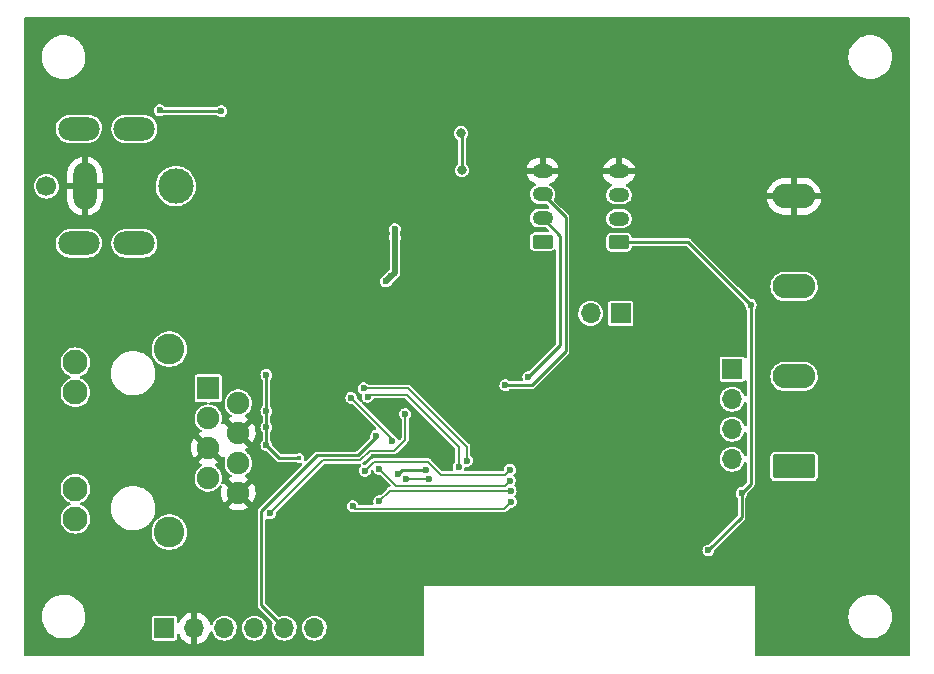
<source format=gbr>
%TF.GenerationSoftware,KiCad,Pcbnew,(6.0.4)*%
%TF.CreationDate,2022-07-19T00:25:02+02:00*%
%TF.ProjectId,Controller_Room,436f6e74-726f-46c6-9c65-725f526f6f6d,rev?*%
%TF.SameCoordinates,Original*%
%TF.FileFunction,Copper,L2,Bot*%
%TF.FilePolarity,Positive*%
%FSLAX46Y46*%
G04 Gerber Fmt 4.6, Leading zero omitted, Abs format (unit mm)*
G04 Created by KiCad (PCBNEW (6.0.4)) date 2022-07-19 00:25:02*
%MOMM*%
%LPD*%
G01*
G04 APERTURE LIST*
G04 Aperture macros list*
%AMRoundRect*
0 Rectangle with rounded corners*
0 $1 Rounding radius*
0 $2 $3 $4 $5 $6 $7 $8 $9 X,Y pos of 4 corners*
0 Add a 4 corners polygon primitive as box body*
4,1,4,$2,$3,$4,$5,$6,$7,$8,$9,$2,$3,0*
0 Add four circle primitives for the rounded corners*
1,1,$1+$1,$2,$3*
1,1,$1+$1,$4,$5*
1,1,$1+$1,$6,$7*
1,1,$1+$1,$8,$9*
0 Add four rect primitives between the rounded corners*
20,1,$1+$1,$2,$3,$4,$5,0*
20,1,$1+$1,$4,$5,$6,$7,0*
20,1,$1+$1,$6,$7,$8,$9,0*
20,1,$1+$1,$8,$9,$2,$3,0*%
G04 Aperture macros list end*
%TA.AperFunction,ComponentPad*%
%ADD10R,1.900000X1.900000*%
%TD*%
%TA.AperFunction,ComponentPad*%
%ADD11C,1.900000*%
%TD*%
%TA.AperFunction,ComponentPad*%
%ADD12C,2.100000*%
%TD*%
%TA.AperFunction,ComponentPad*%
%ADD13C,2.600000*%
%TD*%
%TA.AperFunction,ComponentPad*%
%ADD14RoundRect,0.250001X1.549999X-0.799999X1.549999X0.799999X-1.549999X0.799999X-1.549999X-0.799999X0*%
%TD*%
%TA.AperFunction,ComponentPad*%
%ADD15O,3.600000X2.100000*%
%TD*%
%TA.AperFunction,ComponentPad*%
%ADD16O,3.500000X2.000000*%
%TD*%
%TA.AperFunction,ComponentPad*%
%ADD17O,2.000000X4.000000*%
%TD*%
%TA.AperFunction,ComponentPad*%
%ADD18C,3.000000*%
%TD*%
%TA.AperFunction,WasherPad*%
%ADD19C,1.700000*%
%TD*%
%TA.AperFunction,ComponentPad*%
%ADD20RoundRect,0.250000X0.625000X-0.350000X0.625000X0.350000X-0.625000X0.350000X-0.625000X-0.350000X0*%
%TD*%
%TA.AperFunction,ComponentPad*%
%ADD21O,1.750000X1.200000*%
%TD*%
%TA.AperFunction,ComponentPad*%
%ADD22R,1.700000X1.700000*%
%TD*%
%TA.AperFunction,ComponentPad*%
%ADD23O,1.700000X1.700000*%
%TD*%
%TA.AperFunction,ViaPad*%
%ADD24C,0.600000*%
%TD*%
%TA.AperFunction,ViaPad*%
%ADD25C,0.800000*%
%TD*%
%TA.AperFunction,ViaPad*%
%ADD26C,0.400000*%
%TD*%
%TA.AperFunction,Conductor*%
%ADD27C,0.254000*%
%TD*%
%TA.AperFunction,Conductor*%
%ADD28C,0.500000*%
%TD*%
%TA.AperFunction,Conductor*%
%ADD29C,0.200000*%
%TD*%
%TA.AperFunction,Conductor*%
%ADD30C,0.250000*%
%TD*%
G04 APERTURE END LIST*
D10*
%TO.P,J2,1,TD+*%
%TO.N,TXP*%
X146525000Y-109450000D03*
D11*
%TO.P,J2,2,TD-*%
%TO.N,TXN*%
X149065000Y-110720000D03*
%TO.P,J2,3,RD+*%
%TO.N,RXP*%
X146525000Y-111990000D03*
%TO.P,J2,4,TCT*%
%TO.N,GND*%
X149065000Y-113260000D03*
%TO.P,J2,5,RCT*%
X146525000Y-114530000D03*
%TO.P,J2,6,RD-*%
%TO.N,RXN*%
X149065000Y-115800000D03*
%TO.P,J2,7,NC*%
%TO.N,unconnected-(J2-Pad7)*%
X146525000Y-117070000D03*
%TO.P,J2,8,GND*%
%TO.N,GND*%
X149065000Y-118340000D03*
D12*
%TO.P,J2,L1,LEDY_A*%
%TO.N,+3.3VA*%
X135275000Y-107270000D03*
%TO.P,J2,L2,LEDY_K*%
%TO.N,ETHLEDYel*%
X135275000Y-109810000D03*
%TO.P,J2,L3,LEDG_A*%
%TO.N,+3.3VA*%
X135275000Y-117980000D03*
%TO.P,J2,L4,LEDG_K*%
%TO.N,ETHLEDGreen*%
X135275000Y-120520000D03*
D13*
%TO.P,J2,SH,SHIELD*%
%TO.N,unconnected-(J2-PadSH)*%
X143225000Y-121640000D03*
X143225000Y-106150000D03*
%TD*%
D14*
%TO.P,J6,1,Pin_1*%
%TO.N,+VSW*%
X196120500Y-116078000D03*
D15*
%TO.P,J6,2,Pin_2*%
%TO.N,A*%
X196120500Y-108458000D03*
%TO.P,J6,3,Pin_3*%
%TO.N,B*%
X196120500Y-100838000D03*
%TO.P,J6,4,Pin_4*%
%TO.N,GND*%
X196120500Y-93218000D03*
%TD*%
D16*
%TO.P,J1,MP*%
%TO.N,N/C*%
X135575000Y-97200000D03*
X140275000Y-97200000D03*
X140275000Y-87500000D03*
X135575000Y-87500000D03*
D17*
%TO.P,J1,2*%
%TO.N,GND*%
X136075000Y-92350000D03*
D18*
%TO.P,J1,1*%
%TO.N,Net-(J1-Pad1)*%
X143775000Y-92350000D03*
D19*
%TO.P,J1,*%
%TO.N,*%
X132825000Y-92350000D03*
%TD*%
D20*
%TO.P,J4,1,Pin_1*%
%TO.N,+3V3*%
X174825000Y-97050000D03*
D21*
%TO.P,J4,2,Pin_2*%
%TO.N,SDA*%
X174825000Y-95050000D03*
%TO.P,J4,3,Pin_3*%
%TO.N,SCL*%
X174825000Y-93050000D03*
%TO.P,J4,4,Pin_4*%
%TO.N,GND*%
X174825000Y-91050000D03*
%TD*%
D22*
%TO.P,J7,1,Pin_1*%
%TO.N,+3V3*%
X142805000Y-129775000D03*
D23*
%TO.P,J7,2,Pin_2*%
%TO.N,GND*%
X145345000Y-129775000D03*
%TO.P,J7,3,Pin_3*%
%TO.N,TX*%
X147885000Y-129775000D03*
%TO.P,J7,4,Pin_4*%
%TO.N,RX*%
X150425000Y-129775000D03*
%TO.P,J7,5,Pin_5*%
%TO.N,IO0*%
X152965000Y-129775000D03*
%TO.P,J7,6,Pin_6*%
%TO.N,EN*%
X155505000Y-129775000D03*
%TD*%
D22*
%TO.P,J8,1,Pin_1*%
%TO.N,Net-(J8-Pad1)*%
X181450000Y-103125000D03*
D23*
%TO.P,J8,2,Pin_2*%
%TO.N,Net-(J8-Pad2)*%
X178910000Y-103125000D03*
%TD*%
D20*
%TO.P,J5,1,Pin_1*%
%TO.N,+3V3*%
X181300000Y-97100000D03*
D21*
%TO.P,J5,2,Pin_2*%
%TO.N,SDA*%
X181300000Y-95100000D03*
%TO.P,J5,3,Pin_3*%
%TO.N,SCL*%
X181300000Y-93100000D03*
%TO.P,J5,4,Pin_4*%
%TO.N,GND*%
X181300000Y-91100000D03*
%TD*%
D22*
%TO.P,J10,1,Pin_1*%
%TO.N,IO33*%
X190875000Y-107850000D03*
D23*
%TO.P,J10,2,Pin_2*%
%TO.N,IO32*%
X190875000Y-110390000D03*
%TO.P,J10,3,Pin_3*%
%TO.N,IO35*%
X190875000Y-112930000D03*
%TO.P,J10,4,Pin_4*%
%TO.N,IO34*%
X190875000Y-115470000D03*
%TD*%
D24*
%TO.N,GND*%
X167300000Y-110050000D03*
D25*
%TO.N,+3V3*%
X168000000Y-91000000D03*
X167925000Y-87875000D03*
D26*
%TO.N,+3.3VA*%
X154225000Y-115375000D03*
D24*
X151450000Y-114275000D03*
X151450000Y-108325000D03*
X151450000Y-112750000D03*
X151450000Y-111375000D03*
%TO.N,IO25_RXD0*%
X172150000Y-119075000D03*
X158760294Y-119444989D03*
%TO.N,IO26_RXD1*%
X172125000Y-118150000D03*
X161000000Y-119025000D03*
%TO.N,IO27_CRS_DV*%
X172050000Y-117300000D03*
X161017628Y-116305194D03*
%TO.N,IO13_RXER*%
X159800000Y-116450000D03*
X172075000Y-116350000D03*
%TO.N,IO18_MDIO*%
X163250001Y-117119017D03*
X165228143Y-117124560D03*
%TO.N,IO19_TXD0*%
X168425000Y-115600000D03*
X159671714Y-109468092D03*
%TO.N,IO21_TXEN*%
X160015097Y-110190097D03*
X167725000Y-116100000D03*
%TO.N,IO22_TXD1*%
X162075000Y-113950000D03*
X158636230Y-110286230D03*
%TO.N,IO0*%
X160750001Y-113499999D03*
%TO.N,GND*%
X168325000Y-123650000D03*
D25*
X142450000Y-80650000D03*
X143675000Y-80625000D03*
X165800000Y-89550000D03*
X159675000Y-87275000D03*
D24*
X157525000Y-113475000D03*
D25*
X158225000Y-90075000D03*
D24*
X158603936Y-114298500D03*
D25*
X145900000Y-87025000D03*
D24*
X187125000Y-103025000D03*
X178075000Y-118100000D03*
X156533837Y-114298500D03*
D25*
X150650000Y-89900000D03*
D24*
X184500000Y-105250000D03*
X179875000Y-116925000D03*
X189525000Y-119775000D03*
X156675000Y-118950000D03*
D25*
X192450000Y-99550000D03*
X160025000Y-130475000D03*
D24*
X166150000Y-115275000D03*
D25*
X166400000Y-124725000D03*
D24*
X161950000Y-111099500D03*
X158813256Y-118647242D03*
X159325000Y-97000000D03*
X154140573Y-108278149D03*
X181525000Y-118100000D03*
D25*
X148375000Y-81026000D03*
D24*
X181525000Y-115800000D03*
X154125000Y-107175000D03*
D25*
X155741000Y-84575500D03*
X160225000Y-89250000D03*
D24*
X193650000Y-125150000D03*
X178075000Y-115800000D03*
D25*
X160125000Y-124175000D03*
X155900000Y-88050000D03*
D24*
X167000000Y-111625000D03*
X185775000Y-124475000D03*
D25*
X148375000Y-80010000D03*
D24*
%TO.N,+3V3*%
X161575000Y-100425000D03*
X188875000Y-123200000D03*
X164950000Y-116375000D03*
X192450000Y-102400000D03*
X162025000Y-99975000D03*
X162325000Y-96700000D03*
X162578023Y-116685833D03*
X191675000Y-118325000D03*
X162325000Y-96000000D03*
%TO.N,CLK50M*%
X163200000Y-111650000D03*
X151743003Y-120043003D03*
%TO.N,SDA*%
X173625000Y-108525000D03*
%TO.N,SCL*%
X171675001Y-109200000D03*
%TO.N,VCC*%
X147625000Y-86000000D03*
X142425000Y-85938994D03*
%TD*%
D27*
%TO.N,VCC*%
X142486006Y-86000000D02*
X142425000Y-85938994D01*
X147625000Y-86000000D02*
X142486006Y-86000000D01*
D28*
%TO.N,+3V3*%
X162025000Y-99975000D02*
X162325000Y-99675000D01*
X162325000Y-96325000D02*
X162325000Y-96000000D01*
X162325000Y-96700000D02*
X162325000Y-96325000D01*
X162325000Y-99675000D02*
X162325000Y-96325000D01*
D27*
X167925000Y-87875000D02*
X168000000Y-87950000D01*
X168000000Y-87950000D02*
X168000000Y-91000000D01*
%TO.N,+3.3VA*%
X152550000Y-115375000D02*
X154225000Y-115375000D01*
X151450000Y-111375000D02*
X151450000Y-108325000D01*
X151450000Y-114275000D02*
X151450000Y-111375000D01*
X151450000Y-114275000D02*
X152550000Y-115375000D01*
D29*
%TO.N,IO25_RXD0*%
X171575000Y-119650000D02*
X158965305Y-119650000D01*
X172150000Y-119075000D02*
X171575000Y-119650000D01*
X158965305Y-119650000D02*
X158760294Y-119444989D01*
%TO.N,IO26_RXD1*%
X172125000Y-118150000D02*
X161875000Y-118150000D01*
X161875000Y-118150000D02*
X161000000Y-119025000D01*
%TO.N,IO27_CRS_DV*%
X162436495Y-117724061D02*
X161017628Y-116305194D01*
X172050000Y-117300000D02*
X171625939Y-117724061D01*
X171625939Y-117724061D02*
X162436495Y-117724061D01*
%TO.N,IO13_RXER*%
X166224770Y-116775000D02*
X165150176Y-115700406D01*
X172075000Y-116350000D02*
X171650000Y-116775000D01*
X165150176Y-115700406D02*
X160549594Y-115700406D01*
X160549594Y-115700406D02*
X159800000Y-116450000D01*
X171650000Y-116775000D02*
X166224770Y-116775000D01*
%TO.N,IO18_MDIO*%
X163250001Y-117119017D02*
X165222600Y-117119017D01*
X165222600Y-117119017D02*
X165228143Y-117124560D01*
%TO.N,IO19_TXD0*%
X163475000Y-109475000D02*
X159678622Y-109475000D01*
X168425000Y-115600000D02*
X168425000Y-114425000D01*
X168425000Y-114425000D02*
X163475000Y-109475000D01*
X159678622Y-109475000D02*
X159671714Y-109468092D01*
%TO.N,IO21_TXEN*%
X160225000Y-110000000D02*
X160034903Y-110190097D01*
X160025000Y-110200000D02*
X160225000Y-110000000D01*
X160034903Y-110190097D02*
X160015097Y-110190097D01*
X160025000Y-110375000D02*
X160025000Y-110200000D01*
X163325000Y-110000000D02*
X167725000Y-114400000D01*
X160225000Y-110000000D02*
X163325000Y-110000000D01*
X167725000Y-114400000D02*
X167725000Y-116100000D01*
%TO.N,IO22_TXD1*%
X162075000Y-113725000D02*
X162075000Y-113950000D01*
X158636230Y-110286230D02*
X162075000Y-113725000D01*
D27*
%TO.N,IO0*%
X152950000Y-129775000D02*
X151025000Y-127850000D01*
X155750000Y-115150000D02*
X159175000Y-115150000D01*
X152965000Y-129775000D02*
X152950000Y-129775000D01*
X160750001Y-113574999D02*
X160750001Y-113499999D01*
X151025000Y-119875000D02*
X155750000Y-115150000D01*
X151025000Y-127850000D02*
X151025000Y-119875000D01*
X159175000Y-115150000D02*
X160750001Y-113574999D01*
%TO.N,+3V3*%
X191675000Y-120400000D02*
X191675000Y-118325000D01*
D28*
X161575000Y-100425000D02*
X162025000Y-99975000D01*
D27*
X162888856Y-116375000D02*
X164950000Y-116375000D01*
X192450000Y-117550000D02*
X192450000Y-102400000D01*
X191675000Y-118325000D02*
X192450000Y-117550000D01*
X162578023Y-116685833D02*
X162888856Y-116375000D01*
D30*
X187150000Y-97100000D02*
X181300000Y-97100000D01*
D27*
X188875000Y-123200000D02*
X191675000Y-120400000D01*
D30*
X192450000Y-102400000D02*
X187150000Y-97100000D01*
D29*
%TO.N,CLK50M*%
X156209495Y-115576511D02*
X151743003Y-120043003D01*
X162259517Y-114750489D02*
X160177689Y-114750489D01*
X159351666Y-115576511D02*
X156209495Y-115576511D01*
X163200000Y-113810006D02*
X162259517Y-114750489D01*
X163200000Y-111650000D02*
X163200000Y-113810006D01*
X160177689Y-114750489D02*
X159351666Y-115576511D01*
D27*
%TO.N,SDA*%
X176321489Y-105828511D02*
X173625000Y-108525000D01*
X176321489Y-96546489D02*
X176321489Y-105828511D01*
X174825000Y-95050000D02*
X176321489Y-96546489D01*
%TO.N,SCL*%
X176775000Y-106350000D02*
X175050000Y-108075000D01*
X174825000Y-93050000D02*
X176775000Y-95000000D01*
X173925000Y-109200000D02*
X175050000Y-108075000D01*
X171675001Y-109200000D02*
X173925000Y-109200000D01*
X176775000Y-95000000D02*
X176775000Y-106350000D01*
%TO.N,VCC*%
X147625000Y-86000000D02*
X147625000Y-86100000D01*
%TD*%
%TA.AperFunction,Conductor*%
%TO.N,GND*%
G36*
X205889621Y-78072502D02*
G01*
X205936114Y-78126158D01*
X205947500Y-78178500D01*
X205947500Y-132046500D01*
X205927498Y-132114621D01*
X205873842Y-132161114D01*
X205821500Y-132172500D01*
X192926000Y-132172500D01*
X192857879Y-132152498D01*
X192811386Y-132098842D01*
X192800000Y-132046500D01*
X192800000Y-128842095D01*
X200720028Y-128842095D01*
X200745534Y-129109431D01*
X200746619Y-129113865D01*
X200746620Y-129113871D01*
X200766788Y-129196290D01*
X200809364Y-129370285D01*
X200811076Y-129374511D01*
X200811077Y-129374515D01*
X200877506Y-129538519D01*
X200910182Y-129619192D01*
X201045875Y-129850938D01*
X201048728Y-129854505D01*
X201160225Y-129993925D01*
X201213601Y-130060669D01*
X201409846Y-130243991D01*
X201502039Y-130307948D01*
X201626746Y-130394461D01*
X201626751Y-130394464D01*
X201630499Y-130397064D01*
X201634584Y-130399096D01*
X201634587Y-130399098D01*
X201750718Y-130456872D01*
X201870938Y-130516680D01*
X201875272Y-130518101D01*
X201875275Y-130518102D01*
X202121793Y-130598915D01*
X202121798Y-130598916D01*
X202126126Y-130600335D01*
X202130617Y-130601115D01*
X202130618Y-130601115D01*
X202386936Y-130645620D01*
X202386944Y-130645621D01*
X202390717Y-130646276D01*
X202394554Y-130646467D01*
X202473996Y-130650422D01*
X202474004Y-130650422D01*
X202475567Y-130650500D01*
X202643223Y-130650500D01*
X202645491Y-130650335D01*
X202645503Y-130650335D01*
X202775823Y-130640879D01*
X202842846Y-130636016D01*
X202847301Y-130635032D01*
X202847304Y-130635032D01*
X203100620Y-130579105D01*
X203100624Y-130579104D01*
X203105080Y-130578120D01*
X203272617Y-130514646D01*
X203351941Y-130484593D01*
X203351944Y-130484592D01*
X203356211Y-130482975D01*
X203590976Y-130352574D01*
X203696983Y-130271672D01*
X203800833Y-130192417D01*
X203800837Y-130192413D01*
X203804458Y-130189650D01*
X203992185Y-129997614D01*
X204150225Y-129780491D01*
X204237313Y-129614963D01*
X204273140Y-129546868D01*
X204273143Y-129546862D01*
X204275265Y-129542828D01*
X204334703Y-129374515D01*
X204363165Y-129293916D01*
X204363165Y-129293915D01*
X204364688Y-129289603D01*
X204395000Y-129135814D01*
X204415739Y-129030594D01*
X204415740Y-129030588D01*
X204416620Y-129026122D01*
X204420513Y-128947926D01*
X204429745Y-128762474D01*
X204429745Y-128762468D01*
X204429972Y-128757905D01*
X204404466Y-128490569D01*
X204396984Y-128459989D01*
X204341721Y-128234149D01*
X204340636Y-128229715D01*
X204286309Y-128095587D01*
X204241531Y-127985037D01*
X204241531Y-127985036D01*
X204239818Y-127980808D01*
X204104125Y-127749062D01*
X203993211Y-127610371D01*
X203939251Y-127542897D01*
X203939250Y-127542895D01*
X203936399Y-127539331D01*
X203740154Y-127356009D01*
X203580436Y-127245208D01*
X203523254Y-127205539D01*
X203523249Y-127205536D01*
X203519501Y-127202936D01*
X203515416Y-127200904D01*
X203515413Y-127200902D01*
X203343560Y-127115407D01*
X203279062Y-127083320D01*
X203274728Y-127081899D01*
X203274725Y-127081898D01*
X203028207Y-127001085D01*
X203028202Y-127001084D01*
X203023874Y-126999665D01*
X203019382Y-126998885D01*
X202763064Y-126954380D01*
X202763056Y-126954379D01*
X202759283Y-126953724D01*
X202750622Y-126953293D01*
X202676004Y-126949578D01*
X202675996Y-126949578D01*
X202674433Y-126949500D01*
X202506777Y-126949500D01*
X202504509Y-126949665D01*
X202504497Y-126949665D01*
X202374177Y-126959121D01*
X202307154Y-126963984D01*
X202302699Y-126964968D01*
X202302696Y-126964968D01*
X202049380Y-127020895D01*
X202049376Y-127020896D01*
X202044920Y-127021880D01*
X201919354Y-127069453D01*
X201798059Y-127115407D01*
X201798056Y-127115408D01*
X201793789Y-127117025D01*
X201559024Y-127247426D01*
X201555392Y-127250198D01*
X201349167Y-127407583D01*
X201349163Y-127407587D01*
X201345542Y-127410350D01*
X201157815Y-127602386D01*
X200999775Y-127819509D01*
X200968484Y-127878984D01*
X200876860Y-128053132D01*
X200876857Y-128053138D01*
X200874735Y-128057172D01*
X200873215Y-128061477D01*
X200873213Y-128061481D01*
X200813804Y-128229715D01*
X200785312Y-128310397D01*
X200784429Y-128314879D01*
X200741956Y-128530369D01*
X200733380Y-128573878D01*
X200733153Y-128578431D01*
X200733153Y-128578434D01*
X200720309Y-128836453D01*
X200720028Y-128842095D01*
X192800000Y-128842095D01*
X192800000Y-126195001D01*
X164800000Y-126195001D01*
X164800000Y-132046500D01*
X164779998Y-132114621D01*
X164726342Y-132161114D01*
X164674000Y-132172500D01*
X131028500Y-132172500D01*
X130960379Y-132152498D01*
X130913886Y-132098842D01*
X130902500Y-132046500D01*
X130902500Y-128842095D01*
X132420028Y-128842095D01*
X132445534Y-129109431D01*
X132446619Y-129113865D01*
X132446620Y-129113871D01*
X132466788Y-129196290D01*
X132509364Y-129370285D01*
X132511076Y-129374511D01*
X132511077Y-129374515D01*
X132577506Y-129538519D01*
X132610182Y-129619192D01*
X132745875Y-129850938D01*
X132748728Y-129854505D01*
X132860225Y-129993925D01*
X132913601Y-130060669D01*
X133109846Y-130243991D01*
X133202039Y-130307948D01*
X133326746Y-130394461D01*
X133326751Y-130394464D01*
X133330499Y-130397064D01*
X133334584Y-130399096D01*
X133334587Y-130399098D01*
X133450718Y-130456872D01*
X133570938Y-130516680D01*
X133575272Y-130518101D01*
X133575275Y-130518102D01*
X133821793Y-130598915D01*
X133821798Y-130598916D01*
X133826126Y-130600335D01*
X133830617Y-130601115D01*
X133830618Y-130601115D01*
X134086936Y-130645620D01*
X134086944Y-130645621D01*
X134090717Y-130646276D01*
X134094554Y-130646467D01*
X134173996Y-130650422D01*
X134174004Y-130650422D01*
X134175567Y-130650500D01*
X134343223Y-130650500D01*
X134345491Y-130650335D01*
X134345503Y-130650335D01*
X134422502Y-130644748D01*
X141754500Y-130644748D01*
X141755707Y-130650816D01*
X141759331Y-130669033D01*
X141766133Y-130703231D01*
X141810448Y-130769552D01*
X141876769Y-130813867D01*
X141888938Y-130816288D01*
X141888939Y-130816288D01*
X141929184Y-130824293D01*
X141935252Y-130825500D01*
X143674748Y-130825500D01*
X143680816Y-130824293D01*
X143721061Y-130816288D01*
X143721062Y-130816288D01*
X143733231Y-130813867D01*
X143799552Y-130769552D01*
X143843867Y-130703231D01*
X143850670Y-130669033D01*
X143854293Y-130650816D01*
X143855500Y-130644748D01*
X143855500Y-130361752D01*
X143875502Y-130293631D01*
X143929158Y-130247138D01*
X143999432Y-130237034D01*
X144064012Y-130266528D01*
X144098243Y-130314348D01*
X144126770Y-130384603D01*
X144131413Y-130393794D01*
X144242694Y-130575388D01*
X144248777Y-130583699D01*
X144388213Y-130744667D01*
X144395580Y-130751883D01*
X144559434Y-130887916D01*
X144567881Y-130893831D01*
X144751756Y-131001279D01*
X144761042Y-131005729D01*
X144960001Y-131081703D01*
X144969899Y-131084579D01*
X145073250Y-131105606D01*
X145087299Y-131104410D01*
X145091000Y-131094065D01*
X145091000Y-131093517D01*
X145599000Y-131093517D01*
X145603064Y-131107359D01*
X145616478Y-131109393D01*
X145623184Y-131108534D01*
X145633262Y-131106392D01*
X145837255Y-131045191D01*
X145846842Y-131041433D01*
X146038095Y-130947739D01*
X146046945Y-130942464D01*
X146220328Y-130818792D01*
X146228200Y-130812139D01*
X146379052Y-130661812D01*
X146385730Y-130653965D01*
X146510003Y-130481020D01*
X146515313Y-130472183D01*
X146609670Y-130281267D01*
X146613469Y-130271672D01*
X146654593Y-130136319D01*
X146693534Y-130076955D01*
X146758388Y-130048068D01*
X146828564Y-130058830D01*
X146881782Y-130105823D01*
X146896270Y-130138217D01*
X146903544Y-130163586D01*
X146906359Y-130169063D01*
X146906360Y-130169066D01*
X146981025Y-130314348D01*
X146997712Y-130346818D01*
X147125677Y-130508270D01*
X147130370Y-130512264D01*
X147130371Y-130512265D01*
X147207751Y-130578120D01*
X147282564Y-130641791D01*
X147287942Y-130644797D01*
X147287944Y-130644798D01*
X147318387Y-130661812D01*
X147462398Y-130742297D01*
X147546280Y-130769552D01*
X147652471Y-130804056D01*
X147652475Y-130804057D01*
X147658329Y-130805959D01*
X147862894Y-130830351D01*
X147869029Y-130829879D01*
X147869031Y-130829879D01*
X147941625Y-130824293D01*
X148068300Y-130814546D01*
X148074230Y-130812890D01*
X148074232Y-130812890D01*
X148260797Y-130760800D01*
X148260796Y-130760800D01*
X148266725Y-130759145D01*
X148272214Y-130756372D01*
X148272220Y-130756370D01*
X148445116Y-130669033D01*
X148450610Y-130666258D01*
X148466345Y-130653965D01*
X148608101Y-130543213D01*
X148612951Y-130539424D01*
X148631356Y-130518102D01*
X148743540Y-130388134D01*
X148743540Y-130388133D01*
X148747564Y-130383472D01*
X148768387Y-130346818D01*
X148798601Y-130293631D01*
X148849323Y-130204344D01*
X148914351Y-130008863D01*
X148940171Y-129804474D01*
X148940583Y-129775000D01*
X148939138Y-129760262D01*
X149369520Y-129760262D01*
X149386759Y-129965553D01*
X149388458Y-129971478D01*
X149413011Y-130057103D01*
X149443544Y-130163586D01*
X149446359Y-130169063D01*
X149446360Y-130169066D01*
X149521025Y-130314348D01*
X149537712Y-130346818D01*
X149665677Y-130508270D01*
X149670370Y-130512264D01*
X149670371Y-130512265D01*
X149747751Y-130578120D01*
X149822564Y-130641791D01*
X149827942Y-130644797D01*
X149827944Y-130644798D01*
X149858387Y-130661812D01*
X150002398Y-130742297D01*
X150086280Y-130769552D01*
X150192471Y-130804056D01*
X150192475Y-130804057D01*
X150198329Y-130805959D01*
X150402894Y-130830351D01*
X150409029Y-130829879D01*
X150409031Y-130829879D01*
X150481625Y-130824293D01*
X150608300Y-130814546D01*
X150614230Y-130812890D01*
X150614232Y-130812890D01*
X150800797Y-130760800D01*
X150800796Y-130760800D01*
X150806725Y-130759145D01*
X150812214Y-130756372D01*
X150812220Y-130756370D01*
X150985116Y-130669033D01*
X150990610Y-130666258D01*
X151006345Y-130653965D01*
X151148101Y-130543213D01*
X151152951Y-130539424D01*
X151171356Y-130518102D01*
X151283540Y-130388134D01*
X151283540Y-130388133D01*
X151287564Y-130383472D01*
X151308387Y-130346818D01*
X151338601Y-130293631D01*
X151389323Y-130204344D01*
X151454351Y-130008863D01*
X151480171Y-129804474D01*
X151480583Y-129775000D01*
X151460480Y-129569970D01*
X151400935Y-129372749D01*
X151304218Y-129190849D01*
X151228206Y-129097649D01*
X151177906Y-129035975D01*
X151177903Y-129035972D01*
X151174011Y-129031200D01*
X151156786Y-129016950D01*
X151020025Y-128903811D01*
X151020021Y-128903809D01*
X151015275Y-128899882D01*
X150834055Y-128801897D01*
X150637254Y-128740977D01*
X150631129Y-128740333D01*
X150631128Y-128740333D01*
X150438498Y-128720087D01*
X150438496Y-128720087D01*
X150432369Y-128719443D01*
X150345529Y-128727346D01*
X150233342Y-128737555D01*
X150233339Y-128737556D01*
X150227203Y-128738114D01*
X150029572Y-128796280D01*
X150024109Y-128799136D01*
X150024107Y-128799137D01*
X150019694Y-128801444D01*
X149847002Y-128891726D01*
X149842201Y-128895586D01*
X149842198Y-128895588D01*
X149809688Y-128921727D01*
X149686447Y-129020815D01*
X149554024Y-129178630D01*
X149551056Y-129184028D01*
X149551053Y-129184033D01*
X149470190Y-129331124D01*
X149454776Y-129359162D01*
X149392484Y-129555532D01*
X149391798Y-129561649D01*
X149391797Y-129561653D01*
X149370207Y-129754137D01*
X149369520Y-129760262D01*
X148939138Y-129760262D01*
X148920480Y-129569970D01*
X148860935Y-129372749D01*
X148764218Y-129190849D01*
X148688206Y-129097649D01*
X148637906Y-129035975D01*
X148637903Y-129035972D01*
X148634011Y-129031200D01*
X148616786Y-129016950D01*
X148480025Y-128903811D01*
X148480021Y-128903809D01*
X148475275Y-128899882D01*
X148294055Y-128801897D01*
X148097254Y-128740977D01*
X148091129Y-128740333D01*
X148091128Y-128740333D01*
X147898498Y-128720087D01*
X147898496Y-128720087D01*
X147892369Y-128719443D01*
X147805529Y-128727346D01*
X147693342Y-128737555D01*
X147693339Y-128737556D01*
X147687203Y-128738114D01*
X147489572Y-128796280D01*
X147484109Y-128799136D01*
X147484107Y-128799137D01*
X147479694Y-128801444D01*
X147307002Y-128891726D01*
X147302201Y-128895586D01*
X147302198Y-128895588D01*
X147269688Y-128921727D01*
X147146447Y-129020815D01*
X147014024Y-129178630D01*
X147011056Y-129184028D01*
X147011053Y-129184033D01*
X146930190Y-129331124D01*
X146914776Y-129359162D01*
X146909971Y-129374311D01*
X146896068Y-129418138D01*
X146856405Y-129477022D01*
X146791202Y-129505114D01*
X146721163Y-129493497D01*
X146668523Y-129445857D01*
X146653762Y-129410735D01*
X146636214Y-129340875D01*
X146632894Y-129331124D01*
X146547972Y-129135814D01*
X146543105Y-129126739D01*
X146427426Y-128947926D01*
X146421136Y-128939757D01*
X146277806Y-128782240D01*
X146270273Y-128775215D01*
X146103139Y-128643222D01*
X146094552Y-128637517D01*
X145908117Y-128534599D01*
X145898705Y-128530369D01*
X145697959Y-128459280D01*
X145687988Y-128456646D01*
X145616837Y-128443972D01*
X145603540Y-128445432D01*
X145599000Y-128459989D01*
X145599000Y-131093517D01*
X145091000Y-131093517D01*
X145091000Y-128458102D01*
X145087082Y-128444758D01*
X145072806Y-128442771D01*
X145034324Y-128448660D01*
X145024288Y-128451051D01*
X144821868Y-128517212D01*
X144812359Y-128521209D01*
X144623463Y-128619542D01*
X144614738Y-128625036D01*
X144444433Y-128752905D01*
X144436726Y-128759748D01*
X144289590Y-128913717D01*
X144283104Y-128921727D01*
X144163098Y-129097649D01*
X144158000Y-129106623D01*
X144095788Y-129240647D01*
X144048964Y-129294014D01*
X143980720Y-129313595D01*
X143912725Y-129293171D01*
X143866565Y-129239229D01*
X143855500Y-129187597D01*
X143855500Y-128905252D01*
X143843867Y-128846769D01*
X143799552Y-128780448D01*
X143733231Y-128736133D01*
X143721062Y-128733712D01*
X143721061Y-128733712D01*
X143680816Y-128725707D01*
X143674748Y-128724500D01*
X141935252Y-128724500D01*
X141929184Y-128725707D01*
X141888939Y-128733712D01*
X141888938Y-128733712D01*
X141876769Y-128736133D01*
X141810448Y-128780448D01*
X141766133Y-128846769D01*
X141754500Y-128905252D01*
X141754500Y-130644748D01*
X134422502Y-130644748D01*
X134475823Y-130640879D01*
X134542846Y-130636016D01*
X134547301Y-130635032D01*
X134547304Y-130635032D01*
X134800620Y-130579105D01*
X134800624Y-130579104D01*
X134805080Y-130578120D01*
X134972617Y-130514646D01*
X135051941Y-130484593D01*
X135051944Y-130484592D01*
X135056211Y-130482975D01*
X135290976Y-130352574D01*
X135396983Y-130271672D01*
X135500833Y-130192417D01*
X135500837Y-130192413D01*
X135504458Y-130189650D01*
X135692185Y-129997614D01*
X135850225Y-129780491D01*
X135937313Y-129614963D01*
X135973140Y-129546868D01*
X135973143Y-129546862D01*
X135975265Y-129542828D01*
X136034703Y-129374515D01*
X136063165Y-129293916D01*
X136063165Y-129293915D01*
X136064688Y-129289603D01*
X136095000Y-129135814D01*
X136115739Y-129030594D01*
X136115740Y-129030588D01*
X136116620Y-129026122D01*
X136120513Y-128947926D01*
X136129745Y-128762474D01*
X136129745Y-128762468D01*
X136129972Y-128757905D01*
X136104466Y-128490569D01*
X136096984Y-128459989D01*
X136041721Y-128234149D01*
X136040636Y-128229715D01*
X135986309Y-128095587D01*
X135941531Y-127985037D01*
X135941531Y-127985036D01*
X135939818Y-127980808D01*
X135880198Y-127878984D01*
X150693713Y-127878984D01*
X150696566Y-127889631D01*
X150703534Y-127915635D01*
X150705913Y-127926367D01*
X150712503Y-127963739D01*
X150718014Y-127973285D01*
X150719240Y-127976653D01*
X150720754Y-127979899D01*
X150723606Y-127990543D01*
X150745377Y-128021635D01*
X150751275Y-128030894D01*
X150770250Y-128063760D01*
X150778695Y-128070846D01*
X150799329Y-128088160D01*
X150807433Y-128095587D01*
X151958963Y-129247118D01*
X151992989Y-129309430D01*
X151989970Y-129374311D01*
X151948477Y-129505114D01*
X151932484Y-129555532D01*
X151931798Y-129561649D01*
X151931797Y-129561653D01*
X151910207Y-129754137D01*
X151909520Y-129760262D01*
X151926759Y-129965553D01*
X151928458Y-129971478D01*
X151953011Y-130057103D01*
X151983544Y-130163586D01*
X151986359Y-130169063D01*
X151986360Y-130169066D01*
X152061025Y-130314348D01*
X152077712Y-130346818D01*
X152205677Y-130508270D01*
X152210370Y-130512264D01*
X152210371Y-130512265D01*
X152287751Y-130578120D01*
X152362564Y-130641791D01*
X152367942Y-130644797D01*
X152367944Y-130644798D01*
X152398387Y-130661812D01*
X152542398Y-130742297D01*
X152626280Y-130769552D01*
X152732471Y-130804056D01*
X152732475Y-130804057D01*
X152738329Y-130805959D01*
X152942894Y-130830351D01*
X152949029Y-130829879D01*
X152949031Y-130829879D01*
X153021625Y-130824293D01*
X153148300Y-130814546D01*
X153154230Y-130812890D01*
X153154232Y-130812890D01*
X153340797Y-130760800D01*
X153340796Y-130760800D01*
X153346725Y-130759145D01*
X153352214Y-130756372D01*
X153352220Y-130756370D01*
X153525116Y-130669033D01*
X153530610Y-130666258D01*
X153546345Y-130653965D01*
X153688101Y-130543213D01*
X153692951Y-130539424D01*
X153711356Y-130518102D01*
X153823540Y-130388134D01*
X153823540Y-130388133D01*
X153827564Y-130383472D01*
X153848387Y-130346818D01*
X153878601Y-130293631D01*
X153929323Y-130204344D01*
X153994351Y-130008863D01*
X154020171Y-129804474D01*
X154020583Y-129775000D01*
X154019138Y-129760262D01*
X154449520Y-129760262D01*
X154466759Y-129965553D01*
X154468458Y-129971478D01*
X154493011Y-130057103D01*
X154523544Y-130163586D01*
X154526359Y-130169063D01*
X154526360Y-130169066D01*
X154601025Y-130314348D01*
X154617712Y-130346818D01*
X154745677Y-130508270D01*
X154750370Y-130512264D01*
X154750371Y-130512265D01*
X154827751Y-130578120D01*
X154902564Y-130641791D01*
X154907942Y-130644797D01*
X154907944Y-130644798D01*
X154938387Y-130661812D01*
X155082398Y-130742297D01*
X155166280Y-130769552D01*
X155272471Y-130804056D01*
X155272475Y-130804057D01*
X155278329Y-130805959D01*
X155482894Y-130830351D01*
X155489029Y-130829879D01*
X155489031Y-130829879D01*
X155561625Y-130824293D01*
X155688300Y-130814546D01*
X155694230Y-130812890D01*
X155694232Y-130812890D01*
X155880797Y-130760800D01*
X155880796Y-130760800D01*
X155886725Y-130759145D01*
X155892214Y-130756372D01*
X155892220Y-130756370D01*
X156065116Y-130669033D01*
X156070610Y-130666258D01*
X156086345Y-130653965D01*
X156228101Y-130543213D01*
X156232951Y-130539424D01*
X156251356Y-130518102D01*
X156363540Y-130388134D01*
X156363540Y-130388133D01*
X156367564Y-130383472D01*
X156388387Y-130346818D01*
X156418601Y-130293631D01*
X156469323Y-130204344D01*
X156534351Y-130008863D01*
X156560171Y-129804474D01*
X156560583Y-129775000D01*
X156540480Y-129569970D01*
X156480935Y-129372749D01*
X156384218Y-129190849D01*
X156308206Y-129097649D01*
X156257906Y-129035975D01*
X156257903Y-129035972D01*
X156254011Y-129031200D01*
X156236786Y-129016950D01*
X156100025Y-128903811D01*
X156100021Y-128903809D01*
X156095275Y-128899882D01*
X155914055Y-128801897D01*
X155717254Y-128740977D01*
X155711129Y-128740333D01*
X155711128Y-128740333D01*
X155518498Y-128720087D01*
X155518496Y-128720087D01*
X155512369Y-128719443D01*
X155425529Y-128727346D01*
X155313342Y-128737555D01*
X155313339Y-128737556D01*
X155307203Y-128738114D01*
X155109572Y-128796280D01*
X155104109Y-128799136D01*
X155104107Y-128799137D01*
X155099694Y-128801444D01*
X154927002Y-128891726D01*
X154922201Y-128895586D01*
X154922198Y-128895588D01*
X154889688Y-128921727D01*
X154766447Y-129020815D01*
X154634024Y-129178630D01*
X154631056Y-129184028D01*
X154631053Y-129184033D01*
X154550190Y-129331124D01*
X154534776Y-129359162D01*
X154472484Y-129555532D01*
X154471798Y-129561649D01*
X154471797Y-129561653D01*
X154450207Y-129754137D01*
X154449520Y-129760262D01*
X154019138Y-129760262D01*
X154000480Y-129569970D01*
X153940935Y-129372749D01*
X153844218Y-129190849D01*
X153768206Y-129097649D01*
X153717906Y-129035975D01*
X153717903Y-129035972D01*
X153714011Y-129031200D01*
X153696786Y-129016950D01*
X153560025Y-128903811D01*
X153560021Y-128903809D01*
X153555275Y-128899882D01*
X153374055Y-128801897D01*
X153177254Y-128740977D01*
X153171129Y-128740333D01*
X153171128Y-128740333D01*
X152978498Y-128720087D01*
X152978496Y-128720087D01*
X152972369Y-128719443D01*
X152885529Y-128727346D01*
X152773342Y-128737555D01*
X152773339Y-128737556D01*
X152767203Y-128738114D01*
X152569572Y-128796280D01*
X152564109Y-128799136D01*
X152562850Y-128799794D01*
X152562122Y-128799939D01*
X152558396Y-128801444D01*
X152558110Y-128800736D01*
X152493214Y-128813627D01*
X152427153Y-128787616D01*
X152415381Y-128777226D01*
X151389405Y-127751251D01*
X151355380Y-127688939D01*
X151352500Y-127662156D01*
X151352500Y-120615251D01*
X151372502Y-120547130D01*
X151426158Y-120500637D01*
X151496432Y-120490533D01*
X151524997Y-120499180D01*
X151525316Y-120499393D01*
X151662160Y-120542145D01*
X151671132Y-120542309D01*
X151671135Y-120542310D01*
X151736466Y-120543507D01*
X151805502Y-120544773D01*
X151814536Y-120542310D01*
X151935161Y-120509424D01*
X151935163Y-120509423D01*
X151943820Y-120507063D01*
X152065994Y-120432048D01*
X152078711Y-120417999D01*
X152156181Y-120332410D01*
X152162203Y-120325757D01*
X152224713Y-120196736D01*
X152248499Y-120055357D01*
X152248650Y-120043003D01*
X152247961Y-120038189D01*
X152247960Y-120038180D01*
X152247478Y-120034813D01*
X152247659Y-120033559D01*
X152247644Y-120033326D01*
X152247693Y-120033323D01*
X152257626Y-119964546D01*
X152283112Y-119927865D01*
X156297061Y-115913916D01*
X156359373Y-115879890D01*
X156386156Y-115877011D01*
X159299300Y-115877011D01*
X159301973Y-115877207D01*
X159307008Y-115878936D01*
X159318629Y-115878500D01*
X159318631Y-115878500D01*
X159333231Y-115877952D01*
X159354073Y-115877169D01*
X159422895Y-115894601D01*
X159471368Y-115946475D01*
X159484101Y-116016320D01*
X159453241Y-116086487D01*
X159406822Y-116139048D01*
X159377377Y-116172388D01*
X159316447Y-116302163D01*
X159309961Y-116343823D01*
X159296061Y-116433100D01*
X159294391Y-116443823D01*
X159295555Y-116452725D01*
X159295555Y-116452728D01*
X159301862Y-116500959D01*
X159312980Y-116585979D01*
X159316597Y-116594199D01*
X159364251Y-116702500D01*
X159370720Y-116717203D01*
X159376497Y-116724076D01*
X159376498Y-116724077D01*
X159453272Y-116815411D01*
X159462970Y-116826948D01*
X159582313Y-116906390D01*
X159719157Y-116949142D01*
X159728129Y-116949306D01*
X159728132Y-116949307D01*
X159793463Y-116950504D01*
X159862499Y-116951770D01*
X159871533Y-116949307D01*
X159992158Y-116916421D01*
X159992160Y-116916420D01*
X160000817Y-116914060D01*
X160122991Y-116839045D01*
X160138590Y-116821812D01*
X160193105Y-116761584D01*
X160219200Y-116732754D01*
X160267359Y-116633354D01*
X160277795Y-116611814D01*
X160277795Y-116611813D01*
X160281710Y-116603733D01*
X160283199Y-116594884D01*
X160283200Y-116594880D01*
X160299321Y-116499056D01*
X160300439Y-116492411D01*
X160331466Y-116428552D01*
X160392091Y-116391606D01*
X160463068Y-116393301D01*
X160521860Y-116433100D01*
X160540022Y-116462568D01*
X160588348Y-116572397D01*
X160594125Y-116579270D01*
X160594126Y-116579271D01*
X160658177Y-116655469D01*
X160680598Y-116682142D01*
X160688075Y-116687119D01*
X160772809Y-116743523D01*
X160799941Y-116761584D01*
X160936785Y-116804336D01*
X160945757Y-116804500D01*
X160945760Y-116804501D01*
X161025119Y-116805955D01*
X161043861Y-116806299D01*
X161111603Y-116827546D01*
X161130646Y-116843183D01*
X161923070Y-117635607D01*
X161957096Y-117697919D01*
X161952031Y-117768734D01*
X161909484Y-117825570D01*
X161838704Y-117850613D01*
X161819415Y-117851337D01*
X161819412Y-117851338D01*
X161807792Y-117851774D01*
X161797108Y-117856364D01*
X161792507Y-117857401D01*
X161780786Y-117860962D01*
X161776383Y-117862661D01*
X161764947Y-117864791D01*
X161750755Y-117873539D01*
X161743961Y-117877727D01*
X161727589Y-117886231D01*
X161713112Y-117892451D01*
X161713108Y-117892453D01*
X161704937Y-117895964D01*
X161700051Y-117899978D01*
X161697866Y-117902163D01*
X161695603Y-117904215D01*
X161695458Y-117904055D01*
X161686451Y-117911175D01*
X161679556Y-117917427D01*
X161669652Y-117923532D01*
X161653084Y-117945320D01*
X161641890Y-117958139D01*
X161112344Y-118487685D01*
X161050032Y-118521711D01*
X161022482Y-118524588D01*
X160931376Y-118524031D01*
X160793529Y-118563428D01*
X160672280Y-118639930D01*
X160577377Y-118747388D01*
X160516447Y-118877163D01*
X160508662Y-118927163D01*
X160496693Y-119004041D01*
X160494391Y-119018823D01*
X160495555Y-119027725D01*
X160495555Y-119027728D01*
X160499654Y-119059069D01*
X160512980Y-119160979D01*
X160518077Y-119172561D01*
X160518162Y-119172755D01*
X160518658Y-119176581D01*
X160519010Y-119177842D01*
X160518828Y-119177893D01*
X160527288Y-119243162D01*
X160496901Y-119307327D01*
X160436647Y-119344878D01*
X160402832Y-119349500D01*
X159347851Y-119349500D01*
X159279730Y-119329498D01*
X159233150Y-119275651D01*
X159221942Y-119251000D01*
X159186278Y-119172561D01*
X159135631Y-119113782D01*
X159098554Y-119070752D01*
X159098551Y-119070749D01*
X159092694Y-119063952D01*
X158972389Y-118985974D01*
X158835033Y-118944896D01*
X158826057Y-118944841D01*
X158826056Y-118944841D01*
X158765849Y-118944473D01*
X158691670Y-118944020D01*
X158553823Y-118983417D01*
X158432574Y-119059919D01*
X158426632Y-119066647D01*
X158426631Y-119066648D01*
X158408344Y-119087354D01*
X158337671Y-119167377D01*
X158276741Y-119297152D01*
X158254685Y-119438812D01*
X158255849Y-119447714D01*
X158255849Y-119447717D01*
X158263980Y-119509890D01*
X158273274Y-119580968D01*
X158331014Y-119712192D01*
X158336791Y-119719065D01*
X158336792Y-119719066D01*
X158412696Y-119809365D01*
X158423264Y-119821937D01*
X158449163Y-119839177D01*
X158534444Y-119895945D01*
X158542607Y-119901379D01*
X158679451Y-119944131D01*
X158688423Y-119944295D01*
X158688426Y-119944296D01*
X158752412Y-119945469D01*
X158822793Y-119946759D01*
X158831455Y-119944397D01*
X158840362Y-119943288D01*
X158840626Y-119945405D01*
X158890012Y-119944725D01*
X158897668Y-119946588D01*
X158905927Y-119949883D01*
X158912220Y-119950500D01*
X158915300Y-119950500D01*
X158918372Y-119950650D01*
X158918361Y-119950866D01*
X158929736Y-119952198D01*
X158939051Y-119952654D01*
X158950371Y-119955340D01*
X158961900Y-119953771D01*
X158961901Y-119953771D01*
X158977478Y-119951651D01*
X158994469Y-119950500D01*
X171522634Y-119950500D01*
X171525307Y-119950696D01*
X171530342Y-119952425D01*
X171541964Y-119951989D01*
X171541966Y-119951989D01*
X171579255Y-119950589D01*
X171583981Y-119950500D01*
X171602948Y-119950500D01*
X171607683Y-119949618D01*
X171611209Y-119949390D01*
X171614949Y-119949249D01*
X171642208Y-119948226D01*
X171652893Y-119943636D01*
X171657493Y-119942599D01*
X171669214Y-119939038D01*
X171673617Y-119937339D01*
X171685053Y-119935209D01*
X171706041Y-119922272D01*
X171722411Y-119913769D01*
X171736888Y-119907549D01*
X171736892Y-119907547D01*
X171745063Y-119904036D01*
X171749949Y-119900022D01*
X171752134Y-119897837D01*
X171754397Y-119895785D01*
X171754542Y-119895945D01*
X171763549Y-119888825D01*
X171770444Y-119882573D01*
X171780348Y-119876468D01*
X171796916Y-119854680D01*
X171808110Y-119841861D01*
X172037843Y-119612128D01*
X172100155Y-119578102D01*
X172129247Y-119575244D01*
X172166711Y-119575930D01*
X172212499Y-119576770D01*
X172221163Y-119574408D01*
X172342158Y-119541421D01*
X172342160Y-119541420D01*
X172350817Y-119539060D01*
X172472991Y-119464045D01*
X172569200Y-119357754D01*
X172608886Y-119275842D01*
X172627795Y-119236814D01*
X172627795Y-119236813D01*
X172631710Y-119228733D01*
X172655496Y-119087354D01*
X172655647Y-119075000D01*
X172644167Y-118994840D01*
X172636596Y-118941968D01*
X172636595Y-118941965D01*
X172635323Y-118933082D01*
X172575984Y-118802572D01*
X172491400Y-118704408D01*
X172488258Y-118700761D01*
X172488256Y-118700759D01*
X172482400Y-118693963D01*
X172479255Y-118691924D01*
X172442485Y-118634287D01*
X172442722Y-118563291D01*
X172470083Y-118514638D01*
X172538178Y-118439407D01*
X172544200Y-118432754D01*
X172579089Y-118360743D01*
X172602795Y-118311814D01*
X172602795Y-118311813D01*
X172606710Y-118303733D01*
X172630496Y-118162354D01*
X172630647Y-118150000D01*
X172615952Y-118047388D01*
X172611596Y-118016968D01*
X172611595Y-118016965D01*
X172610323Y-118008082D01*
X172550984Y-117877572D01*
X172457400Y-117768963D01*
X172459071Y-117767523D01*
X172427481Y-117718015D01*
X172427714Y-117647018D01*
X172455077Y-117598357D01*
X172463178Y-117589407D01*
X172469200Y-117582754D01*
X172531710Y-117453733D01*
X172555496Y-117312354D01*
X172555647Y-117300000D01*
X172539551Y-117187603D01*
X172536596Y-117166968D01*
X172536595Y-117166965D01*
X172535323Y-117158082D01*
X172528113Y-117142223D01*
X172499976Y-117080340D01*
X172475984Y-117027572D01*
X172382400Y-116918963D01*
X172385007Y-116916717D01*
X172355752Y-116870879D01*
X172355975Y-116799882D01*
X172394851Y-116740973D01*
X172397991Y-116739045D01*
X172494200Y-116632754D01*
X172546465Y-116524879D01*
X172552795Y-116511814D01*
X172552795Y-116511813D01*
X172556710Y-116503733D01*
X172580496Y-116362354D01*
X172580647Y-116350000D01*
X172564318Y-116235979D01*
X172561596Y-116216968D01*
X172561595Y-116216965D01*
X172560323Y-116208082D01*
X172549767Y-116184864D01*
X172512549Y-116103009D01*
X172500984Y-116077572D01*
X172465400Y-116036275D01*
X172413260Y-115975763D01*
X172413257Y-115975760D01*
X172407400Y-115968963D01*
X172287095Y-115890985D01*
X172149739Y-115849907D01*
X172140763Y-115849852D01*
X172140762Y-115849852D01*
X172080555Y-115849484D01*
X172006376Y-115849031D01*
X171868529Y-115888428D01*
X171747280Y-115964930D01*
X171741338Y-115971658D01*
X171741337Y-115971659D01*
X171721835Y-115993741D01*
X171652377Y-116072388D01*
X171591447Y-116202163D01*
X171586573Y-116233468D01*
X171571108Y-116332798D01*
X171569391Y-116343823D01*
X171570319Y-116350917D01*
X171549755Y-116417911D01*
X171495535Y-116463745D01*
X171444597Y-116474500D01*
X168300805Y-116474500D01*
X168232684Y-116454498D01*
X168186191Y-116400842D01*
X168176087Y-116330568D01*
X168187413Y-116293562D01*
X168202795Y-116261814D01*
X168202795Y-116261813D01*
X168206710Y-116253733D01*
X168211668Y-116224261D01*
X168215109Y-116203813D01*
X168246137Y-116139955D01*
X168306763Y-116103009D01*
X168344121Y-116101116D01*
X168344157Y-116099142D01*
X168487499Y-116101770D01*
X168496163Y-116099408D01*
X168617158Y-116066421D01*
X168617160Y-116066420D01*
X168625817Y-116064060D01*
X168747991Y-115989045D01*
X168844200Y-115882754D01*
X168884294Y-115800000D01*
X168902795Y-115761814D01*
X168902795Y-115761813D01*
X168906710Y-115753733D01*
X168930496Y-115612354D01*
X168930647Y-115600000D01*
X168919686Y-115523464D01*
X168911596Y-115466968D01*
X168911595Y-115466965D01*
X168910323Y-115458082D01*
X168850984Y-115327572D01*
X168757400Y-115218963D01*
X168759932Y-115216781D01*
X168730491Y-115170645D01*
X168725500Y-115135535D01*
X168725500Y-114477366D01*
X168725696Y-114474693D01*
X168727425Y-114469658D01*
X168726865Y-114454721D01*
X168725589Y-114420745D01*
X168725500Y-114416019D01*
X168725500Y-114397052D01*
X168724618Y-114392317D01*
X168724390Y-114388791D01*
X168723662Y-114369415D01*
X168723226Y-114357792D01*
X168718636Y-114347107D01*
X168717599Y-114342507D01*
X168714038Y-114330786D01*
X168712339Y-114326383D01*
X168710209Y-114314947D01*
X168697272Y-114293959D01*
X168688769Y-114277589D01*
X168682549Y-114263112D01*
X168682547Y-114263108D01*
X168679036Y-114254937D01*
X168675022Y-114250051D01*
X168672837Y-114247866D01*
X168670785Y-114245603D01*
X168670945Y-114245458D01*
X168663825Y-114236451D01*
X168657573Y-114229556D01*
X168651468Y-114219652D01*
X168629680Y-114203084D01*
X168616861Y-114191890D01*
X163724519Y-109299548D01*
X163722763Y-109297514D01*
X163720425Y-109292731D01*
X163684523Y-109259427D01*
X163681118Y-109256147D01*
X163667723Y-109242752D01*
X163663753Y-109240028D01*
X163661105Y-109237703D01*
X163646881Y-109224508D01*
X163646878Y-109224506D01*
X163638354Y-109216599D01*
X163627550Y-109212289D01*
X163623561Y-109209767D01*
X163612773Y-109204006D01*
X163608448Y-109202089D01*
X163598854Y-109195508D01*
X163591753Y-109193823D01*
X171169392Y-109193823D01*
X171170556Y-109202725D01*
X171170556Y-109202728D01*
X171177022Y-109252174D01*
X171187981Y-109335979D01*
X171191598Y-109344199D01*
X171240242Y-109454750D01*
X171245721Y-109467203D01*
X171251498Y-109474076D01*
X171251499Y-109474077D01*
X171305827Y-109538708D01*
X171337971Y-109576948D01*
X171350315Y-109585165D01*
X171441853Y-109646098D01*
X171457314Y-109656390D01*
X171594158Y-109699142D01*
X171603130Y-109699306D01*
X171603133Y-109699307D01*
X171668464Y-109700504D01*
X171737500Y-109701770D01*
X171746534Y-109699307D01*
X171867159Y-109666421D01*
X171867161Y-109666420D01*
X171875818Y-109664060D01*
X171997992Y-109589045D01*
X172016185Y-109568945D01*
X172076727Y-109531864D01*
X172109601Y-109527500D01*
X173905206Y-109527500D01*
X173916189Y-109527980D01*
X173942999Y-109530326D01*
X173943000Y-109530326D01*
X173953984Y-109531287D01*
X173990644Y-109521464D01*
X174001367Y-109519087D01*
X174003690Y-109518677D01*
X174038739Y-109512497D01*
X174048285Y-109506986D01*
X174051653Y-109505760D01*
X174054899Y-109504246D01*
X174065543Y-109501394D01*
X174096635Y-109479623D01*
X174105894Y-109473725D01*
X174116304Y-109467715D01*
X174138760Y-109454750D01*
X174163160Y-109425671D01*
X174170587Y-109417567D01*
X174735138Y-108853017D01*
X175301837Y-108286318D01*
X175301839Y-108286315D01*
X176144867Y-107443287D01*
X176992573Y-106595582D01*
X177000677Y-106588155D01*
X177021305Y-106570846D01*
X177029750Y-106563760D01*
X177048723Y-106530898D01*
X177054628Y-106521628D01*
X177070072Y-106499572D01*
X177070072Y-106499571D01*
X177076394Y-106490543D01*
X177079248Y-106479894D01*
X177080762Y-106476647D01*
X177081984Y-106473288D01*
X177087497Y-106463739D01*
X177094087Y-106426363D01*
X177096467Y-106415630D01*
X177103433Y-106389634D01*
X177103433Y-106389631D01*
X177106286Y-106378985D01*
X177102979Y-106341186D01*
X177102500Y-106330204D01*
X177102500Y-103110262D01*
X177854520Y-103110262D01*
X177871759Y-103315553D01*
X177928544Y-103513586D01*
X177931359Y-103519063D01*
X177931360Y-103519066D01*
X177952247Y-103559707D01*
X178022712Y-103696818D01*
X178150677Y-103858270D01*
X178307564Y-103991791D01*
X178487398Y-104092297D01*
X178571280Y-104119552D01*
X178677471Y-104154056D01*
X178677475Y-104154057D01*
X178683329Y-104155959D01*
X178887894Y-104180351D01*
X178894029Y-104179879D01*
X178894031Y-104179879D01*
X178966625Y-104174293D01*
X179093300Y-104164546D01*
X179099230Y-104162890D01*
X179099232Y-104162890D01*
X179285797Y-104110800D01*
X179285796Y-104110800D01*
X179291725Y-104109145D01*
X179297214Y-104106372D01*
X179297220Y-104106370D01*
X179470116Y-104019033D01*
X179475610Y-104016258D01*
X179503142Y-103994748D01*
X180399500Y-103994748D01*
X180400707Y-104000816D01*
X180404331Y-104019033D01*
X180411133Y-104053231D01*
X180455448Y-104119552D01*
X180521769Y-104163867D01*
X180533938Y-104166288D01*
X180533939Y-104166288D01*
X180574184Y-104174293D01*
X180580252Y-104175500D01*
X182319748Y-104175500D01*
X182325816Y-104174293D01*
X182366061Y-104166288D01*
X182366062Y-104166288D01*
X182378231Y-104163867D01*
X182444552Y-104119552D01*
X182488867Y-104053231D01*
X182495670Y-104019033D01*
X182499293Y-104000816D01*
X182500500Y-103994748D01*
X182500500Y-102255252D01*
X182488867Y-102196769D01*
X182444552Y-102130448D01*
X182378231Y-102086133D01*
X182366062Y-102083712D01*
X182366061Y-102083712D01*
X182325816Y-102075707D01*
X182319748Y-102074500D01*
X180580252Y-102074500D01*
X180574184Y-102075707D01*
X180533939Y-102083712D01*
X180533938Y-102083712D01*
X180521769Y-102086133D01*
X180455448Y-102130448D01*
X180411133Y-102196769D01*
X180399500Y-102255252D01*
X180399500Y-103994748D01*
X179503142Y-103994748D01*
X179637951Y-103889424D01*
X179772564Y-103733472D01*
X179793387Y-103696818D01*
X179871276Y-103559707D01*
X179874323Y-103554344D01*
X179939351Y-103358863D01*
X179965171Y-103154474D01*
X179965583Y-103125000D01*
X179945480Y-102919970D01*
X179885935Y-102722749D01*
X179789218Y-102540849D01*
X179715859Y-102450902D01*
X179662906Y-102385975D01*
X179662903Y-102385972D01*
X179659011Y-102381200D01*
X179583706Y-102318902D01*
X179505025Y-102253811D01*
X179505021Y-102253809D01*
X179500275Y-102249882D01*
X179319055Y-102151897D01*
X179122254Y-102090977D01*
X179116129Y-102090333D01*
X179116128Y-102090333D01*
X178923498Y-102070087D01*
X178923496Y-102070087D01*
X178917369Y-102069443D01*
X178830529Y-102077346D01*
X178718342Y-102087555D01*
X178718339Y-102087556D01*
X178712203Y-102088114D01*
X178514572Y-102146280D01*
X178332002Y-102241726D01*
X178327201Y-102245586D01*
X178327198Y-102245588D01*
X178300607Y-102266968D01*
X178171447Y-102370815D01*
X178039024Y-102528630D01*
X178036056Y-102534028D01*
X178036053Y-102534033D01*
X177967362Y-102658983D01*
X177939776Y-102709162D01*
X177877484Y-102905532D01*
X177876798Y-102911649D01*
X177876797Y-102911653D01*
X177855207Y-103104137D01*
X177854520Y-103110262D01*
X177102500Y-103110262D01*
X177102500Y-97503834D01*
X180224500Y-97503834D01*
X180224779Y-97506782D01*
X180226454Y-97524500D01*
X180227481Y-97535369D01*
X180272366Y-97663184D01*
X180277958Y-97670754D01*
X180277959Y-97670757D01*
X180330570Y-97741986D01*
X180352850Y-97772150D01*
X180360421Y-97777742D01*
X180454243Y-97847041D01*
X180454246Y-97847042D01*
X180461816Y-97852634D01*
X180589631Y-97897519D01*
X180597277Y-97898242D01*
X180597278Y-97898242D01*
X180603248Y-97898806D01*
X180621166Y-97900500D01*
X181978834Y-97900500D01*
X181996752Y-97898806D01*
X182002722Y-97898242D01*
X182002723Y-97898242D01*
X182010369Y-97897519D01*
X182138184Y-97852634D01*
X182145754Y-97847042D01*
X182145757Y-97847041D01*
X182239579Y-97777742D01*
X182247150Y-97772150D01*
X182269430Y-97741986D01*
X182322041Y-97670757D01*
X182322042Y-97670754D01*
X182327634Y-97663184D01*
X182368159Y-97547785D01*
X182369976Y-97542612D01*
X182369977Y-97542608D01*
X182372519Y-97535369D01*
X182373242Y-97527722D01*
X182373949Y-97524500D01*
X182408084Y-97462247D01*
X182470456Y-97428332D01*
X182497022Y-97425500D01*
X186962984Y-97425500D01*
X187031105Y-97445502D01*
X187052079Y-97462405D01*
X191908576Y-102318902D01*
X191942602Y-102381214D01*
X191943888Y-102393889D01*
X191944391Y-102393823D01*
X191962980Y-102535979D01*
X192020720Y-102667203D01*
X192092952Y-102753134D01*
X192121472Y-102818147D01*
X192122500Y-102834207D01*
X192122500Y-106818644D01*
X192102498Y-106886765D01*
X192048842Y-106933258D01*
X191978568Y-106943362D01*
X191913988Y-106913868D01*
X191891735Y-106888646D01*
X191876445Y-106865763D01*
X191876443Y-106865761D01*
X191869552Y-106855448D01*
X191803231Y-106811133D01*
X191791062Y-106808712D01*
X191791061Y-106808712D01*
X191750816Y-106800707D01*
X191744748Y-106799500D01*
X190005252Y-106799500D01*
X189999184Y-106800707D01*
X189958939Y-106808712D01*
X189958938Y-106808712D01*
X189946769Y-106811133D01*
X189880448Y-106855448D01*
X189836133Y-106921769D01*
X189824500Y-106980252D01*
X189824500Y-108719748D01*
X189825707Y-108725816D01*
X189832107Y-108757989D01*
X189836133Y-108778231D01*
X189880448Y-108844552D01*
X189946769Y-108888867D01*
X189958938Y-108891288D01*
X189958939Y-108891288D01*
X189999184Y-108899293D01*
X190005252Y-108900500D01*
X191744748Y-108900500D01*
X191750816Y-108899293D01*
X191791061Y-108891288D01*
X191791062Y-108891288D01*
X191803231Y-108888867D01*
X191869552Y-108844552D01*
X191876443Y-108834239D01*
X191876445Y-108834237D01*
X191891735Y-108811354D01*
X191946212Y-108765826D01*
X192016655Y-108756978D01*
X192080699Y-108787620D01*
X192118011Y-108848022D01*
X192122500Y-108881356D01*
X192122500Y-110033946D01*
X192102498Y-110102067D01*
X192048842Y-110148560D01*
X191978568Y-110158664D01*
X191913988Y-110129170D01*
X191875878Y-110070364D01*
X191871367Y-110055422D01*
X191850935Y-109987749D01*
X191754218Y-109805849D01*
X191669333Y-109701770D01*
X191627906Y-109650975D01*
X191627903Y-109650972D01*
X191624011Y-109646200D01*
X191616986Y-109640388D01*
X191470025Y-109518811D01*
X191470021Y-109518809D01*
X191465275Y-109514882D01*
X191284055Y-109416897D01*
X191087254Y-109355977D01*
X191081129Y-109355333D01*
X191081128Y-109355333D01*
X190888498Y-109335087D01*
X190888496Y-109335087D01*
X190882369Y-109334443D01*
X190795529Y-109342346D01*
X190683342Y-109352555D01*
X190683339Y-109352556D01*
X190677203Y-109353114D01*
X190479572Y-109411280D01*
X190297002Y-109506726D01*
X190292201Y-109510586D01*
X190292198Y-109510588D01*
X190165878Y-109612152D01*
X190136447Y-109635815D01*
X190004024Y-109793630D01*
X190001056Y-109799028D01*
X190001053Y-109799033D01*
X189917239Y-109951491D01*
X189904776Y-109974162D01*
X189842484Y-110170532D01*
X189841798Y-110176649D01*
X189841797Y-110176653D01*
X189829829Y-110283354D01*
X189819520Y-110375262D01*
X189820036Y-110381406D01*
X189835625Y-110567045D01*
X189836759Y-110580553D01*
X189838458Y-110586478D01*
X189890423Y-110767701D01*
X189893544Y-110778586D01*
X189896359Y-110784063D01*
X189896360Y-110784066D01*
X189979135Y-110945129D01*
X189987712Y-110961818D01*
X190115677Y-111123270D01*
X190120370Y-111127264D01*
X190120371Y-111127265D01*
X190231087Y-111221491D01*
X190272564Y-111256791D01*
X190452398Y-111357297D01*
X190527386Y-111381662D01*
X190642471Y-111419056D01*
X190642475Y-111419057D01*
X190648329Y-111420959D01*
X190852894Y-111445351D01*
X190859029Y-111444879D01*
X190859031Y-111444879D01*
X190915039Y-111440569D01*
X191058300Y-111429546D01*
X191064230Y-111427890D01*
X191064232Y-111427890D01*
X191215175Y-111385746D01*
X191256725Y-111374145D01*
X191262214Y-111371372D01*
X191262220Y-111371370D01*
X191435116Y-111284033D01*
X191440610Y-111281258D01*
X191447644Y-111275763D01*
X191556155Y-111190985D01*
X191602951Y-111154424D01*
X191653580Y-111095770D01*
X191733540Y-111003134D01*
X191733540Y-111003133D01*
X191737564Y-110998472D01*
X191758387Y-110961818D01*
X191795150Y-110897102D01*
X191839323Y-110819344D01*
X191876942Y-110706257D01*
X191917423Y-110647933D01*
X191983011Y-110620753D01*
X192052882Y-110633348D01*
X192104852Y-110681718D01*
X192122500Y-110746029D01*
X192122500Y-112573946D01*
X192102498Y-112642067D01*
X192048842Y-112688560D01*
X191978568Y-112698664D01*
X191913988Y-112669170D01*
X191875878Y-112610364D01*
X191861974Y-112564312D01*
X191850935Y-112527749D01*
X191754218Y-112345849D01*
X191679320Y-112254015D01*
X191627906Y-112190975D01*
X191627903Y-112190972D01*
X191624011Y-112186200D01*
X191617173Y-112180543D01*
X191470025Y-112058811D01*
X191470021Y-112058809D01*
X191465275Y-112054882D01*
X191284055Y-111956897D01*
X191087254Y-111895977D01*
X191081129Y-111895333D01*
X191081128Y-111895333D01*
X190888498Y-111875087D01*
X190888496Y-111875087D01*
X190882369Y-111874443D01*
X190795529Y-111882346D01*
X190683342Y-111892555D01*
X190683339Y-111892556D01*
X190677203Y-111893114D01*
X190479572Y-111951280D01*
X190297002Y-112046726D01*
X190292201Y-112050586D01*
X190292198Y-112050588D01*
X190142748Y-112170749D01*
X190136447Y-112175815D01*
X190004024Y-112333630D01*
X190001056Y-112339028D01*
X190001053Y-112339033D01*
X189927741Y-112472388D01*
X189904776Y-112514162D01*
X189842484Y-112710532D01*
X189841798Y-112716649D01*
X189841797Y-112716653D01*
X189833173Y-112793539D01*
X189819520Y-112915262D01*
X189820036Y-112921406D01*
X189835885Y-113110139D01*
X189836759Y-113120553D01*
X189838458Y-113126478D01*
X189890778Y-113308939D01*
X189893544Y-113318586D01*
X189896359Y-113324063D01*
X189896360Y-113324066D01*
X189984897Y-113496341D01*
X189987712Y-113501818D01*
X190115677Y-113663270D01*
X190120370Y-113667264D01*
X190120371Y-113667265D01*
X190263887Y-113789406D01*
X190272564Y-113796791D01*
X190277942Y-113799797D01*
X190277944Y-113799798D01*
X190352525Y-113841480D01*
X190452398Y-113897297D01*
X190530085Y-113922539D01*
X190642471Y-113959056D01*
X190642475Y-113959057D01*
X190648329Y-113960959D01*
X190852894Y-113985351D01*
X190859029Y-113984879D01*
X190859031Y-113984879D01*
X190915039Y-113980569D01*
X191058300Y-113969546D01*
X191064230Y-113967890D01*
X191064232Y-113967890D01*
X191250797Y-113915800D01*
X191250796Y-113915800D01*
X191256725Y-113914145D01*
X191262214Y-113911372D01*
X191262220Y-113911370D01*
X191426368Y-113828452D01*
X191440610Y-113821258D01*
X191448792Y-113814866D01*
X191567092Y-113722440D01*
X191602951Y-113694424D01*
X191623370Y-113670769D01*
X191733540Y-113543134D01*
X191733540Y-113543133D01*
X191737564Y-113538472D01*
X191758387Y-113501818D01*
X191821847Y-113390107D01*
X191839323Y-113359344D01*
X191876942Y-113246257D01*
X191917423Y-113187933D01*
X191983011Y-113160753D01*
X192052882Y-113173348D01*
X192104852Y-113221718D01*
X192122500Y-113286029D01*
X192122500Y-115113946D01*
X192102498Y-115182067D01*
X192048842Y-115228560D01*
X191978568Y-115238664D01*
X191913988Y-115209170D01*
X191875878Y-115150364D01*
X191874407Y-115145491D01*
X191850935Y-115067749D01*
X191754218Y-114885849D01*
X191660928Y-114771464D01*
X191627906Y-114730975D01*
X191627903Y-114730972D01*
X191624011Y-114726200D01*
X191588740Y-114697021D01*
X191470025Y-114598811D01*
X191470021Y-114598809D01*
X191465275Y-114594882D01*
X191284055Y-114496897D01*
X191087254Y-114435977D01*
X191081129Y-114435333D01*
X191081128Y-114435333D01*
X190888498Y-114415087D01*
X190888496Y-114415087D01*
X190882369Y-114414443D01*
X190813120Y-114420745D01*
X190683342Y-114432555D01*
X190683339Y-114432556D01*
X190677203Y-114433114D01*
X190479572Y-114491280D01*
X190474107Y-114494137D01*
X190407673Y-114528868D01*
X190297002Y-114586726D01*
X190292201Y-114590586D01*
X190292198Y-114590588D01*
X190176090Y-114683941D01*
X190136447Y-114715815D01*
X190004024Y-114873630D01*
X190001056Y-114879028D01*
X190001053Y-114879033D01*
X189907743Y-115048765D01*
X189904776Y-115054162D01*
X189842484Y-115250532D01*
X189841798Y-115256649D01*
X189841797Y-115256653D01*
X189821943Y-115433657D01*
X189819520Y-115455262D01*
X189820036Y-115461406D01*
X189835997Y-115651474D01*
X189836759Y-115660553D01*
X189838458Y-115666478D01*
X189891512Y-115851498D01*
X189893544Y-115858586D01*
X189896359Y-115864063D01*
X189896360Y-115864066D01*
X189956327Y-115980749D01*
X189987712Y-116041818D01*
X190115677Y-116203270D01*
X190120370Y-116207264D01*
X190120371Y-116207265D01*
X190249954Y-116317548D01*
X190272564Y-116336791D01*
X190277942Y-116339797D01*
X190277944Y-116339798D01*
X190321308Y-116364033D01*
X190452398Y-116437297D01*
X190541629Y-116466290D01*
X190642471Y-116499056D01*
X190642475Y-116499057D01*
X190648329Y-116500959D01*
X190852894Y-116525351D01*
X190859029Y-116524879D01*
X190859031Y-116524879D01*
X190915039Y-116520569D01*
X191058300Y-116509546D01*
X191064230Y-116507890D01*
X191064232Y-116507890D01*
X191213226Y-116466290D01*
X191256725Y-116454145D01*
X191262214Y-116451372D01*
X191262220Y-116451370D01*
X191398697Y-116382430D01*
X191440610Y-116361258D01*
X191448801Y-116354859D01*
X191551457Y-116274655D01*
X191602951Y-116234424D01*
X191609296Y-116227074D01*
X191733540Y-116083134D01*
X191733540Y-116083133D01*
X191737564Y-116078472D01*
X191746934Y-116061979D01*
X191795911Y-115975763D01*
X191839323Y-115899344D01*
X191876942Y-115786257D01*
X191917423Y-115727933D01*
X191983011Y-115700753D01*
X192052882Y-115713348D01*
X192104852Y-115761718D01*
X192122500Y-115826029D01*
X192122500Y-117362155D01*
X192102498Y-117430276D01*
X192085595Y-117451250D01*
X191749392Y-117787453D01*
X191687080Y-117821479D01*
X191659531Y-117824356D01*
X191606376Y-117824031D01*
X191468529Y-117863428D01*
X191347280Y-117939930D01*
X191252377Y-118047388D01*
X191191447Y-118177163D01*
X191188077Y-118198809D01*
X191173119Y-118294881D01*
X191169391Y-118318823D01*
X191170555Y-118327725D01*
X191170555Y-118327728D01*
X191178685Y-118389901D01*
X191187980Y-118460979D01*
X191191597Y-118469199D01*
X191226558Y-118548653D01*
X191245720Y-118592203D01*
X191317952Y-118678134D01*
X191346472Y-118743147D01*
X191347500Y-118759207D01*
X191347500Y-120212155D01*
X191327498Y-120280276D01*
X191310595Y-120301250D01*
X188949392Y-122662453D01*
X188887080Y-122696479D01*
X188859531Y-122699356D01*
X188806376Y-122699031D01*
X188668529Y-122738428D01*
X188547280Y-122814930D01*
X188452377Y-122922388D01*
X188391447Y-123052163D01*
X188390066Y-123061035D01*
X188374217Y-123162830D01*
X188369391Y-123193823D01*
X188387980Y-123335979D01*
X188445720Y-123467203D01*
X188451497Y-123474076D01*
X188451498Y-123474077D01*
X188458792Y-123482754D01*
X188537970Y-123576948D01*
X188657313Y-123656390D01*
X188794157Y-123699142D01*
X188803129Y-123699306D01*
X188803132Y-123699307D01*
X188868463Y-123700504D01*
X188937499Y-123701770D01*
X188946533Y-123699307D01*
X189067158Y-123666421D01*
X189067160Y-123666420D01*
X189075817Y-123664060D01*
X189197991Y-123589045D01*
X189294200Y-123482754D01*
X189356710Y-123353733D01*
X189380496Y-123212354D01*
X189380555Y-123207492D01*
X189380991Y-123202637D01*
X189382240Y-123202749D01*
X189401380Y-123140395D01*
X189417442Y-123120712D01*
X191892573Y-120645582D01*
X191900677Y-120638155D01*
X191921305Y-120620846D01*
X191929750Y-120613760D01*
X191948723Y-120580898D01*
X191954626Y-120571633D01*
X191970071Y-120549574D01*
X191970072Y-120549572D01*
X191976394Y-120540543D01*
X191979246Y-120529899D01*
X191980760Y-120526653D01*
X191981986Y-120523285D01*
X191987497Y-120513739D01*
X191994087Y-120476367D01*
X191996466Y-120465635D01*
X192003434Y-120439631D01*
X192006287Y-120428984D01*
X192002980Y-120391189D01*
X192002500Y-120380206D01*
X192002500Y-118757619D01*
X192022502Y-118689498D01*
X192035081Y-118673068D01*
X192094200Y-118607754D01*
X192101735Y-118592203D01*
X192152795Y-118486814D01*
X192152795Y-118486813D01*
X192156710Y-118478733D01*
X192180496Y-118337354D01*
X192180555Y-118332492D01*
X192180991Y-118327637D01*
X192182240Y-118327749D01*
X192201380Y-118265395D01*
X192217442Y-118245712D01*
X192667576Y-117795578D01*
X192675682Y-117788150D01*
X192696305Y-117770846D01*
X192704750Y-117763760D01*
X192723730Y-117730886D01*
X192729622Y-117721639D01*
X192751395Y-117690543D01*
X192754248Y-117679894D01*
X192755756Y-117676660D01*
X192756983Y-117673288D01*
X192762497Y-117663739D01*
X192769087Y-117626367D01*
X192771462Y-117615653D01*
X192781287Y-117578984D01*
X192779275Y-117555980D01*
X192777979Y-117541173D01*
X192777500Y-117530191D01*
X192777500Y-115224167D01*
X194120000Y-115224167D01*
X194120001Y-116931832D01*
X194122981Y-116963368D01*
X194125524Y-116970609D01*
X194125524Y-116970610D01*
X194162955Y-117077198D01*
X194167866Y-117091183D01*
X194248350Y-117200150D01*
X194357317Y-117280634D01*
X194366204Y-117283755D01*
X194366206Y-117283756D01*
X194426300Y-117304859D01*
X194485132Y-117325519D01*
X194492778Y-117326242D01*
X194492779Y-117326242D01*
X194498749Y-117326806D01*
X194516667Y-117328500D01*
X196119688Y-117328500D01*
X197724332Y-117328499D01*
X197727282Y-117328220D01*
X197727287Y-117328220D01*
X197737906Y-117327216D01*
X197755868Y-117325519D01*
X197763109Y-117322976D01*
X197763110Y-117322976D01*
X197874794Y-117283756D01*
X197874796Y-117283755D01*
X197883683Y-117280634D01*
X197992650Y-117200150D01*
X198073134Y-117091183D01*
X198078046Y-117077198D01*
X198115474Y-116970615D01*
X198118019Y-116963368D01*
X198121000Y-116931833D01*
X198120999Y-115224168D01*
X198118019Y-115192632D01*
X198110298Y-115170645D01*
X198076256Y-115073706D01*
X198076255Y-115073704D01*
X198073134Y-115064817D01*
X197992650Y-114955850D01*
X197883683Y-114875366D01*
X197874796Y-114872245D01*
X197874794Y-114872244D01*
X197763115Y-114833026D01*
X197755868Y-114830481D01*
X197748222Y-114829758D01*
X197748221Y-114829758D01*
X197742251Y-114829194D01*
X197724333Y-114827500D01*
X196121312Y-114827500D01*
X194516668Y-114827501D01*
X194513718Y-114827780D01*
X194513713Y-114827780D01*
X194505736Y-114828534D01*
X194485132Y-114830481D01*
X194477891Y-114833024D01*
X194477890Y-114833024D01*
X194366206Y-114872244D01*
X194366204Y-114872245D01*
X194357317Y-114875366D01*
X194248350Y-114955850D01*
X194167866Y-115064817D01*
X194164745Y-115073704D01*
X194164744Y-115073706D01*
X194130702Y-115170645D01*
X194122981Y-115192632D01*
X194120000Y-115224167D01*
X192777500Y-115224167D01*
X192777500Y-108497438D01*
X194115566Y-108497438D01*
X194142383Y-108719044D01*
X194208019Y-108932400D01*
X194210595Y-108937390D01*
X194210595Y-108937391D01*
X194248747Y-109011309D01*
X194310401Y-109130759D01*
X194313810Y-109135201D01*
X194313812Y-109135205D01*
X194409131Y-109259427D01*
X194446290Y-109307854D01*
X194611393Y-109458086D01*
X194800490Y-109576707D01*
X194939017Y-109632394D01*
X194986329Y-109651413D01*
X195007605Y-109659966D01*
X195013093Y-109661103D01*
X195013098Y-109661104D01*
X195163396Y-109692229D01*
X195226190Y-109705233D01*
X195230803Y-109705499D01*
X195281026Y-109708395D01*
X195281030Y-109708395D01*
X195282849Y-109708500D01*
X196927130Y-109708500D01*
X196929917Y-109708251D01*
X196929923Y-109708251D01*
X197002539Y-109701770D01*
X197092839Y-109693711D01*
X197098253Y-109692230D01*
X197098258Y-109692229D01*
X197229261Y-109656390D01*
X197308151Y-109634808D01*
X197313209Y-109632396D01*
X197313213Y-109632394D01*
X197412230Y-109585165D01*
X197509629Y-109538708D01*
X197690905Y-109408448D01*
X197835317Y-109259427D01*
X197842346Y-109252174D01*
X197842348Y-109252171D01*
X197846249Y-109248146D01*
X197970750Y-109062868D01*
X198060474Y-108858471D01*
X198061782Y-108853023D01*
X198061784Y-108853017D01*
X198111275Y-108646872D01*
X198111275Y-108646871D01*
X198112585Y-108641415D01*
X198121210Y-108491831D01*
X198125111Y-108424169D01*
X198125111Y-108424166D01*
X198125434Y-108418562D01*
X198098617Y-108196956D01*
X198032981Y-107983600D01*
X197974797Y-107870871D01*
X197933172Y-107790226D01*
X197930599Y-107785241D01*
X197927190Y-107780799D01*
X197927188Y-107780795D01*
X197798120Y-107612590D01*
X197794710Y-107608146D01*
X197629607Y-107457914D01*
X197440510Y-107339293D01*
X197233395Y-107256034D01*
X197227907Y-107254897D01*
X197227902Y-107254896D01*
X197063345Y-107220818D01*
X197014810Y-107210767D01*
X197010197Y-107210501D01*
X196959974Y-107207605D01*
X196959970Y-107207605D01*
X196958151Y-107207500D01*
X195313870Y-107207500D01*
X195311083Y-107207749D01*
X195311077Y-107207749D01*
X195241503Y-107213959D01*
X195148161Y-107222289D01*
X195142747Y-107223770D01*
X195142742Y-107223771D01*
X195028970Y-107254896D01*
X194932849Y-107281192D01*
X194927791Y-107283604D01*
X194927787Y-107283606D01*
X194832110Y-107329242D01*
X194731371Y-107377292D01*
X194550095Y-107507552D01*
X194546188Y-107511584D01*
X194408270Y-107653904D01*
X194394751Y-107667854D01*
X194270250Y-107853132D01*
X194267991Y-107858278D01*
X194267990Y-107858280D01*
X194263628Y-107868217D01*
X194180526Y-108057529D01*
X194179218Y-108062977D01*
X194179216Y-108062983D01*
X194129725Y-108269128D01*
X194128415Y-108274585D01*
X194124150Y-108348557D01*
X194116179Y-108486814D01*
X194115566Y-108497438D01*
X192777500Y-108497438D01*
X192777500Y-102832619D01*
X192797502Y-102764498D01*
X192810081Y-102748068D01*
X192869200Y-102682754D01*
X192876735Y-102667203D01*
X192927795Y-102561814D01*
X192927795Y-102561813D01*
X192931710Y-102553733D01*
X192955496Y-102412354D01*
X192955647Y-102400000D01*
X192935323Y-102258082D01*
X192931278Y-102249184D01*
X192888376Y-102154827D01*
X192875984Y-102127572D01*
X192840278Y-102086133D01*
X192788260Y-102025763D01*
X192788257Y-102025760D01*
X192782400Y-102018963D01*
X192662095Y-101940985D01*
X192524739Y-101899907D01*
X192515763Y-101899852D01*
X192515762Y-101899852D01*
X192461267Y-101899519D01*
X192393270Y-101879101D01*
X192372942Y-101862616D01*
X191387764Y-100877438D01*
X194115566Y-100877438D01*
X194142383Y-101099044D01*
X194208019Y-101312400D01*
X194310401Y-101510759D01*
X194313810Y-101515201D01*
X194313812Y-101515205D01*
X194400475Y-101628146D01*
X194446290Y-101687854D01*
X194611393Y-101838086D01*
X194800490Y-101956707D01*
X194939017Y-102012394D01*
X194972274Y-102025763D01*
X195007605Y-102039966D01*
X195013093Y-102041103D01*
X195013098Y-102041104D01*
X195153053Y-102070087D01*
X195226190Y-102085233D01*
X195230803Y-102085499D01*
X195281026Y-102088395D01*
X195281030Y-102088395D01*
X195282849Y-102088500D01*
X196927130Y-102088500D01*
X196929917Y-102088251D01*
X196929923Y-102088251D01*
X196999497Y-102082041D01*
X197092839Y-102073711D01*
X197098253Y-102072230D01*
X197098258Y-102072229D01*
X197268106Y-102025763D01*
X197308151Y-102014808D01*
X197313209Y-102012396D01*
X197313213Y-102012394D01*
X197429962Y-101956707D01*
X197509629Y-101918708D01*
X197690905Y-101788448D01*
X197846249Y-101628146D01*
X197970750Y-101442868D01*
X198060474Y-101238471D01*
X198061782Y-101233023D01*
X198061784Y-101233017D01*
X198111275Y-101026872D01*
X198111275Y-101026871D01*
X198112585Y-101021415D01*
X198120565Y-100883015D01*
X198125111Y-100804169D01*
X198125111Y-100804166D01*
X198125434Y-100798562D01*
X198098617Y-100576956D01*
X198032981Y-100363600D01*
X197930599Y-100165241D01*
X197927190Y-100160799D01*
X197927188Y-100160795D01*
X197798120Y-99992590D01*
X197794710Y-99988146D01*
X197629607Y-99837914D01*
X197440510Y-99719293D01*
X197233395Y-99636034D01*
X197227907Y-99634897D01*
X197227902Y-99634896D01*
X197043261Y-99596659D01*
X197014810Y-99590767D01*
X197010197Y-99590501D01*
X196959974Y-99587605D01*
X196959970Y-99587605D01*
X196958151Y-99587500D01*
X195313870Y-99587500D01*
X195311083Y-99587749D01*
X195311077Y-99587749D01*
X195241503Y-99593959D01*
X195148161Y-99602289D01*
X195142747Y-99603770D01*
X195142742Y-99603771D01*
X195030729Y-99634415D01*
X194932849Y-99661192D01*
X194927791Y-99663604D01*
X194927787Y-99663606D01*
X194871070Y-99690659D01*
X194731371Y-99757292D01*
X194550095Y-99887552D01*
X194546188Y-99891584D01*
X194407072Y-100035140D01*
X194394751Y-100047854D01*
X194270250Y-100233132D01*
X194180526Y-100437529D01*
X194179218Y-100442977D01*
X194179216Y-100442983D01*
X194129725Y-100649128D01*
X194128415Y-100654585D01*
X194124966Y-100714407D01*
X194119632Y-100806925D01*
X194115566Y-100877438D01*
X191387764Y-100877438D01*
X187394111Y-96883785D01*
X187386684Y-96875681D01*
X187375043Y-96861808D01*
X187362455Y-96846806D01*
X187343702Y-96835979D01*
X187329815Y-96827961D01*
X187320544Y-96822055D01*
X187298715Y-96806770D01*
X187289684Y-96800446D01*
X187279034Y-96797592D01*
X187275866Y-96796115D01*
X187272590Y-96794923D01*
X187263045Y-96789412D01*
X187229301Y-96783462D01*
X187225942Y-96782870D01*
X187215215Y-96780492D01*
X187178807Y-96770736D01*
X187167822Y-96771697D01*
X187167820Y-96771697D01*
X187141272Y-96774020D01*
X187130290Y-96774500D01*
X182497022Y-96774500D01*
X182428901Y-96754498D01*
X182382408Y-96700842D01*
X182373949Y-96675500D01*
X182373242Y-96672275D01*
X182372519Y-96664631D01*
X182369977Y-96657392D01*
X182369976Y-96657388D01*
X182339287Y-96570000D01*
X182327634Y-96536816D01*
X182322042Y-96529246D01*
X182322041Y-96529243D01*
X182252742Y-96435421D01*
X182247150Y-96427850D01*
X182171885Y-96372258D01*
X182145757Y-96352959D01*
X182145754Y-96352958D01*
X182138184Y-96347366D01*
X182010369Y-96302481D01*
X182002723Y-96301758D01*
X182002722Y-96301758D01*
X181996752Y-96301194D01*
X181978834Y-96299500D01*
X180621166Y-96299500D01*
X180603248Y-96301194D01*
X180597278Y-96301758D01*
X180597277Y-96301758D01*
X180589631Y-96302481D01*
X180461816Y-96347366D01*
X180454246Y-96352958D01*
X180454243Y-96352959D01*
X180428115Y-96372258D01*
X180352850Y-96427850D01*
X180347258Y-96435421D01*
X180277959Y-96529243D01*
X180277958Y-96529246D01*
X180272366Y-96536816D01*
X180227481Y-96664631D01*
X180226758Y-96672277D01*
X180226758Y-96672278D01*
X180226407Y-96675995D01*
X180224500Y-96696166D01*
X180224500Y-97503834D01*
X177102500Y-97503834D01*
X177102500Y-95094376D01*
X180219455Y-95094376D01*
X180220191Y-95101379D01*
X180220191Y-95101380D01*
X180234125Y-95233951D01*
X180238227Y-95272983D01*
X180240498Y-95279654D01*
X180282535Y-95403136D01*
X180296103Y-95442993D01*
X180390206Y-95595955D01*
X180395132Y-95600986D01*
X180395135Y-95600989D01*
X180412737Y-95618963D01*
X180515859Y-95724268D01*
X180521784Y-95728087D01*
X180521786Y-95728088D01*
X180533669Y-95735746D01*
X180666817Y-95821554D01*
X180673437Y-95823963D01*
X180673440Y-95823965D01*
X180828961Y-95880570D01*
X180828964Y-95880571D01*
X180835578Y-95882978D01*
X180892308Y-95890144D01*
X180970355Y-95900004D01*
X180970358Y-95900004D01*
X180974283Y-95900500D01*
X181620155Y-95900500D01*
X181753472Y-95885546D01*
X181760847Y-95882978D01*
X181855535Y-95850004D01*
X181923073Y-95826485D01*
X181930965Y-95821554D01*
X182069401Y-95735049D01*
X182075375Y-95731316D01*
X182139365Y-95667771D01*
X182197810Y-95609733D01*
X182197813Y-95609729D01*
X182202807Y-95604770D01*
X182299037Y-95453136D01*
X182316841Y-95403136D01*
X182356919Y-95290586D01*
X182356920Y-95290581D01*
X182359281Y-95283951D01*
X182360114Y-95276965D01*
X182360115Y-95276961D01*
X182379711Y-95112617D01*
X182380545Y-95105624D01*
X182373373Y-95037383D01*
X182362510Y-94934025D01*
X182362509Y-94934021D01*
X182361773Y-94927017D01*
X182343504Y-94873353D01*
X182306168Y-94763677D01*
X182306167Y-94763674D01*
X182303897Y-94757007D01*
X182289020Y-94732824D01*
X182239288Y-94651987D01*
X182209794Y-94604045D01*
X182204868Y-94599014D01*
X182204865Y-94599011D01*
X182136100Y-94528791D01*
X182084141Y-94475732D01*
X182067413Y-94464951D01*
X181939109Y-94382265D01*
X181933183Y-94378446D01*
X181926563Y-94376037D01*
X181926560Y-94376035D01*
X181771039Y-94319430D01*
X181771036Y-94319429D01*
X181764422Y-94317022D01*
X181707692Y-94309856D01*
X181629645Y-94299996D01*
X181629642Y-94299996D01*
X181625717Y-94299500D01*
X180979845Y-94299500D01*
X180846528Y-94314454D01*
X180839875Y-94316771D01*
X180839874Y-94316771D01*
X180806348Y-94328446D01*
X180676927Y-94373515D01*
X180670953Y-94377248D01*
X180670951Y-94377249D01*
X180593362Y-94425732D01*
X180524625Y-94468684D01*
X180467330Y-94525581D01*
X180402190Y-94590267D01*
X180402187Y-94590271D01*
X180397193Y-94595230D01*
X180300963Y-94746864D01*
X180296372Y-94759756D01*
X180243081Y-94909414D01*
X180243080Y-94909419D01*
X180240719Y-94916049D01*
X180239886Y-94923035D01*
X180239885Y-94923039D01*
X180229005Y-95014289D01*
X180219455Y-95094376D01*
X177102500Y-95094376D01*
X177102500Y-95019796D01*
X177102979Y-95008814D01*
X177105325Y-94981994D01*
X177106286Y-94971015D01*
X177103433Y-94960369D01*
X177103433Y-94960366D01*
X177096467Y-94934370D01*
X177094087Y-94923637D01*
X177089411Y-94897118D01*
X177087497Y-94886261D01*
X177081984Y-94876712D01*
X177080762Y-94873353D01*
X177079248Y-94870106D01*
X177076394Y-94859457D01*
X177054628Y-94828371D01*
X177048723Y-94819102D01*
X177035263Y-94795788D01*
X177035261Y-94795786D01*
X177029750Y-94786240D01*
X177000677Y-94761845D01*
X176992573Y-94754418D01*
X176411729Y-94173574D01*
X175824467Y-93586313D01*
X175790442Y-93524001D01*
X175795506Y-93453186D01*
X175807176Y-93429705D01*
X175817467Y-93413488D01*
X175824037Y-93403136D01*
X175835009Y-93372323D01*
X175881919Y-93240586D01*
X175881920Y-93240581D01*
X175884281Y-93233951D01*
X175885114Y-93226965D01*
X175885115Y-93226961D01*
X175902248Y-93083270D01*
X175905545Y-93055624D01*
X175904809Y-93048620D01*
X175887510Y-92884025D01*
X175887509Y-92884021D01*
X175886773Y-92877017D01*
X175854303Y-92781637D01*
X175831168Y-92713677D01*
X175831167Y-92713674D01*
X175828897Y-92707007D01*
X175818420Y-92689976D01*
X175767296Y-92606876D01*
X175734794Y-92554045D01*
X175729868Y-92549014D01*
X175729865Y-92549011D01*
X175653225Y-92470749D01*
X175609141Y-92425732D01*
X175592413Y-92414951D01*
X175537363Y-92379474D01*
X175458183Y-92328446D01*
X175454719Y-92327185D01*
X175403573Y-92279881D01*
X175385787Y-92211148D01*
X175407985Y-92143711D01*
X175463118Y-92098980D01*
X175476253Y-92094324D01*
X175507597Y-92085129D01*
X175518675Y-92080698D01*
X175695978Y-91989381D01*
X175706024Y-91982931D01*
X175862857Y-91859738D01*
X175871506Y-91851501D01*
X176002212Y-91700877D01*
X176009147Y-91691153D01*
X176109010Y-91518533D01*
X176113984Y-91507669D01*
X176162695Y-91367399D01*
X179949712Y-91367399D01*
X179971194Y-91456537D01*
X179975083Y-91467832D01*
X180057629Y-91649382D01*
X180063576Y-91659724D01*
X180178968Y-91822397D01*
X180186761Y-91831425D01*
X180330831Y-91969342D01*
X180340196Y-91976738D01*
X180507741Y-92084921D01*
X180518342Y-92090415D01*
X180661105Y-92147951D01*
X180716811Y-92191966D01*
X180739877Y-92259111D01*
X180722980Y-92328068D01*
X180675778Y-92371676D01*
X180676927Y-92373515D01*
X180524625Y-92468684D01*
X180460635Y-92532229D01*
X180402190Y-92590267D01*
X180402187Y-92590271D01*
X180397193Y-92595230D01*
X180393419Y-92601176D01*
X180393418Y-92601178D01*
X180380131Y-92622115D01*
X180300963Y-92746864D01*
X180298598Y-92753506D01*
X180243081Y-92909414D01*
X180243080Y-92909419D01*
X180240719Y-92916049D01*
X180239886Y-92923035D01*
X180239885Y-92923039D01*
X180235494Y-92959864D01*
X180219455Y-93094376D01*
X180220191Y-93101379D01*
X180220191Y-93101380D01*
X180234893Y-93241258D01*
X180238227Y-93272983D01*
X180240498Y-93279654D01*
X180286059Y-93413488D01*
X180296103Y-93442993D01*
X180299793Y-93448991D01*
X180299794Y-93448993D01*
X180325093Y-93490115D01*
X180390206Y-93595955D01*
X180395132Y-93600986D01*
X180395135Y-93600989D01*
X180398838Y-93604770D01*
X180515859Y-93724268D01*
X180521784Y-93728087D01*
X180521786Y-93728088D01*
X180568162Y-93757975D01*
X180666817Y-93821554D01*
X180673437Y-93823963D01*
X180673440Y-93823965D01*
X180828961Y-93880570D01*
X180828964Y-93880571D01*
X180835578Y-93882978D01*
X180892308Y-93890144D01*
X180970355Y-93900004D01*
X180970358Y-93900004D01*
X180974283Y-93900500D01*
X181620155Y-93900500D01*
X181753472Y-93885546D01*
X181760847Y-93882978D01*
X181859090Y-93848766D01*
X181923073Y-93826485D01*
X181929238Y-93822633D01*
X182069401Y-93735049D01*
X182075375Y-93731316D01*
X182157807Y-93649457D01*
X182197810Y-93609733D01*
X182197813Y-93609729D01*
X182202807Y-93604770D01*
X182207868Y-93596796D01*
X182275810Y-93489736D01*
X182276205Y-93489114D01*
X193833440Y-93489114D01*
X193836617Y-93516572D01*
X193838578Y-93526476D01*
X193904087Y-93757975D01*
X193907601Y-93767424D01*
X194009282Y-93985483D01*
X194014261Y-93994247D01*
X194149493Y-94193234D01*
X194155825Y-94201109D01*
X194321121Y-94375905D01*
X194328630Y-94382666D01*
X194519753Y-94528791D01*
X194528232Y-94534255D01*
X194740264Y-94647945D01*
X194749516Y-94651987D01*
X194976993Y-94730313D01*
X194986769Y-94732824D01*
X195224928Y-94773961D01*
X195232795Y-94774816D01*
X195257453Y-94775936D01*
X195260286Y-94776000D01*
X195848385Y-94776000D01*
X195863624Y-94771525D01*
X195864829Y-94770135D01*
X195866500Y-94762452D01*
X195866500Y-94757885D01*
X196374500Y-94757885D01*
X196378975Y-94773124D01*
X196380365Y-94774329D01*
X196388048Y-94776000D01*
X196930982Y-94776000D01*
X196936014Y-94775798D01*
X197115363Y-94761368D01*
X197125316Y-94759756D01*
X197358967Y-94702366D01*
X197368537Y-94699183D01*
X197590006Y-94605174D01*
X197598948Y-94600499D01*
X197802536Y-94472293D01*
X197810609Y-94466253D01*
X197991085Y-94307143D01*
X197998088Y-94299891D01*
X198150801Y-94113975D01*
X198156557Y-94105693D01*
X198277580Y-93897754D01*
X198281940Y-93888655D01*
X198368160Y-93664045D01*
X198371009Y-93654363D01*
X198405402Y-93489736D01*
X198404279Y-93475675D01*
X198394172Y-93472000D01*
X196392615Y-93472000D01*
X196377376Y-93476475D01*
X196376171Y-93477865D01*
X196374500Y-93485548D01*
X196374500Y-94757885D01*
X195866500Y-94757885D01*
X195866500Y-93490115D01*
X195862025Y-93474876D01*
X195860635Y-93473671D01*
X195852952Y-93472000D01*
X193849575Y-93472000D01*
X193835489Y-93476136D01*
X193833440Y-93489114D01*
X182276205Y-93489114D01*
X182299037Y-93453136D01*
X182314947Y-93408456D01*
X182356919Y-93290586D01*
X182356920Y-93290581D01*
X182359281Y-93283951D01*
X182360114Y-93276965D01*
X182360115Y-93276961D01*
X182379711Y-93112617D01*
X182380545Y-93105624D01*
X182379167Y-93092514D01*
X182363796Y-92946264D01*
X193835598Y-92946264D01*
X193836721Y-92960325D01*
X193846828Y-92964000D01*
X195848385Y-92964000D01*
X195863624Y-92959525D01*
X195864829Y-92958135D01*
X195866500Y-92950452D01*
X195866500Y-92945885D01*
X196374500Y-92945885D01*
X196378975Y-92961124D01*
X196380365Y-92962329D01*
X196388048Y-92964000D01*
X198391425Y-92964000D01*
X198405511Y-92959864D01*
X198407560Y-92946886D01*
X198404383Y-92919428D01*
X198402422Y-92909524D01*
X198336913Y-92678025D01*
X198333399Y-92668576D01*
X198231718Y-92450517D01*
X198226739Y-92441753D01*
X198091507Y-92242766D01*
X198085175Y-92234891D01*
X197919879Y-92060095D01*
X197912370Y-92053334D01*
X197721247Y-91907209D01*
X197712768Y-91901745D01*
X197500736Y-91788055D01*
X197491484Y-91784013D01*
X197264007Y-91705687D01*
X197254231Y-91703176D01*
X197016072Y-91662039D01*
X197008205Y-91661184D01*
X196983547Y-91660064D01*
X196980714Y-91660000D01*
X196392615Y-91660000D01*
X196377376Y-91664475D01*
X196376171Y-91665865D01*
X196374500Y-91673548D01*
X196374500Y-92945885D01*
X195866500Y-92945885D01*
X195866500Y-91678115D01*
X195862025Y-91662876D01*
X195860635Y-91661671D01*
X195852952Y-91660000D01*
X195310018Y-91660000D01*
X195304986Y-91660202D01*
X195125637Y-91674632D01*
X195115684Y-91676244D01*
X194882033Y-91733634D01*
X194872463Y-91736817D01*
X194650994Y-91830826D01*
X194642052Y-91835501D01*
X194438464Y-91963707D01*
X194430391Y-91969747D01*
X194249915Y-92128857D01*
X194242912Y-92136109D01*
X194090199Y-92322025D01*
X194084443Y-92330307D01*
X193963420Y-92538246D01*
X193959060Y-92547345D01*
X193872840Y-92771955D01*
X193869991Y-92781637D01*
X193835598Y-92946264D01*
X182363796Y-92946264D01*
X182362510Y-92934025D01*
X182362509Y-92934021D01*
X182361773Y-92927017D01*
X182344752Y-92877017D01*
X182306168Y-92763677D01*
X182306167Y-92763674D01*
X182303897Y-92757007D01*
X182300130Y-92750883D01*
X182234173Y-92643672D01*
X182209794Y-92604045D01*
X182204868Y-92599014D01*
X182204865Y-92599011D01*
X182141609Y-92534417D01*
X182084141Y-92475732D01*
X182067413Y-92464951D01*
X182006556Y-92425732D01*
X181933183Y-92378446D01*
X181929719Y-92377185D01*
X181878573Y-92329881D01*
X181860787Y-92261148D01*
X181882985Y-92193711D01*
X181938118Y-92148980D01*
X181951253Y-92144324D01*
X181982597Y-92135129D01*
X181993675Y-92130698D01*
X182170978Y-92039381D01*
X182181024Y-92032931D01*
X182337857Y-91909738D01*
X182346506Y-91901501D01*
X182477212Y-91750877D01*
X182484147Y-91741153D01*
X182584010Y-91568533D01*
X182588984Y-91557669D01*
X182654407Y-91369273D01*
X182654648Y-91368284D01*
X182653180Y-91357992D01*
X182639615Y-91354000D01*
X179964598Y-91354000D01*
X179951067Y-91357973D01*
X179949712Y-91367399D01*
X176162695Y-91367399D01*
X176179407Y-91319273D01*
X176179648Y-91318284D01*
X176178180Y-91307992D01*
X176164615Y-91304000D01*
X173489598Y-91304000D01*
X173476067Y-91307973D01*
X173474712Y-91317399D01*
X173496194Y-91406537D01*
X173500083Y-91417832D01*
X173582629Y-91599382D01*
X173588576Y-91609724D01*
X173703968Y-91772397D01*
X173711761Y-91781425D01*
X173855831Y-91919342D01*
X173865196Y-91926738D01*
X174032741Y-92034921D01*
X174043342Y-92040415D01*
X174186105Y-92097951D01*
X174241811Y-92141966D01*
X174264877Y-92209111D01*
X174247980Y-92278068D01*
X174200778Y-92321676D01*
X174201927Y-92323515D01*
X174049625Y-92418684D01*
X173994276Y-92473648D01*
X173927190Y-92540267D01*
X173927187Y-92540271D01*
X173922193Y-92545230D01*
X173918419Y-92551176D01*
X173918418Y-92551178D01*
X173916813Y-92553707D01*
X173825963Y-92696864D01*
X173823598Y-92703506D01*
X173768081Y-92859414D01*
X173768080Y-92859419D01*
X173765719Y-92866049D01*
X173764886Y-92873035D01*
X173764885Y-92873039D01*
X173754698Y-92958472D01*
X173744455Y-93044376D01*
X173745191Y-93051379D01*
X173745191Y-93051380D01*
X173762314Y-93214294D01*
X173763227Y-93222983D01*
X173765498Y-93229654D01*
X173817939Y-93383698D01*
X173821103Y-93392993D01*
X173824793Y-93398991D01*
X173824794Y-93398993D01*
X173843688Y-93429705D01*
X173915206Y-93545955D01*
X173920132Y-93550986D01*
X173920135Y-93550989D01*
X173938069Y-93569302D01*
X174040859Y-93674268D01*
X174046784Y-93678087D01*
X174046786Y-93678088D01*
X174185891Y-93767735D01*
X174191817Y-93771554D01*
X174198437Y-93773963D01*
X174198440Y-93773965D01*
X174353961Y-93830570D01*
X174353964Y-93830571D01*
X174360578Y-93832978D01*
X174417308Y-93840144D01*
X174495355Y-93850004D01*
X174495358Y-93850004D01*
X174499283Y-93850500D01*
X175110156Y-93850500D01*
X175178277Y-93870502D01*
X175199251Y-93887405D01*
X175360494Y-94048648D01*
X175394520Y-94110960D01*
X175389455Y-94181775D01*
X175346908Y-94238611D01*
X175280388Y-94263422D01*
X175255608Y-94262750D01*
X175154647Y-94249996D01*
X175154640Y-94249996D01*
X175150717Y-94249500D01*
X174504845Y-94249500D01*
X174371528Y-94264454D01*
X174364875Y-94266771D01*
X174364874Y-94266771D01*
X174296549Y-94290564D01*
X174201927Y-94323515D01*
X174195953Y-94327248D01*
X174195951Y-94327249D01*
X174115935Y-94377249D01*
X174049625Y-94418684D01*
X174003034Y-94464951D01*
X173927190Y-94540267D01*
X173927187Y-94540271D01*
X173922193Y-94545230D01*
X173825963Y-94696864D01*
X173823598Y-94703506D01*
X173768081Y-94859414D01*
X173768080Y-94859419D01*
X173765719Y-94866049D01*
X173764886Y-94873035D01*
X173764885Y-94873039D01*
X173749648Y-95000823D01*
X173744455Y-95044376D01*
X173745191Y-95051379D01*
X173745191Y-95051380D01*
X173754049Y-95135655D01*
X173763227Y-95222983D01*
X173765498Y-95229654D01*
X173781603Y-95276961D01*
X173821103Y-95392993D01*
X173915206Y-95545955D01*
X173920132Y-95550986D01*
X173920135Y-95550989D01*
X173954727Y-95586313D01*
X174040859Y-95674268D01*
X174046784Y-95678087D01*
X174046786Y-95678088D01*
X174129380Y-95731316D01*
X174191817Y-95771554D01*
X174198437Y-95773963D01*
X174198440Y-95773965D01*
X174353961Y-95830570D01*
X174353964Y-95830571D01*
X174360578Y-95832978D01*
X174417308Y-95840144D01*
X174495355Y-95850004D01*
X174495358Y-95850004D01*
X174499283Y-95850500D01*
X175110156Y-95850500D01*
X175178277Y-95870502D01*
X175199251Y-95887405D01*
X175346251Y-96034405D01*
X175380277Y-96096717D01*
X175375212Y-96167532D01*
X175332665Y-96224368D01*
X175266145Y-96249179D01*
X175257156Y-96249500D01*
X174146166Y-96249500D01*
X174128248Y-96251194D01*
X174122278Y-96251758D01*
X174122277Y-96251758D01*
X174114631Y-96252481D01*
X173986816Y-96297366D01*
X173979246Y-96302958D01*
X173979243Y-96302959D01*
X173894794Y-96365335D01*
X173877850Y-96377850D01*
X173872258Y-96385421D01*
X173802959Y-96479243D01*
X173802958Y-96479246D01*
X173797366Y-96486816D01*
X173752481Y-96614631D01*
X173749500Y-96646166D01*
X173749500Y-97453834D01*
X173752481Y-97485369D01*
X173797366Y-97613184D01*
X173802958Y-97620754D01*
X173802959Y-97620757D01*
X173834297Y-97663184D01*
X173877850Y-97722150D01*
X173885421Y-97727742D01*
X173979243Y-97797041D01*
X173979246Y-97797042D01*
X173986816Y-97802634D01*
X174114631Y-97847519D01*
X174122277Y-97848242D01*
X174122278Y-97848242D01*
X174128248Y-97848806D01*
X174146166Y-97850500D01*
X175503834Y-97850500D01*
X175521752Y-97848806D01*
X175527722Y-97848242D01*
X175527723Y-97848242D01*
X175535369Y-97847519D01*
X175663184Y-97802634D01*
X175670754Y-97797042D01*
X175670757Y-97797041D01*
X175764579Y-97727742D01*
X175772150Y-97722150D01*
X175777742Y-97714579D01*
X175778894Y-97713427D01*
X175841206Y-97679401D01*
X175912021Y-97684466D01*
X175968857Y-97727013D01*
X175993668Y-97793533D01*
X175993989Y-97802522D01*
X175993989Y-105640666D01*
X175973987Y-105708787D01*
X175957084Y-105729761D01*
X173699392Y-107987453D01*
X173637080Y-108021479D01*
X173609531Y-108024356D01*
X173556376Y-108024031D01*
X173418529Y-108063428D01*
X173297280Y-108139930D01*
X173202377Y-108247388D01*
X173141447Y-108377163D01*
X173140066Y-108386035D01*
X173122721Y-108497438D01*
X173119391Y-108518823D01*
X173137980Y-108660979D01*
X173150529Y-108689498D01*
X173153282Y-108695755D01*
X173162408Y-108766162D01*
X173132021Y-108830327D01*
X173071767Y-108867878D01*
X173037952Y-108872500D01*
X172111285Y-108872500D01*
X172043164Y-108852498D01*
X172015833Y-108828748D01*
X172007401Y-108818963D01*
X171887096Y-108740985D01*
X171749740Y-108699907D01*
X171740764Y-108699852D01*
X171740763Y-108699852D01*
X171680556Y-108699484D01*
X171606377Y-108699031D01*
X171468530Y-108738428D01*
X171347281Y-108814930D01*
X171252378Y-108922388D01*
X171191448Y-109052163D01*
X171185596Y-109089751D01*
X171171878Y-109177857D01*
X171169392Y-109193823D01*
X163591753Y-109193823D01*
X163587535Y-109192822D01*
X163587533Y-109192821D01*
X163574873Y-109189817D01*
X163557276Y-109184252D01*
X163542638Y-109178412D01*
X163542635Y-109178411D01*
X163534378Y-109175117D01*
X163528085Y-109174500D01*
X163525006Y-109174500D01*
X163521933Y-109174350D01*
X163521944Y-109174134D01*
X163510569Y-109172802D01*
X163501254Y-109172346D01*
X163489934Y-109169660D01*
X163478405Y-109171229D01*
X163478404Y-109171229D01*
X163462827Y-109173349D01*
X163445836Y-109174500D01*
X160137216Y-109174500D01*
X160069095Y-109154498D01*
X160041764Y-109130749D01*
X160009974Y-109093856D01*
X160004114Y-109087055D01*
X159883809Y-109009077D01*
X159746453Y-108967999D01*
X159737477Y-108967944D01*
X159737476Y-108967944D01*
X159677269Y-108967576D01*
X159603090Y-108967123D01*
X159465243Y-109006520D01*
X159343994Y-109083022D01*
X159249091Y-109190480D01*
X159188161Y-109320255D01*
X159182599Y-109355977D01*
X159173920Y-109411724D01*
X159166105Y-109461915D01*
X159167269Y-109470817D01*
X159167269Y-109470820D01*
X159173031Y-109514882D01*
X159184694Y-109604071D01*
X159242434Y-109735295D01*
X159248211Y-109742168D01*
X159248212Y-109742169D01*
X159321577Y-109829447D01*
X159334684Y-109845040D01*
X159454027Y-109924482D01*
X159459848Y-109926301D01*
X159511644Y-109972718D01*
X159530506Y-110041163D01*
X159529024Y-110058444D01*
X159512487Y-110164659D01*
X159509488Y-110183920D01*
X159528077Y-110326076D01*
X159531694Y-110334296D01*
X159579148Y-110442143D01*
X159585817Y-110457300D01*
X159591592Y-110464170D01*
X159592759Y-110466045D01*
X159611776Y-110534447D01*
X159590978Y-110601672D01*
X159649642Y-110579791D01*
X159719016Y-110594882D01*
X159728450Y-110600583D01*
X159797410Y-110646487D01*
X159934254Y-110689239D01*
X159943226Y-110689403D01*
X159943229Y-110689404D01*
X160008560Y-110690601D01*
X160077596Y-110691867D01*
X160086630Y-110689404D01*
X160207255Y-110656518D01*
X160207257Y-110656517D01*
X160215914Y-110654157D01*
X160338088Y-110579142D01*
X160355137Y-110560307D01*
X160428275Y-110479504D01*
X160434297Y-110472851D01*
X160483371Y-110371562D01*
X160531073Y-110318979D01*
X160596763Y-110300500D01*
X163148339Y-110300500D01*
X163216460Y-110320502D01*
X163237434Y-110337405D01*
X167387595Y-114487566D01*
X167421621Y-114549878D01*
X167424500Y-114576661D01*
X167424500Y-115636435D01*
X167404498Y-115704556D01*
X167392943Y-115719841D01*
X167302377Y-115822388D01*
X167241447Y-115952163D01*
X167233858Y-116000906D01*
X167221549Y-116079963D01*
X167219391Y-116093823D01*
X167220555Y-116102725D01*
X167220555Y-116102728D01*
X167225305Y-116139048D01*
X167237980Y-116235979D01*
X167265162Y-116297755D01*
X167274290Y-116368161D01*
X167243903Y-116432326D01*
X167183650Y-116469877D01*
X167149833Y-116474500D01*
X166401431Y-116474500D01*
X166333310Y-116454498D01*
X166312336Y-116437595D01*
X165399695Y-115524954D01*
X165397939Y-115522920D01*
X165395601Y-115518137D01*
X165376579Y-115500491D01*
X165359699Y-115484833D01*
X165356294Y-115481553D01*
X165342899Y-115468158D01*
X165338929Y-115465434D01*
X165336281Y-115463109D01*
X165322057Y-115449914D01*
X165322054Y-115449912D01*
X165313530Y-115442005D01*
X165302726Y-115437695D01*
X165298737Y-115435173D01*
X165287949Y-115429412D01*
X165283624Y-115427495D01*
X165274030Y-115420914D01*
X165262711Y-115418228D01*
X165262709Y-115418227D01*
X165250049Y-115415223D01*
X165232452Y-115409658D01*
X165217814Y-115403818D01*
X165217811Y-115403817D01*
X165209554Y-115400523D01*
X165203261Y-115399906D01*
X165200182Y-115399906D01*
X165197109Y-115399756D01*
X165197120Y-115399540D01*
X165185745Y-115398208D01*
X165176430Y-115397752D01*
X165165110Y-115395066D01*
X165153581Y-115396635D01*
X165153580Y-115396635D01*
X165138003Y-115398755D01*
X165121012Y-115399906D01*
X160601960Y-115399906D01*
X160599287Y-115399710D01*
X160594252Y-115397981D01*
X160582630Y-115398417D01*
X160582628Y-115398417D01*
X160545339Y-115399817D01*
X160540613Y-115399906D01*
X160521646Y-115399906D01*
X160516911Y-115400788D01*
X160513385Y-115401016D01*
X160509645Y-115401157D01*
X160482386Y-115402180D01*
X160471701Y-115406770D01*
X160467101Y-115407807D01*
X160455380Y-115411368D01*
X160450977Y-115413067D01*
X160439541Y-115415197D01*
X160418555Y-115428133D01*
X160402183Y-115436637D01*
X160387706Y-115442857D01*
X160387702Y-115442859D01*
X160379531Y-115446370D01*
X160374645Y-115450384D01*
X160372460Y-115452569D01*
X160370197Y-115454621D01*
X160370052Y-115454461D01*
X160361045Y-115461581D01*
X160354150Y-115467833D01*
X160344246Y-115473938D01*
X160327678Y-115495726D01*
X160316484Y-115508545D01*
X159912344Y-115912685D01*
X159850032Y-115946711D01*
X159822482Y-115949588D01*
X159731376Y-115949031D01*
X159722749Y-115951497D01*
X159721622Y-115951651D01*
X159651417Y-115941079D01*
X159598072Y-115894230D01*
X159578525Y-115825977D01*
X159598980Y-115757991D01*
X159615427Y-115737721D01*
X159760569Y-115592580D01*
X160102617Y-115250532D01*
X160265257Y-115087893D01*
X160327569Y-115053868D01*
X160354352Y-115050989D01*
X162207151Y-115050989D01*
X162209824Y-115051185D01*
X162214859Y-115052914D01*
X162226481Y-115052478D01*
X162226483Y-115052478D01*
X162263772Y-115051078D01*
X162268498Y-115050989D01*
X162287465Y-115050989D01*
X162292200Y-115050107D01*
X162295726Y-115049879D01*
X162299466Y-115049738D01*
X162326725Y-115048715D01*
X162337410Y-115044125D01*
X162342010Y-115043088D01*
X162353731Y-115039527D01*
X162358134Y-115037828D01*
X162369570Y-115035698D01*
X162390558Y-115022761D01*
X162406928Y-115014258D01*
X162421405Y-115008038D01*
X162421409Y-115008036D01*
X162429580Y-115004525D01*
X162434466Y-115000511D01*
X162436651Y-114998326D01*
X162438914Y-114996274D01*
X162439059Y-114996434D01*
X162448066Y-114989314D01*
X162454961Y-114983062D01*
X162464865Y-114976957D01*
X162481433Y-114955169D01*
X162492627Y-114942350D01*
X163375452Y-114059525D01*
X163377486Y-114057769D01*
X163382269Y-114055431D01*
X163401583Y-114034611D01*
X163415573Y-114019529D01*
X163418853Y-114016124D01*
X163432248Y-114002729D01*
X163434972Y-113998759D01*
X163437297Y-113996111D01*
X163450490Y-113981888D01*
X163458401Y-113973360D01*
X163462713Y-113962553D01*
X163465232Y-113958568D01*
X163471004Y-113947759D01*
X163472911Y-113943454D01*
X163479493Y-113933860D01*
X163485186Y-113909870D01*
X163490751Y-113892274D01*
X163496586Y-113877648D01*
X163499883Y-113869384D01*
X163500500Y-113863091D01*
X163500500Y-113860009D01*
X163500650Y-113856939D01*
X163500866Y-113856950D01*
X163502198Y-113845575D01*
X163502653Y-113836261D01*
X163505340Y-113824940D01*
X163501651Y-113797833D01*
X163500500Y-113780842D01*
X163500500Y-112112449D01*
X163520502Y-112044328D01*
X163533085Y-112027894D01*
X163613176Y-111939411D01*
X163613181Y-111939404D01*
X163619200Y-111932754D01*
X163681710Y-111803733D01*
X163705496Y-111662354D01*
X163705647Y-111650000D01*
X163694298Y-111570749D01*
X163686596Y-111516968D01*
X163686595Y-111516965D01*
X163685323Y-111508082D01*
X163625984Y-111377572D01*
X163605923Y-111354290D01*
X163538260Y-111275763D01*
X163538257Y-111275760D01*
X163532400Y-111268963D01*
X163412095Y-111190985D01*
X163274739Y-111149907D01*
X163265763Y-111149852D01*
X163265762Y-111149852D01*
X163205555Y-111149484D01*
X163131376Y-111149031D01*
X162993529Y-111188428D01*
X162872280Y-111264930D01*
X162866338Y-111271658D01*
X162866337Y-111271659D01*
X162843326Y-111297714D01*
X162777377Y-111372388D01*
X162716447Y-111502163D01*
X162709336Y-111547836D01*
X162704962Y-111575931D01*
X162694391Y-111643823D01*
X162695555Y-111652725D01*
X162695555Y-111652728D01*
X162698104Y-111672219D01*
X162712980Y-111785979D01*
X162727456Y-111818878D01*
X162760121Y-111893114D01*
X162770720Y-111917203D01*
X162776497Y-111924076D01*
X162776498Y-111924077D01*
X162777754Y-111925571D01*
X162857689Y-112020665D01*
X162862970Y-112026948D01*
X162862063Y-112027710D01*
X162894934Y-112080653D01*
X162899500Y-112114265D01*
X162899500Y-113633345D01*
X162879498Y-113701466D01*
X162862595Y-113722440D01*
X162756583Y-113828452D01*
X162694271Y-113862478D01*
X162623456Y-113857413D01*
X162566620Y-113814866D01*
X162552787Y-113791508D01*
X162552041Y-113789867D01*
X162500984Y-113677572D01*
X162472814Y-113644879D01*
X162413260Y-113575763D01*
X162413257Y-113575760D01*
X162407400Y-113568963D01*
X162287095Y-113490985D01*
X162278497Y-113488414D01*
X162270776Y-113484846D01*
X162234533Y-113459562D01*
X159569536Y-110794565D01*
X159535510Y-110732253D01*
X159540575Y-110661438D01*
X159574778Y-110615748D01*
X159536471Y-110647985D01*
X159466059Y-110657074D01*
X159396694Y-110621723D01*
X159177434Y-110402463D01*
X159143408Y-110340151D01*
X159141060Y-110302543D01*
X159141726Y-110298584D01*
X159141877Y-110286230D01*
X159127376Y-110184970D01*
X159122826Y-110153198D01*
X159122825Y-110153195D01*
X159121553Y-110144312D01*
X159114669Y-110129170D01*
X159074051Y-110039836D01*
X159062214Y-110013802D01*
X159026814Y-109972718D01*
X158974490Y-109911993D01*
X158974487Y-109911990D01*
X158968630Y-109905193D01*
X158848325Y-109827215D01*
X158710969Y-109786137D01*
X158701993Y-109786082D01*
X158701992Y-109786082D01*
X158641785Y-109785714D01*
X158567606Y-109785261D01*
X158429759Y-109824658D01*
X158308510Y-109901160D01*
X158302568Y-109907888D01*
X158302567Y-109907889D01*
X158290727Y-109921295D01*
X158213607Y-110008618D01*
X158152677Y-110138393D01*
X158147673Y-110170532D01*
X158136186Y-110244312D01*
X158130621Y-110280053D01*
X158131785Y-110288955D01*
X158131785Y-110288958D01*
X158135711Y-110318979D01*
X158149210Y-110422209D01*
X158206950Y-110553433D01*
X158212727Y-110560306D01*
X158212728Y-110560307D01*
X158266152Y-110623863D01*
X158299200Y-110663178D01*
X158418543Y-110742620D01*
X158555387Y-110785372D01*
X158564359Y-110785536D01*
X158564362Y-110785537D01*
X158643721Y-110786991D01*
X158662463Y-110787335D01*
X158730205Y-110808582D01*
X158749248Y-110824219D01*
X160718712Y-112793683D01*
X160752738Y-112855995D01*
X160747673Y-112926810D01*
X160705126Y-112983646D01*
X160664242Y-113003927D01*
X160659050Y-113005411D01*
X160543530Y-113038427D01*
X160422281Y-113114929D01*
X160416339Y-113121657D01*
X160416338Y-113121658D01*
X160388595Y-113153071D01*
X160327378Y-113222387D01*
X160266448Y-113352162D01*
X160265067Y-113361034D01*
X160245790Y-113484846D01*
X160244392Y-113493822D01*
X160245556Y-113502724D01*
X160245556Y-113502729D01*
X160250641Y-113541614D01*
X160239640Y-113611753D01*
X160214800Y-113647045D01*
X159076251Y-114785595D01*
X159013939Y-114819620D01*
X158987156Y-114822500D01*
X155769794Y-114822500D01*
X155758811Y-114822020D01*
X155732001Y-114819674D01*
X155732000Y-114819674D01*
X155721016Y-114818713D01*
X155684356Y-114828536D01*
X155673632Y-114830913D01*
X155636261Y-114837503D01*
X155626715Y-114843014D01*
X155623347Y-114844240D01*
X155620101Y-114845754D01*
X155609457Y-114848606D01*
X155600429Y-114854928D01*
X155600428Y-114854928D01*
X155578372Y-114870372D01*
X155569102Y-114876277D01*
X155545788Y-114889737D01*
X155545786Y-114889739D01*
X155536240Y-114895250D01*
X155529154Y-114903695D01*
X155511845Y-114924323D01*
X155504418Y-114932427D01*
X154822484Y-115614361D01*
X154760172Y-115648387D01*
X154689357Y-115643322D01*
X154632521Y-115600775D01*
X154607710Y-115534255D01*
X154611828Y-115500491D01*
X154610646Y-115500304D01*
X154628941Y-115384793D01*
X154630492Y-115375000D01*
X154619283Y-115304230D01*
X154612197Y-115259487D01*
X154612196Y-115259485D01*
X154610646Y-115249696D01*
X154553050Y-115136658D01*
X154463342Y-115046950D01*
X154350304Y-114989354D01*
X154340515Y-114987804D01*
X154340513Y-114987803D01*
X154234793Y-114971059D01*
X154225000Y-114969508D01*
X154215207Y-114971059D01*
X154109487Y-114987803D01*
X154109485Y-114987804D01*
X154099696Y-114989354D01*
X154026073Y-115026867D01*
X154012531Y-115033767D01*
X153955328Y-115047500D01*
X152737846Y-115047500D01*
X152669725Y-115027498D01*
X152648751Y-115010596D01*
X151991759Y-114353605D01*
X151957734Y-114291292D01*
X151955631Y-114276330D01*
X151955647Y-114275000D01*
X151954956Y-114270172D01*
X151936596Y-114141968D01*
X151936595Y-114141965D01*
X151935323Y-114133082D01*
X151875984Y-114002572D01*
X151808047Y-113923727D01*
X151778733Y-113859066D01*
X151777500Y-113841480D01*
X151777500Y-113182619D01*
X151797502Y-113114498D01*
X151810081Y-113098068D01*
X151869200Y-113032754D01*
X151876735Y-113017203D01*
X151927795Y-112911814D01*
X151927795Y-112911813D01*
X151931710Y-112903733D01*
X151955496Y-112762354D01*
X151955647Y-112750000D01*
X151946848Y-112688560D01*
X151936596Y-112616968D01*
X151936595Y-112616965D01*
X151935323Y-112608082D01*
X151875984Y-112477572D01*
X151808047Y-112398727D01*
X151778733Y-112334066D01*
X151777500Y-112316480D01*
X151777500Y-111807619D01*
X151797502Y-111739498D01*
X151810081Y-111723068D01*
X151869200Y-111657754D01*
X151875950Y-111643823D01*
X151927795Y-111536814D01*
X151927795Y-111536813D01*
X151931710Y-111528733D01*
X151955496Y-111387354D01*
X151955647Y-111375000D01*
X151941680Y-111277469D01*
X151936596Y-111241968D01*
X151936595Y-111241965D01*
X151935323Y-111233082D01*
X151875984Y-111102572D01*
X151808047Y-111023727D01*
X151778733Y-110959066D01*
X151777500Y-110941480D01*
X151777500Y-108757619D01*
X151797502Y-108689498D01*
X151810081Y-108673068D01*
X151869200Y-108607754D01*
X151876735Y-108592203D01*
X151927795Y-108486814D01*
X151927795Y-108486813D01*
X151931710Y-108478733D01*
X151955496Y-108337354D01*
X151955647Y-108325000D01*
X151943569Y-108240659D01*
X151936596Y-108191968D01*
X151936595Y-108191965D01*
X151935323Y-108183082D01*
X151875984Y-108052572D01*
X151851391Y-108024031D01*
X151788260Y-107950763D01*
X151788257Y-107950760D01*
X151782400Y-107943963D01*
X151662095Y-107865985D01*
X151524739Y-107824907D01*
X151515763Y-107824852D01*
X151515762Y-107824852D01*
X151455555Y-107824484D01*
X151381376Y-107824031D01*
X151243529Y-107863428D01*
X151122280Y-107939930D01*
X151027377Y-108047388D01*
X150966447Y-108177163D01*
X150962498Y-108202528D01*
X150947212Y-108300707D01*
X150944391Y-108318823D01*
X150945555Y-108327725D01*
X150945555Y-108327728D01*
X150950529Y-108365761D01*
X150962980Y-108460979D01*
X151020720Y-108592203D01*
X151092952Y-108678134D01*
X151121472Y-108743147D01*
X151122500Y-108759207D01*
X151122500Y-110942007D01*
X151102498Y-111010128D01*
X151090941Y-111025414D01*
X151067211Y-111052284D01*
X151027377Y-111097388D01*
X150966447Y-111227163D01*
X150965066Y-111236035D01*
X150946186Y-111357297D01*
X150944391Y-111368823D01*
X150945555Y-111377725D01*
X150945555Y-111377728D01*
X150951304Y-111421688D01*
X150962980Y-111510979D01*
X151020720Y-111642203D01*
X151092952Y-111728134D01*
X151121472Y-111793147D01*
X151122500Y-111809207D01*
X151122500Y-112317007D01*
X151102498Y-112385128D01*
X151090941Y-112400414D01*
X151038357Y-112459955D01*
X151027377Y-112472388D01*
X150966447Y-112602163D01*
X150965066Y-112611035D01*
X150949215Y-112712841D01*
X150944391Y-112743823D01*
X150945555Y-112752725D01*
X150945555Y-112752728D01*
X150952654Y-112807012D01*
X150962980Y-112885979D01*
X150991850Y-112951591D01*
X151005955Y-112983646D01*
X151020720Y-113017203D01*
X151092952Y-113103134D01*
X151121472Y-113168147D01*
X151122500Y-113184207D01*
X151122500Y-113842007D01*
X151102498Y-113910128D01*
X151090941Y-113925414D01*
X151033323Y-113990655D01*
X151027377Y-113997388D01*
X150966447Y-114127163D01*
X150965066Y-114136035D01*
X150947185Y-114250879D01*
X150944391Y-114268823D01*
X150945555Y-114277725D01*
X150945555Y-114277728D01*
X150949260Y-114306057D01*
X150962980Y-114410979D01*
X150979772Y-114449142D01*
X151015358Y-114530016D01*
X151020720Y-114542203D01*
X151026497Y-114549076D01*
X151026498Y-114549077D01*
X151107190Y-114645072D01*
X151112970Y-114651948D01*
X151232313Y-114731390D01*
X151369157Y-114774142D01*
X151378129Y-114774306D01*
X151378132Y-114774307D01*
X151437336Y-114775392D01*
X151505078Y-114796640D01*
X151524122Y-114812276D01*
X151921015Y-115209170D01*
X152304425Y-115592580D01*
X152311850Y-115600683D01*
X152336240Y-115629750D01*
X152369099Y-115648721D01*
X152378367Y-115654626D01*
X152400426Y-115670071D01*
X152400428Y-115670072D01*
X152409457Y-115676394D01*
X152420101Y-115679246D01*
X152423347Y-115680760D01*
X152426715Y-115681986D01*
X152436261Y-115687497D01*
X152471310Y-115693677D01*
X152473633Y-115694087D01*
X152484356Y-115696464D01*
X152521016Y-115706287D01*
X152532000Y-115705326D01*
X152532001Y-115705326D01*
X152558811Y-115702980D01*
X152569794Y-115702500D01*
X153955328Y-115702500D01*
X154012531Y-115716233D01*
X154099696Y-115760646D01*
X154109485Y-115762196D01*
X154109487Y-115762197D01*
X154215207Y-115778941D01*
X154225000Y-115780492D01*
X154256393Y-115775520D01*
X154350304Y-115760646D01*
X154350700Y-115763144D01*
X154407309Y-115761531D01*
X154468103Y-115798199D01*
X154499423Y-115861913D01*
X154491325Y-115932447D01*
X154464364Y-115972482D01*
X150807433Y-119629413D01*
X150799329Y-119636840D01*
X150770250Y-119661240D01*
X150764737Y-119670789D01*
X150751275Y-119694106D01*
X150745377Y-119703365D01*
X150723606Y-119734457D01*
X150720754Y-119745101D01*
X150719240Y-119748347D01*
X150718014Y-119751715D01*
X150712503Y-119761261D01*
X150710589Y-119772117D01*
X150705913Y-119798633D01*
X150703536Y-119809356D01*
X150693713Y-119846016D01*
X150696378Y-119876468D01*
X150697020Y-119883811D01*
X150697500Y-119894794D01*
X150697500Y-127830206D01*
X150697020Y-127841189D01*
X150693713Y-127878984D01*
X135880198Y-127878984D01*
X135804125Y-127749062D01*
X135693211Y-127610371D01*
X135639251Y-127542897D01*
X135639250Y-127542895D01*
X135636399Y-127539331D01*
X135440154Y-127356009D01*
X135280436Y-127245208D01*
X135223254Y-127205539D01*
X135223249Y-127205536D01*
X135219501Y-127202936D01*
X135215416Y-127200904D01*
X135215413Y-127200902D01*
X135043560Y-127115407D01*
X134979062Y-127083320D01*
X134974728Y-127081899D01*
X134974725Y-127081898D01*
X134728207Y-127001085D01*
X134728202Y-127001084D01*
X134723874Y-126999665D01*
X134719382Y-126998885D01*
X134463064Y-126954380D01*
X134463056Y-126954379D01*
X134459283Y-126953724D01*
X134450622Y-126953293D01*
X134376004Y-126949578D01*
X134375996Y-126949578D01*
X134374433Y-126949500D01*
X134206777Y-126949500D01*
X134204509Y-126949665D01*
X134204497Y-126949665D01*
X134074177Y-126959121D01*
X134007154Y-126963984D01*
X134002699Y-126964968D01*
X134002696Y-126964968D01*
X133749380Y-127020895D01*
X133749376Y-127020896D01*
X133744920Y-127021880D01*
X133619354Y-127069453D01*
X133498059Y-127115407D01*
X133498056Y-127115408D01*
X133493789Y-127117025D01*
X133259024Y-127247426D01*
X133255392Y-127250198D01*
X133049167Y-127407583D01*
X133049163Y-127407587D01*
X133045542Y-127410350D01*
X132857815Y-127602386D01*
X132699775Y-127819509D01*
X132668484Y-127878984D01*
X132576860Y-128053132D01*
X132576857Y-128053138D01*
X132574735Y-128057172D01*
X132573215Y-128061477D01*
X132573213Y-128061481D01*
X132513804Y-128229715D01*
X132485312Y-128310397D01*
X132484429Y-128314879D01*
X132441956Y-128530369D01*
X132433380Y-128573878D01*
X132433153Y-128578431D01*
X132433153Y-128578434D01*
X132420309Y-128836453D01*
X132420028Y-128842095D01*
X130902500Y-128842095D01*
X130902500Y-120520000D01*
X134019723Y-120520000D01*
X134038793Y-120737977D01*
X134040217Y-120743290D01*
X134078912Y-120887701D01*
X134095425Y-120949330D01*
X134097747Y-120954310D01*
X134097748Y-120954312D01*
X134175059Y-121120104D01*
X134187898Y-121147638D01*
X134313402Y-121326877D01*
X134468123Y-121481598D01*
X134472631Y-121484755D01*
X134472634Y-121484757D01*
X134634479Y-121598082D01*
X134647361Y-121607102D01*
X134652343Y-121609425D01*
X134652348Y-121609428D01*
X134840688Y-121697252D01*
X134845670Y-121699575D01*
X134850978Y-121700997D01*
X134850980Y-121700998D01*
X134897825Y-121713550D01*
X135057023Y-121756207D01*
X135275000Y-121775277D01*
X135492977Y-121756207D01*
X135652175Y-121713550D01*
X135699020Y-121700998D01*
X135699022Y-121700997D01*
X135704330Y-121699575D01*
X135709312Y-121697252D01*
X135897652Y-121609428D01*
X135897657Y-121609425D01*
X135902639Y-121607102D01*
X135908192Y-121603214D01*
X141719806Y-121603214D01*
X141720103Y-121608366D01*
X141720103Y-121608370D01*
X141731604Y-121807827D01*
X141734010Y-121849545D01*
X141735147Y-121854591D01*
X141735148Y-121854597D01*
X141757336Y-121953051D01*
X141788255Y-122090249D01*
X141881084Y-122318861D01*
X142010006Y-122529241D01*
X142171557Y-122715741D01*
X142175532Y-122719041D01*
X142175535Y-122719044D01*
X142204652Y-122743217D01*
X142361399Y-122873351D01*
X142574433Y-122997838D01*
X142579253Y-122999678D01*
X142579258Y-122999681D01*
X142716697Y-123052163D01*
X142804939Y-123085859D01*
X142810007Y-123086890D01*
X142810010Y-123086891D01*
X142929587Y-123111219D01*
X143046726Y-123135052D01*
X143051899Y-123135242D01*
X143051902Y-123135242D01*
X143288136Y-123143904D01*
X143288140Y-123143904D01*
X143293300Y-123144093D01*
X143298420Y-123143437D01*
X143298422Y-123143437D01*
X143374703Y-123133665D01*
X143538041Y-123112741D01*
X143542990Y-123111256D01*
X143542996Y-123111255D01*
X143746085Y-123050325D01*
X143774374Y-123041838D01*
X143878266Y-122990942D01*
X143991303Y-122935566D01*
X143991308Y-122935563D01*
X143995954Y-122933287D01*
X144000164Y-122930284D01*
X144000169Y-122930281D01*
X144192617Y-122793009D01*
X144192622Y-122793005D01*
X144196829Y-122790004D01*
X144371605Y-122615837D01*
X144515588Y-122415463D01*
X144624911Y-122194264D01*
X144658045Y-122085207D01*
X144695135Y-121963132D01*
X144695136Y-121963126D01*
X144696639Y-121958180D01*
X144728845Y-121713550D01*
X144730643Y-121640000D01*
X144717927Y-121485335D01*
X144710849Y-121399240D01*
X144710848Y-121399234D01*
X144710425Y-121394089D01*
X144650316Y-121154783D01*
X144551928Y-120928507D01*
X144417905Y-120721339D01*
X144391635Y-120692468D01*
X144345426Y-120641685D01*
X144251846Y-120538842D01*
X144247795Y-120535643D01*
X144247791Y-120535639D01*
X144062264Y-120389119D01*
X144062259Y-120389116D01*
X144058210Y-120385918D01*
X144053694Y-120383425D01*
X144053691Y-120383423D01*
X143846722Y-120269170D01*
X143846718Y-120269168D01*
X143842198Y-120266673D01*
X143837329Y-120264949D01*
X143837325Y-120264947D01*
X143614485Y-120186035D01*
X143614481Y-120186034D01*
X143609610Y-120184309D01*
X143604517Y-120183402D01*
X143604514Y-120183401D01*
X143371783Y-120141945D01*
X143371777Y-120141944D01*
X143366694Y-120141039D01*
X143287324Y-120140069D01*
X143125142Y-120138088D01*
X143125140Y-120138088D01*
X143119972Y-120138025D01*
X142876070Y-120175347D01*
X142641540Y-120252003D01*
X142636948Y-120254393D01*
X142636949Y-120254393D01*
X142441117Y-120356337D01*
X142422679Y-120365935D01*
X142418546Y-120369038D01*
X142418543Y-120369040D01*
X142231569Y-120509424D01*
X142225364Y-120514083D01*
X142198390Y-120542310D01*
X142106799Y-120638155D01*
X142054896Y-120692468D01*
X142051982Y-120696740D01*
X142051981Y-120696741D01*
X141967828Y-120820105D01*
X141915851Y-120896300D01*
X141811965Y-121120104D01*
X141746026Y-121357871D01*
X141719806Y-121603214D01*
X135908192Y-121603214D01*
X135915521Y-121598082D01*
X136077366Y-121484757D01*
X136077369Y-121484755D01*
X136081877Y-121481598D01*
X136236598Y-121326877D01*
X136362102Y-121147638D01*
X136374942Y-121120104D01*
X136452252Y-120954312D01*
X136452253Y-120954310D01*
X136454575Y-120949330D01*
X136471089Y-120887701D01*
X136509783Y-120743290D01*
X136511207Y-120737977D01*
X136530277Y-120520000D01*
X136511207Y-120302023D01*
X136468071Y-120141039D01*
X136455998Y-120095980D01*
X136455997Y-120095978D01*
X136454575Y-120090670D01*
X136438108Y-120055357D01*
X136364425Y-119897343D01*
X136364423Y-119897340D01*
X136362102Y-119892362D01*
X136236598Y-119713123D01*
X136176139Y-119652664D01*
X138294967Y-119652664D01*
X138320818Y-119923611D01*
X138321903Y-119928045D01*
X138321904Y-119928051D01*
X138382811Y-120176954D01*
X138385511Y-120187989D01*
X138387223Y-120192215D01*
X138387224Y-120192219D01*
X138478674Y-120417999D01*
X138487690Y-120440259D01*
X138489994Y-120444194D01*
X138489996Y-120444198D01*
X138534380Y-120520000D01*
X138625217Y-120675137D01*
X138795209Y-120887701D01*
X138994105Y-121073499D01*
X139217739Y-121228640D01*
X139342876Y-121290895D01*
X139457339Y-121347840D01*
X139457342Y-121347841D01*
X139461426Y-121349873D01*
X139720062Y-121434658D01*
X139724553Y-121435438D01*
X139724554Y-121435438D01*
X139984447Y-121480563D01*
X139984455Y-121480564D01*
X139988228Y-121481219D01*
X139992065Y-121481410D01*
X140072651Y-121485422D01*
X140072659Y-121485422D01*
X140074222Y-121485500D01*
X140244144Y-121485500D01*
X140246412Y-121485335D01*
X140246424Y-121485335D01*
X140377468Y-121475826D01*
X140446464Y-121470820D01*
X140450919Y-121469836D01*
X140450922Y-121469836D01*
X140707782Y-121413127D01*
X140707786Y-121413126D01*
X140712242Y-121412142D01*
X140855488Y-121357871D01*
X140962495Y-121317330D01*
X140962498Y-121317329D01*
X140966765Y-121315712D01*
X141204702Y-121183550D01*
X141293988Y-121115409D01*
X141417443Y-121021191D01*
X141417447Y-121021188D01*
X141421068Y-121018424D01*
X141483742Y-120954312D01*
X141608145Y-120827053D01*
X141611331Y-120823794D01*
X141763125Y-120615251D01*
X141768818Y-120607430D01*
X141768818Y-120607429D01*
X141771506Y-120603737D01*
X141898236Y-120362863D01*
X141988867Y-120106218D01*
X142041500Y-119839177D01*
X142041727Y-119834619D01*
X142054806Y-119571905D01*
X142054806Y-119571899D01*
X142055033Y-119567336D01*
X142052320Y-119538900D01*
X148231358Y-119538900D01*
X148234661Y-119543560D01*
X148428399Y-119656771D01*
X148437686Y-119661221D01*
X148652006Y-119743062D01*
X148661908Y-119745939D01*
X148886699Y-119791673D01*
X148896951Y-119792896D01*
X149126202Y-119801302D01*
X149136488Y-119800835D01*
X149364043Y-119771684D01*
X149374129Y-119769541D01*
X149593864Y-119703617D01*
X149603459Y-119699856D01*
X149809466Y-119598935D01*
X149818332Y-119593650D01*
X149885945Y-119545421D01*
X149894346Y-119534721D01*
X149887358Y-119521568D01*
X149077812Y-118712022D01*
X149063868Y-118704408D01*
X149062035Y-118704539D01*
X149055420Y-118708790D01*
X148238635Y-119525575D01*
X148231358Y-119538900D01*
X142052320Y-119538900D01*
X142029182Y-119296389D01*
X142024155Y-119275842D01*
X141965574Y-119036445D01*
X141964489Y-119032011D01*
X141962776Y-119027781D01*
X141864023Y-118783969D01*
X141864020Y-118783963D01*
X141862310Y-118779741D01*
X141858037Y-118772442D01*
X141766604Y-118616288D01*
X141724783Y-118544863D01*
X141561855Y-118341132D01*
X141557643Y-118335865D01*
X141557642Y-118335863D01*
X141554791Y-118332299D01*
X141355895Y-118146501D01*
X141132261Y-117991360D01*
X140973811Y-117912532D01*
X140892661Y-117872160D01*
X140892658Y-117872159D01*
X140888574Y-117870127D01*
X140629938Y-117785342D01*
X140625446Y-117784562D01*
X140365553Y-117739437D01*
X140365545Y-117739436D01*
X140361772Y-117738781D01*
X140352316Y-117738310D01*
X140277349Y-117734578D01*
X140277341Y-117734578D01*
X140275778Y-117734500D01*
X140105856Y-117734500D01*
X140103588Y-117734665D01*
X140103576Y-117734665D01*
X139972532Y-117744174D01*
X139903536Y-117749180D01*
X139899081Y-117750164D01*
X139899078Y-117750164D01*
X139642218Y-117806873D01*
X139642214Y-117806874D01*
X139637758Y-117807858D01*
X139534539Y-117846964D01*
X139387505Y-117902670D01*
X139387502Y-117902671D01*
X139383235Y-117904288D01*
X139145298Y-118036450D01*
X139100028Y-118070999D01*
X138932557Y-118198809D01*
X138932553Y-118198812D01*
X138928932Y-118201576D01*
X138925747Y-118204834D01*
X138925746Y-118204835D01*
X138907162Y-118223846D01*
X138738669Y-118396206D01*
X138645628Y-118524031D01*
X138584466Y-118608059D01*
X138578494Y-118616263D01*
X138451764Y-118857137D01*
X138361133Y-119113782D01*
X138308500Y-119380823D01*
X138308273Y-119385380D01*
X138308273Y-119385381D01*
X138295755Y-119636840D01*
X138294967Y-119652664D01*
X136176139Y-119652664D01*
X136081877Y-119558402D01*
X136077369Y-119555245D01*
X136077366Y-119555243D01*
X135907148Y-119436055D01*
X135907145Y-119436053D01*
X135902639Y-119432898D01*
X135897657Y-119430575D01*
X135897652Y-119430572D01*
X135755305Y-119364195D01*
X135702020Y-119317278D01*
X135682559Y-119249000D01*
X135703101Y-119181040D01*
X135755305Y-119135805D01*
X135897652Y-119069428D01*
X135897657Y-119069425D01*
X135902639Y-119067102D01*
X135912853Y-119059950D01*
X136077366Y-118944757D01*
X136077369Y-118944755D01*
X136081877Y-118941598D01*
X136236598Y-118786877D01*
X136362102Y-118607638D01*
X136369300Y-118592203D01*
X136452252Y-118414312D01*
X136452253Y-118414310D01*
X136454575Y-118409330D01*
X136472358Y-118342965D01*
X136484105Y-118299123D01*
X136511207Y-118197977D01*
X136530277Y-117980000D01*
X136511207Y-117762023D01*
X136471983Y-117615639D01*
X136455998Y-117555980D01*
X136455997Y-117555978D01*
X136454575Y-117550670D01*
X136452252Y-117545688D01*
X136364425Y-117357343D01*
X136364423Y-117357340D01*
X136362102Y-117352362D01*
X136236598Y-117173123D01*
X136103229Y-117039754D01*
X145369967Y-117039754D01*
X145383796Y-117250749D01*
X145385217Y-117256345D01*
X145385218Y-117256350D01*
X145426658Y-117419517D01*
X145435845Y-117455690D01*
X145438262Y-117460933D01*
X145479631Y-117550670D01*
X145524369Y-117647714D01*
X145646405Y-117820391D01*
X145652674Y-117826498D01*
X145776023Y-117946659D01*
X145797865Y-117967937D01*
X145802661Y-117971142D01*
X145802664Y-117971144D01*
X145897082Y-118034232D01*
X145973677Y-118085411D01*
X145978985Y-118087692D01*
X145978986Y-118087692D01*
X146162650Y-118166600D01*
X146162653Y-118166601D01*
X146167953Y-118168878D01*
X146173582Y-118170152D01*
X146173583Y-118170152D01*
X146368550Y-118214269D01*
X146368553Y-118214269D01*
X146374186Y-118215544D01*
X146379957Y-118215771D01*
X146379959Y-118215771D01*
X146441989Y-118218208D01*
X146585470Y-118223846D01*
X146591179Y-118223018D01*
X146591183Y-118223018D01*
X146789015Y-118194333D01*
X146789019Y-118194332D01*
X146794730Y-118193504D01*
X146873987Y-118166600D01*
X146989483Y-118127395D01*
X146989488Y-118127393D01*
X146994955Y-118125537D01*
X147029473Y-118106206D01*
X147174395Y-118025046D01*
X147174399Y-118025043D01*
X147179442Y-118022219D01*
X147342012Y-117887012D01*
X147371682Y-117851337D01*
X147470332Y-117732723D01*
X147529269Y-117693139D01*
X147600251Y-117691702D01*
X147660742Y-117728870D01*
X147691535Y-117792841D01*
X147688623Y-117846964D01*
X147629299Y-118060879D01*
X147627368Y-118070999D01*
X147602989Y-118299123D01*
X147602737Y-118309412D01*
X147615944Y-118538451D01*
X147617377Y-118548653D01*
X147667810Y-118772442D01*
X147670898Y-118782295D01*
X147757204Y-118994840D01*
X147761852Y-119004041D01*
X147858736Y-119162143D01*
X147869192Y-119171604D01*
X147877970Y-119167820D01*
X148692978Y-118352812D01*
X148699356Y-118341132D01*
X149429408Y-118341132D01*
X149429539Y-118342965D01*
X149433790Y-118349580D01*
X150247130Y-119162920D01*
X150259141Y-119169479D01*
X150270880Y-119160511D01*
X150316012Y-119097702D01*
X150321327Y-119088857D01*
X150422966Y-118883206D01*
X150426765Y-118873611D01*
X150493453Y-118654120D01*
X150495632Y-118644039D01*
X150525813Y-118414789D01*
X150526332Y-118408114D01*
X150527915Y-118343364D01*
X150527721Y-118336647D01*
X150508776Y-118106206D01*
X150507093Y-118096044D01*
X150451204Y-117873539D01*
X150447883Y-117863784D01*
X150356409Y-117653410D01*
X150351531Y-117644312D01*
X150270384Y-117518876D01*
X150259698Y-117509674D01*
X150250133Y-117514077D01*
X149437022Y-118327188D01*
X149429408Y-118341132D01*
X148699356Y-118341132D01*
X148700592Y-118338868D01*
X148700461Y-118337035D01*
X148696210Y-118330420D01*
X147882884Y-117517094D01*
X147871348Y-117510794D01*
X147859065Y-117520418D01*
X147837877Y-117551478D01*
X147782966Y-117596481D01*
X147712441Y-117604652D01*
X147648694Y-117573398D01*
X147611964Y-117512641D01*
X147614476Y-117439973D01*
X147639258Y-117366969D01*
X147648504Y-117339730D01*
X147650133Y-117328500D01*
X147678314Y-117134140D01*
X147678314Y-117134138D01*
X147678846Y-117130470D01*
X147680429Y-117070000D01*
X147661081Y-116859440D01*
X147656654Y-116843741D01*
X147639917Y-116784399D01*
X147603686Y-116655931D01*
X147598791Y-116646003D01*
X147512719Y-116471469D01*
X147510165Y-116466290D01*
X147394231Y-116311035D01*
X147387104Y-116301491D01*
X147387103Y-116301490D01*
X147383651Y-116296867D01*
X147257328Y-116180095D01*
X147232622Y-116157257D01*
X147232620Y-116157255D01*
X147228381Y-116153337D01*
X147223498Y-116150256D01*
X147223494Y-116150253D01*
X147112091Y-116079963D01*
X147065152Y-116026696D01*
X147054463Y-115956509D01*
X147083417Y-115891685D01*
X147123893Y-115860250D01*
X147269470Y-115788932D01*
X147278332Y-115783650D01*
X147345945Y-115735421D01*
X147354346Y-115724721D01*
X147347358Y-115711568D01*
X146537812Y-114902022D01*
X146523868Y-114894408D01*
X146522035Y-114894539D01*
X146515420Y-114898790D01*
X145698635Y-115715575D01*
X145691358Y-115728900D01*
X145694661Y-115733560D01*
X145888399Y-115846771D01*
X145897689Y-115851222D01*
X145913659Y-115857321D01*
X145970161Y-115900309D01*
X145994453Y-115967021D01*
X145978822Y-116036275D01*
X145933131Y-116083315D01*
X145871049Y-116120250D01*
X145845856Y-116135238D01*
X145686881Y-116274655D01*
X145555976Y-116440708D01*
X145553287Y-116445819D01*
X145553285Y-116445822D01*
X145519510Y-116510018D01*
X145457523Y-116627836D01*
X145415993Y-116761584D01*
X145399280Y-116815411D01*
X145394820Y-116829773D01*
X145369967Y-117039754D01*
X136103229Y-117039754D01*
X136081877Y-117018402D01*
X136077369Y-117015245D01*
X136077366Y-117015243D01*
X135907148Y-116896055D01*
X135907145Y-116896053D01*
X135902639Y-116892898D01*
X135897657Y-116890575D01*
X135897652Y-116890572D01*
X135709312Y-116802748D01*
X135709311Y-116802747D01*
X135704330Y-116800425D01*
X135699022Y-116799003D01*
X135699020Y-116799002D01*
X135633255Y-116781380D01*
X135492977Y-116743793D01*
X135275000Y-116724723D01*
X135057023Y-116743793D01*
X134916745Y-116781380D01*
X134850980Y-116799002D01*
X134850978Y-116799003D01*
X134845670Y-116800425D01*
X134840690Y-116802747D01*
X134840688Y-116802748D01*
X134652343Y-116890575D01*
X134652340Y-116890577D01*
X134647362Y-116892898D01*
X134468123Y-117018402D01*
X134313402Y-117173123D01*
X134187898Y-117352362D01*
X134185577Y-117357340D01*
X134185575Y-117357343D01*
X134097748Y-117545688D01*
X134095425Y-117550670D01*
X134094003Y-117555978D01*
X134094002Y-117555980D01*
X134078017Y-117615639D01*
X134038793Y-117762023D01*
X134019723Y-117980000D01*
X134038793Y-118197977D01*
X134065895Y-118299123D01*
X134077643Y-118342965D01*
X134095425Y-118409330D01*
X134097747Y-118414310D01*
X134097748Y-118414312D01*
X134180701Y-118592203D01*
X134187898Y-118607638D01*
X134313402Y-118786877D01*
X134468123Y-118941598D01*
X134472631Y-118944755D01*
X134472634Y-118944757D01*
X134637147Y-119059950D01*
X134647361Y-119067102D01*
X134652343Y-119069425D01*
X134652348Y-119069428D01*
X134794695Y-119135805D01*
X134847980Y-119182722D01*
X134867441Y-119251000D01*
X134846899Y-119318960D01*
X134794695Y-119364195D01*
X134652343Y-119430575D01*
X134652340Y-119430577D01*
X134647362Y-119432898D01*
X134468123Y-119558402D01*
X134313402Y-119713123D01*
X134187898Y-119892362D01*
X134185577Y-119897340D01*
X134185575Y-119897343D01*
X134111892Y-120055357D01*
X134095425Y-120090670D01*
X134094003Y-120095978D01*
X134094002Y-120095980D01*
X134081929Y-120141039D01*
X134038793Y-120302023D01*
X134019723Y-120520000D01*
X130902500Y-120520000D01*
X130902500Y-114499412D01*
X145062737Y-114499412D01*
X145075944Y-114728451D01*
X145077377Y-114738653D01*
X145127810Y-114962442D01*
X145130898Y-114972295D01*
X145217204Y-115184840D01*
X145221852Y-115194041D01*
X145318736Y-115352143D01*
X145329192Y-115361604D01*
X145337970Y-115357820D01*
X146152978Y-114542812D01*
X146160592Y-114528868D01*
X146160461Y-114527035D01*
X146156210Y-114520420D01*
X145342884Y-113707094D01*
X145331348Y-113700794D01*
X145319065Y-113710418D01*
X145255849Y-113803089D01*
X145250756Y-113812053D01*
X145154163Y-114020145D01*
X145150606Y-114029813D01*
X145089299Y-114250879D01*
X145087368Y-114260999D01*
X145062989Y-114489123D01*
X145062737Y-114499412D01*
X130902500Y-114499412D01*
X130902500Y-111959754D01*
X145369967Y-111959754D01*
X145383796Y-112170749D01*
X145385217Y-112176345D01*
X145385218Y-112176350D01*
X145407784Y-112265200D01*
X145435845Y-112375690D01*
X145524369Y-112567714D01*
X145646405Y-112740391D01*
X145797865Y-112887937D01*
X145802661Y-112891142D01*
X145802664Y-112891144D01*
X145847955Y-112921406D01*
X145937847Y-112981470D01*
X145983374Y-113035946D01*
X145992222Y-113106389D01*
X145961581Y-113170433D01*
X145926024Y-113197997D01*
X145749993Y-113289633D01*
X145741268Y-113295127D01*
X145703248Y-113323674D01*
X145694795Y-113334999D01*
X145701540Y-113347330D01*
X147707130Y-115352920D01*
X147719141Y-115359479D01*
X147730880Y-115350511D01*
X147751712Y-115321520D01*
X147807707Y-115277873D01*
X147878410Y-115271427D01*
X147941374Y-115304230D01*
X147976609Y-115365867D01*
X147974367Y-115432411D01*
X147966396Y-115458082D01*
X147942744Y-115534255D01*
X147934820Y-115559773D01*
X147909967Y-115769754D01*
X147923796Y-115980749D01*
X147925217Y-115986345D01*
X147925218Y-115986350D01*
X147970758Y-116165659D01*
X147975845Y-116185690D01*
X147978262Y-116190933D01*
X148051593Y-116350000D01*
X148064369Y-116377714D01*
X148186405Y-116550391D01*
X148190539Y-116554418D01*
X148314593Y-116675266D01*
X148337865Y-116697937D01*
X148342661Y-116701142D01*
X148342664Y-116701144D01*
X148376986Y-116724077D01*
X148477847Y-116791470D01*
X148523374Y-116845946D01*
X148532222Y-116916389D01*
X148501581Y-116980433D01*
X148466024Y-117007997D01*
X148289993Y-117099633D01*
X148281268Y-117105127D01*
X148243248Y-117133674D01*
X148234795Y-117144999D01*
X148241540Y-117157330D01*
X149052188Y-117967978D01*
X149066132Y-117975592D01*
X149067965Y-117975461D01*
X149074580Y-117971210D01*
X149889590Y-117156200D01*
X149896611Y-117143343D01*
X149888838Y-117132676D01*
X149878667Y-117124643D01*
X149870083Y-117118940D01*
X149664716Y-117005571D01*
X149665633Y-117003910D01*
X149617945Y-116963071D01*
X149597546Y-116895068D01*
X149617151Y-116826832D01*
X149661974Y-116784403D01*
X149719442Y-116752219D01*
X149882012Y-116617012D01*
X150017219Y-116454442D01*
X150020043Y-116449399D01*
X150020046Y-116449395D01*
X150117713Y-116274998D01*
X150117714Y-116274996D01*
X150120537Y-116269955D01*
X150122393Y-116264488D01*
X150122395Y-116264483D01*
X150178729Y-116098525D01*
X150188504Y-116069730D01*
X150191728Y-116047500D01*
X150218314Y-115864140D01*
X150218314Y-115864138D01*
X150218846Y-115860470D01*
X150220429Y-115800000D01*
X150201081Y-115589440D01*
X150143686Y-115385931D01*
X150138296Y-115375000D01*
X150052719Y-115201469D01*
X150050165Y-115196290D01*
X149933105Y-115039527D01*
X149927104Y-115031491D01*
X149927103Y-115031490D01*
X149923651Y-115026867D01*
X149817271Y-114928530D01*
X149772622Y-114887257D01*
X149772620Y-114887255D01*
X149768381Y-114883337D01*
X149763498Y-114880256D01*
X149763494Y-114880253D01*
X149652091Y-114809963D01*
X149605152Y-114756696D01*
X149594463Y-114686509D01*
X149623417Y-114621685D01*
X149663893Y-114590250D01*
X149809470Y-114518932D01*
X149818332Y-114513650D01*
X149885945Y-114465421D01*
X149894346Y-114454721D01*
X149887358Y-114441568D01*
X148706922Y-113261132D01*
X149429408Y-113261132D01*
X149429539Y-113262965D01*
X149433790Y-113269580D01*
X150247130Y-114082920D01*
X150259141Y-114089479D01*
X150270880Y-114080511D01*
X150316012Y-114017702D01*
X150321327Y-114008857D01*
X150422966Y-113803206D01*
X150426765Y-113793611D01*
X150493453Y-113574120D01*
X150495632Y-113564039D01*
X150525813Y-113334789D01*
X150526332Y-113328114D01*
X150527915Y-113263364D01*
X150527721Y-113256647D01*
X150508776Y-113026206D01*
X150507093Y-113016044D01*
X150451204Y-112793539D01*
X150447883Y-112783784D01*
X150356409Y-112573410D01*
X150351531Y-112564312D01*
X150270384Y-112438876D01*
X150259698Y-112429674D01*
X150250133Y-112434077D01*
X149437022Y-113247188D01*
X149429408Y-113261132D01*
X148706922Y-113261132D01*
X147882884Y-112437094D01*
X147871348Y-112430794D01*
X147859065Y-112440418D01*
X147837877Y-112471478D01*
X147782966Y-112516481D01*
X147712441Y-112524652D01*
X147648694Y-112493398D01*
X147611964Y-112432641D01*
X147614476Y-112359973D01*
X147617424Y-112351290D01*
X147648504Y-112259730D01*
X147658474Y-112190975D01*
X147678314Y-112054140D01*
X147678314Y-112054138D01*
X147678846Y-112050470D01*
X147680429Y-111990000D01*
X147661081Y-111779440D01*
X147646611Y-111728131D01*
X147628639Y-111664410D01*
X147603686Y-111575931D01*
X147592553Y-111553354D01*
X147512719Y-111391469D01*
X147510165Y-111386290D01*
X147383651Y-111216867D01*
X147228381Y-111073337D01*
X147104542Y-110995200D01*
X147054434Y-110963584D01*
X147054433Y-110963584D01*
X147049554Y-110960505D01*
X146853160Y-110882152D01*
X146847503Y-110881027D01*
X146847497Y-110881025D01*
X146691916Y-110850079D01*
X146629006Y-110817172D01*
X146593874Y-110755477D01*
X146597397Y-110689754D01*
X147909967Y-110689754D01*
X147923796Y-110900749D01*
X147925217Y-110906345D01*
X147925218Y-110906350D01*
X147974424Y-111100095D01*
X147975845Y-111105690D01*
X147978262Y-111110933D01*
X148054249Y-111275763D01*
X148064369Y-111297714D01*
X148186405Y-111470391D01*
X148337865Y-111617937D01*
X148342661Y-111621142D01*
X148342664Y-111621144D01*
X148397065Y-111657493D01*
X148477847Y-111711470D01*
X148523374Y-111765946D01*
X148532222Y-111836389D01*
X148501581Y-111900433D01*
X148466024Y-111927997D01*
X148289993Y-112019633D01*
X148281268Y-112025127D01*
X148243248Y-112053674D01*
X148234795Y-112064999D01*
X148241540Y-112077330D01*
X149052188Y-112887978D01*
X149066132Y-112895592D01*
X149067965Y-112895461D01*
X149074580Y-112891210D01*
X149889590Y-112076200D01*
X149896611Y-112063343D01*
X149888838Y-112052676D01*
X149878667Y-112044643D01*
X149870083Y-112038940D01*
X149664716Y-111925571D01*
X149665633Y-111923910D01*
X149617945Y-111883071D01*
X149597546Y-111815068D01*
X149617151Y-111746832D01*
X149661974Y-111704403D01*
X149719442Y-111672219D01*
X149882012Y-111537012D01*
X150017219Y-111374442D01*
X150020043Y-111369399D01*
X150020046Y-111369395D01*
X150117713Y-111194998D01*
X150117714Y-111194996D01*
X150120537Y-111189955D01*
X150122393Y-111184488D01*
X150122395Y-111184483D01*
X150183954Y-111003134D01*
X150188504Y-110989730D01*
X150193346Y-110956341D01*
X150218314Y-110784140D01*
X150218314Y-110784138D01*
X150218846Y-110780470D01*
X150220429Y-110720000D01*
X150201081Y-110509440D01*
X150188843Y-110466045D01*
X150177497Y-110425816D01*
X150143686Y-110305931D01*
X150133971Y-110286230D01*
X150052719Y-110121469D01*
X150050165Y-110116290D01*
X149923651Y-109946867D01*
X149768381Y-109803337D01*
X149689474Y-109753550D01*
X149594434Y-109693584D01*
X149594433Y-109693584D01*
X149589554Y-109690505D01*
X149393160Y-109612152D01*
X149387503Y-109611027D01*
X149387497Y-109611025D01*
X149191442Y-109572028D01*
X149191440Y-109572028D01*
X149185775Y-109570901D01*
X149180000Y-109570825D01*
X149179996Y-109570825D01*
X149073976Y-109569437D01*
X148974346Y-109568133D01*
X148968649Y-109569112D01*
X148968648Y-109569112D01*
X148771650Y-109602962D01*
X148771649Y-109602962D01*
X148765953Y-109603941D01*
X148567575Y-109677127D01*
X148562614Y-109680079D01*
X148562613Y-109680079D01*
X148483620Y-109727075D01*
X148385856Y-109785238D01*
X148226881Y-109924655D01*
X148095976Y-110090708D01*
X148093287Y-110095819D01*
X148093285Y-110095822D01*
X148057068Y-110164659D01*
X147997523Y-110277836D01*
X147934820Y-110479773D01*
X147909967Y-110689754D01*
X146597397Y-110689754D01*
X146597674Y-110684582D01*
X146639199Y-110626996D01*
X146705266Y-110601002D01*
X146716497Y-110600500D01*
X147494748Y-110600500D01*
X147522992Y-110594882D01*
X147541061Y-110591288D01*
X147541062Y-110591288D01*
X147553231Y-110588867D01*
X147619552Y-110544552D01*
X147663867Y-110478231D01*
X147668031Y-110457300D01*
X147674293Y-110425816D01*
X147675500Y-110419748D01*
X147675500Y-108480252D01*
X147663867Y-108421769D01*
X147619552Y-108355448D01*
X147553231Y-108311133D01*
X147541062Y-108308712D01*
X147541061Y-108308712D01*
X147500816Y-108300707D01*
X147494748Y-108299500D01*
X145555252Y-108299500D01*
X145549184Y-108300707D01*
X145508939Y-108308712D01*
X145508938Y-108308712D01*
X145496769Y-108311133D01*
X145430448Y-108355448D01*
X145386133Y-108421769D01*
X145374500Y-108480252D01*
X145374500Y-110419748D01*
X145375707Y-110425816D01*
X145381970Y-110457300D01*
X145386133Y-110478231D01*
X145430448Y-110544552D01*
X145496769Y-110588867D01*
X145508938Y-110591288D01*
X145508939Y-110591288D01*
X145527008Y-110594882D01*
X145555252Y-110600500D01*
X146339988Y-110600500D01*
X146408109Y-110620502D01*
X146454602Y-110674158D01*
X146464706Y-110744432D01*
X146435212Y-110809012D01*
X146375486Y-110847396D01*
X146361326Y-110850680D01*
X146231650Y-110872962D01*
X146231649Y-110872962D01*
X146225953Y-110873941D01*
X146027575Y-110947127D01*
X146022614Y-110950079D01*
X146022613Y-110950079D01*
X145860231Y-111046686D01*
X145845856Y-111055238D01*
X145686881Y-111194655D01*
X145555976Y-111360708D01*
X145553287Y-111365819D01*
X145553285Y-111365822D01*
X145519510Y-111430018D01*
X145457523Y-111547836D01*
X145420049Y-111668521D01*
X145399280Y-111735411D01*
X145394820Y-111749773D01*
X145369967Y-111959754D01*
X130902500Y-111959754D01*
X130902500Y-109810000D01*
X134019723Y-109810000D01*
X134038793Y-110027977D01*
X134095425Y-110239330D01*
X134097747Y-110244310D01*
X134097748Y-110244312D01*
X134179556Y-110419748D01*
X134187898Y-110437638D01*
X134313402Y-110616877D01*
X134468123Y-110771598D01*
X134472631Y-110774755D01*
X134472634Y-110774757D01*
X134626010Y-110882152D01*
X134647361Y-110897102D01*
X134652343Y-110899425D01*
X134652348Y-110899428D01*
X134840688Y-110987252D01*
X134845670Y-110989575D01*
X134850978Y-110990997D01*
X134850980Y-110990998D01*
X134878874Y-110998472D01*
X135057023Y-111046207D01*
X135275000Y-111065277D01*
X135492977Y-111046207D01*
X135671126Y-110998472D01*
X135699020Y-110990998D01*
X135699022Y-110990997D01*
X135704330Y-110989575D01*
X135709312Y-110987252D01*
X135897652Y-110899428D01*
X135897657Y-110899425D01*
X135902639Y-110897102D01*
X135923990Y-110882152D01*
X136077366Y-110774757D01*
X136077369Y-110774755D01*
X136081877Y-110771598D01*
X136236598Y-110616877D01*
X136362102Y-110437638D01*
X136370445Y-110419748D01*
X136452252Y-110244312D01*
X136452253Y-110244310D01*
X136454575Y-110239330D01*
X136511207Y-110027977D01*
X136530277Y-109810000D01*
X136511207Y-109592023D01*
X136463794Y-109415075D01*
X136455998Y-109385980D01*
X136455997Y-109385978D01*
X136454575Y-109380670D01*
X136443910Y-109357799D01*
X136364425Y-109187343D01*
X136364423Y-109187340D01*
X136362102Y-109182362D01*
X136236598Y-109003123D01*
X136081877Y-108848402D01*
X136077369Y-108845245D01*
X136077366Y-108845243D01*
X135907148Y-108726055D01*
X135907145Y-108726053D01*
X135902639Y-108722898D01*
X135897657Y-108720575D01*
X135897652Y-108720572D01*
X135755305Y-108654195D01*
X135702020Y-108607278D01*
X135682559Y-108539000D01*
X135703101Y-108471040D01*
X135755305Y-108425805D01*
X135897652Y-108359428D01*
X135897657Y-108359425D01*
X135902639Y-108357102D01*
X135930842Y-108337354D01*
X136077366Y-108234757D01*
X136077369Y-108234755D01*
X136081877Y-108231598D01*
X136090811Y-108222664D01*
X138294967Y-108222664D01*
X138320818Y-108493611D01*
X138321903Y-108498045D01*
X138321904Y-108498051D01*
X138380724Y-108738428D01*
X138385511Y-108757989D01*
X138387223Y-108762215D01*
X138387224Y-108762219D01*
X138485177Y-109004054D01*
X138487690Y-109010259D01*
X138489994Y-109014194D01*
X138489996Y-109014198D01*
X138536638Y-109093856D01*
X138625217Y-109245137D01*
X138795209Y-109457701D01*
X138994105Y-109643499D01*
X139217739Y-109798640D01*
X139342876Y-109860895D01*
X139457339Y-109917840D01*
X139457342Y-109917841D01*
X139461426Y-109919873D01*
X139720062Y-110004658D01*
X139724553Y-110005438D01*
X139724554Y-110005438D01*
X139984447Y-110050563D01*
X139984455Y-110050564D01*
X139988228Y-110051219D01*
X139992065Y-110051410D01*
X140072651Y-110055422D01*
X140072659Y-110055422D01*
X140074222Y-110055500D01*
X140244144Y-110055500D01*
X140246412Y-110055335D01*
X140246424Y-110055335D01*
X140377468Y-110045826D01*
X140446464Y-110040820D01*
X140450919Y-110039836D01*
X140450922Y-110039836D01*
X140707782Y-109983127D01*
X140707786Y-109983126D01*
X140712242Y-109982142D01*
X140874020Y-109920850D01*
X140962495Y-109887330D01*
X140962498Y-109887329D01*
X140966765Y-109885712D01*
X141204702Y-109753550D01*
X141283276Y-109693584D01*
X141417443Y-109591191D01*
X141417447Y-109591188D01*
X141421068Y-109588424D01*
X141440830Y-109568209D01*
X141608145Y-109397053D01*
X141611331Y-109393794D01*
X141740308Y-109216599D01*
X141768818Y-109177430D01*
X141768818Y-109177429D01*
X141771506Y-109173737D01*
X141898236Y-108932863D01*
X141988867Y-108676218D01*
X142041500Y-108409177D01*
X142043498Y-108369036D01*
X142054806Y-108141905D01*
X142054806Y-108141899D01*
X142055033Y-108137336D01*
X142029182Y-107866389D01*
X142024798Y-107848471D01*
X141965574Y-107606445D01*
X141964489Y-107602011D01*
X141962776Y-107597781D01*
X141864023Y-107353969D01*
X141864020Y-107353963D01*
X141862310Y-107349741D01*
X141857941Y-107342278D01*
X141768958Y-107190308D01*
X141724783Y-107114863D01*
X141554791Y-106902299D01*
X141355895Y-106716501D01*
X141132261Y-106561360D01*
X140961982Y-106476647D01*
X140892661Y-106442160D01*
X140892658Y-106442159D01*
X140888574Y-106440127D01*
X140629938Y-106355342D01*
X140625446Y-106354562D01*
X140365553Y-106309437D01*
X140365545Y-106309436D01*
X140361772Y-106308781D01*
X140352316Y-106308310D01*
X140277349Y-106304578D01*
X140277341Y-106304578D01*
X140275778Y-106304500D01*
X140105856Y-106304500D01*
X140103588Y-106304665D01*
X140103576Y-106304665D01*
X139972532Y-106314174D01*
X139903536Y-106319180D01*
X139899081Y-106320164D01*
X139899078Y-106320164D01*
X139642218Y-106376873D01*
X139642214Y-106376874D01*
X139637758Y-106377858D01*
X139524029Y-106420946D01*
X139387505Y-106472670D01*
X139387502Y-106472671D01*
X139383235Y-106474288D01*
X139145298Y-106606450D01*
X139141666Y-106609222D01*
X138932557Y-106768809D01*
X138932553Y-106768812D01*
X138928932Y-106771576D01*
X138925747Y-106774834D01*
X138925746Y-106774835D01*
X138861388Y-106840670D01*
X138738669Y-106966206D01*
X138578494Y-107186263D01*
X138451764Y-107427137D01*
X138361133Y-107683782D01*
X138308500Y-107950823D01*
X138308273Y-107955380D01*
X138308273Y-107955381D01*
X138296247Y-108196956D01*
X138294967Y-108222664D01*
X136090811Y-108222664D01*
X136236598Y-108076877D01*
X136362102Y-107897638D01*
X136375822Y-107868217D01*
X136452252Y-107704312D01*
X136452253Y-107704310D01*
X136454575Y-107699330D01*
X136457542Y-107688259D01*
X136479008Y-107608146D01*
X136511207Y-107487977D01*
X136530277Y-107270000D01*
X136511207Y-107052023D01*
X136472044Y-106905865D01*
X136455998Y-106845980D01*
X136455997Y-106845978D01*
X136454575Y-106840670D01*
X136451128Y-106833277D01*
X136364425Y-106647343D01*
X136364423Y-106647340D01*
X136362102Y-106642362D01*
X136236598Y-106463123D01*
X136081877Y-106308402D01*
X136077369Y-106305245D01*
X136077366Y-106305243D01*
X135907148Y-106186055D01*
X135907145Y-106186053D01*
X135902639Y-106182898D01*
X135897657Y-106180575D01*
X135897652Y-106180572D01*
X135753202Y-106113214D01*
X141719806Y-106113214D01*
X141734010Y-106359545D01*
X141735147Y-106364591D01*
X141735148Y-106364597D01*
X141757336Y-106463051D01*
X141788255Y-106600249D01*
X141881084Y-106828861D01*
X141883789Y-106833276D01*
X141883790Y-106833277D01*
X141903698Y-106865763D01*
X142010006Y-107039241D01*
X142171557Y-107225741D01*
X142175532Y-107229041D01*
X142175535Y-107229044D01*
X142224867Y-107270000D01*
X142361399Y-107383351D01*
X142574433Y-107507838D01*
X142579253Y-107509678D01*
X142579258Y-107509681D01*
X142693547Y-107553323D01*
X142804939Y-107595859D01*
X142810007Y-107596890D01*
X142810010Y-107596891D01*
X142865330Y-107608146D01*
X143046726Y-107645052D01*
X143051899Y-107645242D01*
X143051902Y-107645242D01*
X143288136Y-107653904D01*
X143288140Y-107653904D01*
X143293300Y-107654093D01*
X143298420Y-107653437D01*
X143298422Y-107653437D01*
X143374703Y-107643665D01*
X143538041Y-107622741D01*
X143542990Y-107621256D01*
X143542996Y-107621255D01*
X143769424Y-107553323D01*
X143769423Y-107553323D01*
X143774374Y-107551838D01*
X143893885Y-107493290D01*
X143991303Y-107445566D01*
X143991308Y-107445563D01*
X143995954Y-107443287D01*
X144000164Y-107440284D01*
X144000169Y-107440281D01*
X144192617Y-107303009D01*
X144192622Y-107303005D01*
X144196829Y-107300004D01*
X144371605Y-107125837D01*
X144480579Y-106974184D01*
X144512570Y-106929663D01*
X144515588Y-106925463D01*
X144527037Y-106902299D01*
X144593011Y-106768809D01*
X144624911Y-106704264D01*
X144665447Y-106570846D01*
X144695135Y-106473132D01*
X144695136Y-106473126D01*
X144696639Y-106468180D01*
X144728845Y-106223550D01*
X144730643Y-106150000D01*
X144721089Y-106033793D01*
X144710849Y-105909240D01*
X144710848Y-105909234D01*
X144710425Y-105904089D01*
X144650316Y-105664783D01*
X144551928Y-105438507D01*
X144417905Y-105231339D01*
X144391635Y-105202468D01*
X144365243Y-105173464D01*
X144251846Y-105048842D01*
X144247795Y-105045643D01*
X144247791Y-105045639D01*
X144062264Y-104899119D01*
X144062259Y-104899116D01*
X144058210Y-104895918D01*
X144053694Y-104893425D01*
X144053691Y-104893423D01*
X143846722Y-104779170D01*
X143846718Y-104779168D01*
X143842198Y-104776673D01*
X143837329Y-104774949D01*
X143837325Y-104774947D01*
X143614485Y-104696035D01*
X143614481Y-104696034D01*
X143609610Y-104694309D01*
X143604517Y-104693402D01*
X143604514Y-104693401D01*
X143371783Y-104651945D01*
X143371777Y-104651944D01*
X143366694Y-104651039D01*
X143287324Y-104650069D01*
X143125142Y-104648088D01*
X143125140Y-104648088D01*
X143119972Y-104648025D01*
X142876070Y-104685347D01*
X142641540Y-104762003D01*
X142422679Y-104875935D01*
X142418546Y-104879038D01*
X142418543Y-104879040D01*
X142229499Y-105020978D01*
X142225364Y-105024083D01*
X142054896Y-105202468D01*
X142051982Y-105206740D01*
X142051981Y-105206741D01*
X142032238Y-105235683D01*
X141915851Y-105406300D01*
X141811965Y-105630104D01*
X141746026Y-105867871D01*
X141719806Y-106113214D01*
X135753202Y-106113214D01*
X135709312Y-106092748D01*
X135709311Y-106092747D01*
X135704330Y-106090425D01*
X135699022Y-106089003D01*
X135699020Y-106089002D01*
X135633255Y-106071380D01*
X135492977Y-106033793D01*
X135275000Y-106014723D01*
X135057023Y-106033793D01*
X134916745Y-106071380D01*
X134850980Y-106089002D01*
X134850978Y-106089003D01*
X134845670Y-106090425D01*
X134840690Y-106092747D01*
X134840688Y-106092748D01*
X134652343Y-106180575D01*
X134652340Y-106180577D01*
X134647362Y-106182898D01*
X134468123Y-106308402D01*
X134313402Y-106463123D01*
X134187898Y-106642362D01*
X134185577Y-106647340D01*
X134185575Y-106647343D01*
X134098872Y-106833277D01*
X134095425Y-106840670D01*
X134094003Y-106845978D01*
X134094002Y-106845980D01*
X134077956Y-106905865D01*
X134038793Y-107052023D01*
X134019723Y-107270000D01*
X134038793Y-107487977D01*
X134070992Y-107608146D01*
X134092459Y-107688259D01*
X134095425Y-107699330D01*
X134097747Y-107704310D01*
X134097748Y-107704312D01*
X134174179Y-107868217D01*
X134187898Y-107897638D01*
X134313402Y-108076877D01*
X134468123Y-108231598D01*
X134472631Y-108234755D01*
X134472634Y-108234757D01*
X134619158Y-108337354D01*
X134647361Y-108357102D01*
X134652343Y-108359425D01*
X134652348Y-108359428D01*
X134794695Y-108425805D01*
X134847980Y-108472722D01*
X134867441Y-108541000D01*
X134846899Y-108608960D01*
X134794695Y-108654195D01*
X134652343Y-108720575D01*
X134652340Y-108720577D01*
X134647362Y-108722898D01*
X134468123Y-108848402D01*
X134313402Y-109003123D01*
X134187898Y-109182362D01*
X134185577Y-109187340D01*
X134185575Y-109187343D01*
X134106090Y-109357799D01*
X134095425Y-109380670D01*
X134094003Y-109385978D01*
X134094002Y-109385980D01*
X134086206Y-109415075D01*
X134038793Y-109592023D01*
X134019723Y-109810000D01*
X130902500Y-109810000D01*
X130902500Y-100418823D01*
X161069391Y-100418823D01*
X161070555Y-100427725D01*
X161070555Y-100427728D01*
X161076493Y-100473135D01*
X161087980Y-100560979D01*
X161091597Y-100569199D01*
X161126767Y-100649128D01*
X161145720Y-100692203D01*
X161151497Y-100699076D01*
X161151498Y-100699077D01*
X161158792Y-100707754D01*
X161237970Y-100801948D01*
X161357313Y-100881390D01*
X161494157Y-100924142D01*
X161503129Y-100924306D01*
X161503132Y-100924307D01*
X161568463Y-100925504D01*
X161637499Y-100926770D01*
X161646533Y-100924307D01*
X161767158Y-100891421D01*
X161767160Y-100891420D01*
X161775817Y-100889060D01*
X161897991Y-100814045D01*
X161912006Y-100798562D01*
X161988178Y-100714407D01*
X161994200Y-100707754D01*
X162045883Y-100601080D01*
X162070180Y-100566923D01*
X162163968Y-100473135D01*
X162209634Y-100446637D01*
X162208919Y-100444985D01*
X162217153Y-100441422D01*
X162225817Y-100439060D01*
X162233467Y-100434363D01*
X162233469Y-100434362D01*
X162276789Y-100407763D01*
X162347991Y-100364045D01*
X162444200Y-100257754D01*
X162495883Y-100151080D01*
X162520180Y-100116923D01*
X162619350Y-100017753D01*
X162630439Y-100007899D01*
X162649709Y-99992707D01*
X162649711Y-99992705D01*
X162657110Y-99986872D01*
X162675671Y-99960017D01*
X162690455Y-99938625D01*
X162692757Y-99935403D01*
X162698253Y-99927963D01*
X162727634Y-99888184D01*
X162730027Y-99881368D01*
X162734131Y-99875431D01*
X162751826Y-99819481D01*
X162753071Y-99815750D01*
X162769396Y-99769263D01*
X162769396Y-99769261D01*
X162772519Y-99760369D01*
X162772801Y-99753181D01*
X162772812Y-99753122D01*
X162774980Y-99746270D01*
X162775500Y-99739663D01*
X162775500Y-99686984D01*
X162775597Y-99682037D01*
X162776474Y-99659712D01*
X162777838Y-99625006D01*
X162775954Y-99617900D01*
X162775500Y-99609653D01*
X162775500Y-96947066D01*
X162788106Y-96892132D01*
X162806710Y-96853733D01*
X162830496Y-96712354D01*
X162830647Y-96700000D01*
X162822473Y-96642924D01*
X162811596Y-96566968D01*
X162811595Y-96566965D01*
X162810323Y-96558082D01*
X162786799Y-96506343D01*
X162775500Y-96454192D01*
X162775500Y-96247066D01*
X162788106Y-96192132D01*
X162806710Y-96153733D01*
X162830496Y-96012354D01*
X162830647Y-96000000D01*
X162822473Y-95942924D01*
X162811596Y-95866968D01*
X162811595Y-95866965D01*
X162810323Y-95858082D01*
X162750984Y-95727572D01*
X162700714Y-95669231D01*
X162663260Y-95625763D01*
X162663257Y-95625760D01*
X162657400Y-95618963D01*
X162537095Y-95540985D01*
X162399739Y-95499907D01*
X162390763Y-95499852D01*
X162390762Y-95499852D01*
X162330555Y-95499484D01*
X162256376Y-95499031D01*
X162118529Y-95538428D01*
X161997280Y-95614930D01*
X161902377Y-95722388D01*
X161841447Y-95852163D01*
X161819391Y-95993823D01*
X161820555Y-96002725D01*
X161820555Y-96002728D01*
X161828686Y-96064901D01*
X161837980Y-96135979D01*
X161853839Y-96172020D01*
X161863829Y-96194725D01*
X161874500Y-96245471D01*
X161874500Y-96453656D01*
X161862555Y-96507205D01*
X161841447Y-96552163D01*
X161840066Y-96561035D01*
X161821210Y-96682143D01*
X161819391Y-96693823D01*
X161820555Y-96702725D01*
X161820555Y-96702728D01*
X161821814Y-96712354D01*
X161837980Y-96835979D01*
X161857301Y-96879888D01*
X161863829Y-96894725D01*
X161874500Y-96945471D01*
X161874500Y-99408629D01*
X161854498Y-99476750D01*
X161815735Y-99515191D01*
X161697280Y-99589930D01*
X161602377Y-99697388D01*
X161590691Y-99722278D01*
X161555872Y-99796439D01*
X161530912Y-99831985D01*
X161434934Y-99927963D01*
X161385298Y-99957174D01*
X161385353Y-99957297D01*
X161384248Y-99957791D01*
X161380468Y-99960016D01*
X161368529Y-99963428D01*
X161247280Y-100039930D01*
X161241338Y-100046658D01*
X161241337Y-100046659D01*
X161199828Y-100093659D01*
X161152377Y-100147388D01*
X161091447Y-100277163D01*
X161090066Y-100286035D01*
X161077189Y-100368741D01*
X161069391Y-100418823D01*
X130902500Y-100418823D01*
X130902500Y-97294594D01*
X133623074Y-97294594D01*
X133624053Y-97300291D01*
X133624053Y-97300292D01*
X133650943Y-97456782D01*
X133660438Y-97512043D01*
X133736804Y-97719043D01*
X133739756Y-97724004D01*
X133739756Y-97724005D01*
X133843417Y-97898242D01*
X133849614Y-97908659D01*
X133995090Y-98074543D01*
X134168360Y-98211137D01*
X134363620Y-98313869D01*
X134574333Y-98379297D01*
X134580070Y-98379976D01*
X134749789Y-98400064D01*
X134749795Y-98400064D01*
X134753476Y-98400500D01*
X136380970Y-98400500D01*
X136544711Y-98385454D01*
X136550273Y-98383885D01*
X136550275Y-98383885D01*
X136650887Y-98355510D01*
X136757064Y-98325565D01*
X136954947Y-98227980D01*
X136977503Y-98211137D01*
X137127109Y-98099420D01*
X137127110Y-98099420D01*
X137131733Y-98095967D01*
X137281501Y-97933949D01*
X137399236Y-97747350D01*
X137452763Y-97613184D01*
X137478854Y-97547785D01*
X137480994Y-97542421D01*
X137488670Y-97503834D01*
X137522911Y-97331691D01*
X137522911Y-97331688D01*
X137524038Y-97326024D01*
X137524450Y-97294594D01*
X138323074Y-97294594D01*
X138324053Y-97300291D01*
X138324053Y-97300292D01*
X138350943Y-97456782D01*
X138360438Y-97512043D01*
X138436804Y-97719043D01*
X138439756Y-97724004D01*
X138439756Y-97724005D01*
X138543417Y-97898242D01*
X138549614Y-97908659D01*
X138695090Y-98074543D01*
X138868360Y-98211137D01*
X139063620Y-98313869D01*
X139274333Y-98379297D01*
X139280070Y-98379976D01*
X139449789Y-98400064D01*
X139449795Y-98400064D01*
X139453476Y-98400500D01*
X141080970Y-98400500D01*
X141244711Y-98385454D01*
X141250273Y-98383885D01*
X141250275Y-98383885D01*
X141350887Y-98355510D01*
X141457064Y-98325565D01*
X141654947Y-98227980D01*
X141677503Y-98211137D01*
X141827109Y-98099420D01*
X141827110Y-98099420D01*
X141831733Y-98095967D01*
X141981501Y-97933949D01*
X142099236Y-97747350D01*
X142152763Y-97613184D01*
X142178854Y-97547785D01*
X142180994Y-97542421D01*
X142188670Y-97503834D01*
X142222911Y-97331691D01*
X142222911Y-97331688D01*
X142224038Y-97326024D01*
X142224450Y-97294594D01*
X142226850Y-97111188D01*
X142226926Y-97105406D01*
X142225947Y-97099708D01*
X142190541Y-96893654D01*
X142190541Y-96893653D01*
X142189562Y-96887957D01*
X142113196Y-96680957D01*
X142110244Y-96675995D01*
X142003340Y-96496306D01*
X142003339Y-96496305D01*
X142000386Y-96491341D01*
X141854910Y-96325457D01*
X141681640Y-96188863D01*
X141486380Y-96086131D01*
X141275667Y-96020703D01*
X141261718Y-96019052D01*
X141100211Y-95999936D01*
X141100205Y-95999936D01*
X141096524Y-95999500D01*
X139469030Y-95999500D01*
X139305289Y-96014546D01*
X139299727Y-96016115D01*
X139299725Y-96016115D01*
X139250939Y-96029874D01*
X139092936Y-96074435D01*
X139069219Y-96086131D01*
X138950086Y-96144881D01*
X138895053Y-96172020D01*
X138890427Y-96175474D01*
X138890426Y-96175475D01*
X138731372Y-96294247D01*
X138718267Y-96304033D01*
X138650031Y-96377850D01*
X138579957Y-96453656D01*
X138568499Y-96466051D01*
X138450764Y-96652650D01*
X138369006Y-96857579D01*
X138367880Y-96863239D01*
X138367879Y-96863243D01*
X138361830Y-96893654D01*
X138325962Y-97073976D01*
X138325886Y-97079751D01*
X138325886Y-97079755D01*
X138325475Y-97111188D01*
X138323074Y-97294594D01*
X137524450Y-97294594D01*
X137526850Y-97111188D01*
X137526926Y-97105406D01*
X137525947Y-97099708D01*
X137490541Y-96893654D01*
X137490541Y-96893653D01*
X137489562Y-96887957D01*
X137413196Y-96680957D01*
X137410244Y-96675995D01*
X137303340Y-96496306D01*
X137303339Y-96496305D01*
X137300386Y-96491341D01*
X137154910Y-96325457D01*
X136981640Y-96188863D01*
X136786380Y-96086131D01*
X136575667Y-96020703D01*
X136561718Y-96019052D01*
X136400211Y-95999936D01*
X136400205Y-95999936D01*
X136396524Y-95999500D01*
X134769030Y-95999500D01*
X134605289Y-96014546D01*
X134599727Y-96016115D01*
X134599725Y-96016115D01*
X134550939Y-96029874D01*
X134392936Y-96074435D01*
X134369219Y-96086131D01*
X134250086Y-96144881D01*
X134195053Y-96172020D01*
X134190427Y-96175474D01*
X134190426Y-96175475D01*
X134031372Y-96294247D01*
X134018267Y-96304033D01*
X133950031Y-96377850D01*
X133879957Y-96453656D01*
X133868499Y-96466051D01*
X133750764Y-96652650D01*
X133669006Y-96857579D01*
X133667880Y-96863239D01*
X133667879Y-96863243D01*
X133661830Y-96893654D01*
X133625962Y-97073976D01*
X133625886Y-97079751D01*
X133625886Y-97079755D01*
X133625475Y-97111188D01*
X133623074Y-97294594D01*
X130902500Y-97294594D01*
X130902500Y-93408456D01*
X134567000Y-93408456D01*
X134567202Y-93413488D01*
X134581150Y-93586843D01*
X134582762Y-93596796D01*
X134638233Y-93822633D01*
X134641416Y-93832203D01*
X134732280Y-94046265D01*
X134736955Y-94055207D01*
X134860874Y-94251987D01*
X134866914Y-94260060D01*
X135020703Y-94434500D01*
X135027956Y-94441504D01*
X135207654Y-94589110D01*
X135215936Y-94594866D01*
X135416919Y-94711841D01*
X135426024Y-94716203D01*
X135643115Y-94799537D01*
X135652804Y-94802388D01*
X135803264Y-94833821D01*
X135817325Y-94832698D01*
X135821000Y-94822590D01*
X135821000Y-94820590D01*
X136329000Y-94820590D01*
X136333136Y-94834676D01*
X136346114Y-94836725D01*
X136363830Y-94834675D01*
X136373727Y-94832715D01*
X136597494Y-94769396D01*
X136606938Y-94765884D01*
X136817705Y-94667601D01*
X136826471Y-94662622D01*
X137018802Y-94531913D01*
X137026677Y-94525581D01*
X137195626Y-94365814D01*
X137202387Y-94358305D01*
X137343625Y-94173574D01*
X137349089Y-94165095D01*
X137458978Y-93960153D01*
X137463020Y-93950901D01*
X137538727Y-93731029D01*
X137541236Y-93721257D01*
X137581004Y-93491029D01*
X137581859Y-93483157D01*
X137582936Y-93459449D01*
X137583000Y-93456616D01*
X137583000Y-92622115D01*
X137578525Y-92606876D01*
X137577135Y-92605671D01*
X137569452Y-92604000D01*
X136347115Y-92604000D01*
X136331876Y-92608475D01*
X136330671Y-92609865D01*
X136329000Y-92617548D01*
X136329000Y-94820590D01*
X135821000Y-94820590D01*
X135821000Y-92622115D01*
X135816525Y-92606876D01*
X135815135Y-92605671D01*
X135807452Y-92604000D01*
X134585115Y-92604000D01*
X134569876Y-92608475D01*
X134568671Y-92609865D01*
X134567000Y-92617548D01*
X134567000Y-93408456D01*
X130902500Y-93408456D01*
X130902500Y-92342631D01*
X131769443Y-92342631D01*
X131778416Y-92441237D01*
X131778480Y-92441969D01*
X131781739Y-92480769D01*
X131786759Y-92540553D01*
X131787778Y-92544108D01*
X131788114Y-92547797D01*
X131789852Y-92553703D01*
X131789853Y-92553707D01*
X131816083Y-92642827D01*
X131816322Y-92643651D01*
X131843544Y-92738586D01*
X131845234Y-92741875D01*
X131846280Y-92745428D01*
X131858507Y-92768816D01*
X131892118Y-92833108D01*
X131892522Y-92833889D01*
X131911259Y-92870346D01*
X131937712Y-92921818D01*
X131940013Y-92924721D01*
X131941726Y-92927998D01*
X132003793Y-93005194D01*
X132004097Y-93005576D01*
X132065677Y-93083270D01*
X132068497Y-93085670D01*
X132070815Y-93088553D01*
X132091635Y-93106023D01*
X132146568Y-93152118D01*
X132147239Y-93152685D01*
X132217871Y-93212797D01*
X132222564Y-93216791D01*
X132225794Y-93218596D01*
X132228630Y-93220976D01*
X132234026Y-93223943D01*
X132234037Y-93223950D01*
X132315390Y-93268674D01*
X132316159Y-93269100D01*
X132397017Y-93314290D01*
X132397020Y-93314291D01*
X132402398Y-93317297D01*
X132405919Y-93318441D01*
X132409162Y-93320224D01*
X132503492Y-93350147D01*
X132504231Y-93350385D01*
X132529290Y-93358527D01*
X132592459Y-93379052D01*
X132592461Y-93379053D01*
X132598329Y-93380959D01*
X132602006Y-93381397D01*
X132605532Y-93382516D01*
X132611653Y-93383203D01*
X132611655Y-93383203D01*
X132703806Y-93393539D01*
X132704680Y-93393640D01*
X132802894Y-93405351D01*
X132809029Y-93404879D01*
X132809031Y-93404879D01*
X132861117Y-93400871D01*
X132870784Y-93400500D01*
X132876841Y-93400500D01*
X132915326Y-93396727D01*
X132917858Y-93396506D01*
X132963505Y-93392993D01*
X133002159Y-93390019D01*
X133002164Y-93390018D01*
X133008300Y-93389546D01*
X133014231Y-93387890D01*
X133019091Y-93387033D01*
X133023897Y-93386081D01*
X133030030Y-93385480D01*
X133051321Y-93379052D01*
X133116866Y-93359263D01*
X133119400Y-93358527D01*
X133200788Y-93335803D01*
X133200791Y-93335802D01*
X133206725Y-93334145D01*
X133212222Y-93331369D01*
X133216764Y-93329607D01*
X133221348Y-93327717D01*
X133227251Y-93325935D01*
X133307350Y-93283346D01*
X133309651Y-93282153D01*
X133314598Y-93279654D01*
X133390610Y-93241258D01*
X133395466Y-93237463D01*
X133399647Y-93234810D01*
X133403712Y-93232109D01*
X133409151Y-93229218D01*
X133413921Y-93225328D01*
X133413931Y-93225321D01*
X133479425Y-93171904D01*
X133481489Y-93170256D01*
X133548091Y-93118222D01*
X133548097Y-93118217D01*
X133552951Y-93114424D01*
X133556977Y-93109760D01*
X133560517Y-93106389D01*
X133564024Y-93102907D01*
X133568800Y-93099011D01*
X133626619Y-93029121D01*
X133628314Y-93027116D01*
X133683537Y-92963138D01*
X133683539Y-92963135D01*
X133687564Y-92958472D01*
X133690606Y-92953116D01*
X133693472Y-92949054D01*
X133696196Y-92945016D01*
X133700118Y-92940275D01*
X133703044Y-92934863D01*
X133703049Y-92934856D01*
X133743272Y-92860464D01*
X133744552Y-92858155D01*
X133786277Y-92784707D01*
X133786279Y-92784702D01*
X133789323Y-92779344D01*
X133791269Y-92773495D01*
X133793276Y-92768986D01*
X133795172Y-92764476D01*
X133798103Y-92759055D01*
X133824926Y-92672406D01*
X133825728Y-92669906D01*
X133854351Y-92583863D01*
X133855123Y-92577752D01*
X133856212Y-92572960D01*
X133857202Y-92568139D01*
X133859023Y-92562254D01*
X133868507Y-92472017D01*
X133868809Y-92469409D01*
X133873019Y-92436090D01*
X133880171Y-92379474D01*
X133880468Y-92358214D01*
X133880557Y-92357369D01*
X133880490Y-92356635D01*
X133880583Y-92350000D01*
X133876206Y-92305361D01*
X142070316Y-92305361D01*
X142070540Y-92310027D01*
X142070540Y-92310033D01*
X142073012Y-92361489D01*
X142082443Y-92557820D01*
X142091629Y-92604000D01*
X142127574Y-92784707D01*
X142131752Y-92805713D01*
X142133331Y-92810111D01*
X142133333Y-92810118D01*
X142203299Y-93004988D01*
X142217160Y-93043595D01*
X142336792Y-93266240D01*
X142339587Y-93269984D01*
X142339589Y-93269986D01*
X142485226Y-93465018D01*
X142485231Y-93465024D01*
X142488018Y-93468756D01*
X142491327Y-93472036D01*
X142491332Y-93472042D01*
X142630230Y-93609733D01*
X142667517Y-93646696D01*
X142671279Y-93649454D01*
X142671282Y-93649457D01*
X142841091Y-93773965D01*
X142871346Y-93796149D01*
X142875481Y-93798325D01*
X142875485Y-93798327D01*
X142971354Y-93848766D01*
X143095026Y-93913833D01*
X143201173Y-93950901D01*
X143325297Y-93994247D01*
X143333644Y-93997162D01*
X143338237Y-93998034D01*
X143577369Y-94043435D01*
X143577372Y-94043435D01*
X143581958Y-94044306D01*
X143702081Y-94049026D01*
X143829845Y-94054046D01*
X143829850Y-94054046D01*
X143834513Y-94054229D01*
X143912657Y-94045671D01*
X144081107Y-94027223D01*
X144081112Y-94027222D01*
X144085760Y-94026713D01*
X144209076Y-93994247D01*
X144325658Y-93963554D01*
X144325661Y-93963553D01*
X144330181Y-93962363D01*
X144508976Y-93885546D01*
X144558111Y-93864436D01*
X144558113Y-93864435D01*
X144562405Y-93862591D01*
X144669774Y-93796149D01*
X144773358Y-93732050D01*
X144773362Y-93732047D01*
X144777331Y-93729591D01*
X144871989Y-93649457D01*
X144966672Y-93569302D01*
X144966673Y-93569301D01*
X144970238Y-93566283D01*
X145005148Y-93526476D01*
X145133806Y-93379771D01*
X145133810Y-93379766D01*
X145136888Y-93376256D01*
X145153518Y-93350402D01*
X145271094Y-93167610D01*
X145271096Y-93167607D01*
X145273619Y-93163684D01*
X145377428Y-92933236D01*
X145446034Y-92689976D01*
X145462263Y-92562409D01*
X145477533Y-92442378D01*
X145477533Y-92442372D01*
X145477931Y-92439247D01*
X145478340Y-92423648D01*
X145479245Y-92389053D01*
X145480268Y-92350000D01*
X145477817Y-92317022D01*
X145461883Y-92102597D01*
X145461882Y-92102593D01*
X145461537Y-92097945D01*
X145405756Y-91851428D01*
X145404063Y-91847074D01*
X145315843Y-91620216D01*
X145315842Y-91620214D01*
X145314150Y-91615863D01*
X145308359Y-91605730D01*
X145232991Y-91473865D01*
X145188731Y-91396426D01*
X145032255Y-91197938D01*
X144848160Y-91024758D01*
X144640489Y-90880691D01*
X144614343Y-90867797D01*
X144417993Y-90770968D01*
X144417990Y-90770967D01*
X144413805Y-90768903D01*
X144369379Y-90754682D01*
X144299044Y-90732168D01*
X144173087Y-90691849D01*
X144168480Y-90691099D01*
X144168477Y-90691098D01*
X143928235Y-90651972D01*
X143928236Y-90651972D01*
X143923624Y-90651221D01*
X143801026Y-90649616D01*
X143675573Y-90647974D01*
X143675570Y-90647974D01*
X143670896Y-90647913D01*
X143420455Y-90681996D01*
X143415965Y-90683305D01*
X143415959Y-90683306D01*
X143368433Y-90697159D01*
X143177803Y-90752723D01*
X143173556Y-90754681D01*
X143173553Y-90754682D01*
X143096650Y-90790135D01*
X142948270Y-90858539D01*
X142944361Y-90861102D01*
X142740812Y-90994554D01*
X142740807Y-90994558D01*
X142736899Y-90997120D01*
X142705933Y-91024758D01*
X142558035Y-91156762D01*
X142548333Y-91165421D01*
X142386715Y-91359746D01*
X142255595Y-91575825D01*
X142253786Y-91580139D01*
X142253785Y-91580141D01*
X142166600Y-91788055D01*
X142157854Y-91808911D01*
X142156703Y-91813443D01*
X142156702Y-91813446D01*
X142134339Y-91901501D01*
X142095639Y-92053883D01*
X142070316Y-92305361D01*
X133876206Y-92305361D01*
X133870920Y-92251450D01*
X133870848Y-92250691D01*
X133869599Y-92236957D01*
X133861886Y-92152203D01*
X133860841Y-92148653D01*
X133860480Y-92144970D01*
X133858700Y-92139075D01*
X133858699Y-92139069D01*
X133840226Y-92077885D01*
X134567000Y-92077885D01*
X134571475Y-92093124D01*
X134572865Y-92094329D01*
X134580548Y-92096000D01*
X135802885Y-92096000D01*
X135818124Y-92091525D01*
X135819329Y-92090135D01*
X135821000Y-92082452D01*
X135821000Y-92077885D01*
X136329000Y-92077885D01*
X136333475Y-92093124D01*
X136334865Y-92094329D01*
X136342548Y-92096000D01*
X137564885Y-92096000D01*
X137580124Y-92091525D01*
X137581329Y-92090135D01*
X137583000Y-92082452D01*
X137583000Y-91291544D01*
X137582798Y-91286512D01*
X137568850Y-91113157D01*
X137567238Y-91103204D01*
X137511767Y-90877367D01*
X137508584Y-90867797D01*
X137417720Y-90653735D01*
X137413045Y-90644793D01*
X137289126Y-90448013D01*
X137283086Y-90439940D01*
X137129297Y-90265500D01*
X137122044Y-90258496D01*
X136942346Y-90110890D01*
X136934064Y-90105134D01*
X136733081Y-89988159D01*
X136723976Y-89983797D01*
X136506885Y-89900463D01*
X136497196Y-89897612D01*
X136346736Y-89866179D01*
X136332675Y-89867302D01*
X136329000Y-89877410D01*
X136329000Y-92077885D01*
X135821000Y-92077885D01*
X135821000Y-89879410D01*
X135816864Y-89865324D01*
X135803886Y-89863275D01*
X135786170Y-89865325D01*
X135776273Y-89867285D01*
X135552506Y-89930604D01*
X135543062Y-89934116D01*
X135332295Y-90032399D01*
X135323529Y-90037378D01*
X135131198Y-90168087D01*
X135123323Y-90174419D01*
X134954374Y-90334186D01*
X134947613Y-90341695D01*
X134806375Y-90526426D01*
X134800911Y-90534905D01*
X134691022Y-90739847D01*
X134686980Y-90749099D01*
X134611273Y-90968971D01*
X134608764Y-90978743D01*
X134568996Y-91208971D01*
X134568141Y-91216843D01*
X134567064Y-91240551D01*
X134567000Y-91243384D01*
X134567000Y-92077885D01*
X133840226Y-92077885D01*
X133831924Y-92050388D01*
X133831672Y-92049545D01*
X133805459Y-91960479D01*
X133805457Y-91960475D01*
X133803720Y-91954572D01*
X133802004Y-91951290D01*
X133800935Y-91947749D01*
X133754470Y-91860361D01*
X133754129Y-91859713D01*
X133711128Y-91777460D01*
X133711125Y-91777455D01*
X133708274Y-91772002D01*
X133705958Y-91769121D01*
X133704218Y-91765849D01*
X133651228Y-91700877D01*
X133641664Y-91689150D01*
X133641110Y-91688466D01*
X133583044Y-91616246D01*
X133583041Y-91616243D01*
X133579185Y-91611447D01*
X133576351Y-91609069D01*
X133574011Y-91606200D01*
X133497670Y-91543045D01*
X133497173Y-91542631D01*
X133421370Y-91479024D01*
X133418126Y-91477241D01*
X133415275Y-91474882D01*
X133328193Y-91427797D01*
X133327606Y-91427477D01*
X133240838Y-91379776D01*
X133237310Y-91378657D01*
X133234055Y-91376897D01*
X133139572Y-91347649D01*
X133138754Y-91347393D01*
X133044468Y-91317484D01*
X133040789Y-91317071D01*
X133037254Y-91315977D01*
X133031136Y-91315334D01*
X133031131Y-91315333D01*
X132969412Y-91308847D01*
X132938849Y-91305635D01*
X132938135Y-91305557D01*
X132884136Y-91299500D01*
X132881466Y-91299500D01*
X132877299Y-91299165D01*
X132832369Y-91294443D01*
X132780054Y-91299204D01*
X132775817Y-91299500D01*
X132773159Y-91299500D01*
X132726456Y-91304079D01*
X132725595Y-91304160D01*
X132709307Y-91305642D01*
X132633344Y-91312555D01*
X132633343Y-91312555D01*
X132627203Y-91313114D01*
X132623653Y-91314159D01*
X132619970Y-91314520D01*
X132614075Y-91316300D01*
X132614069Y-91316301D01*
X132525388Y-91343076D01*
X132524545Y-91343328D01*
X132435479Y-91369541D01*
X132435475Y-91369543D01*
X132429572Y-91371280D01*
X132426290Y-91372996D01*
X132422749Y-91374065D01*
X132335361Y-91420530D01*
X132334713Y-91420871D01*
X132252460Y-91463872D01*
X132252455Y-91463875D01*
X132247002Y-91466726D01*
X132244121Y-91469042D01*
X132240849Y-91470782D01*
X132236071Y-91474679D01*
X132164150Y-91533336D01*
X132163466Y-91533890D01*
X132091246Y-91591956D01*
X132091243Y-91591959D01*
X132086447Y-91595815D01*
X132084069Y-91598649D01*
X132081200Y-91600989D01*
X132069438Y-91615207D01*
X132018045Y-91677330D01*
X132017631Y-91677827D01*
X131954024Y-91753630D01*
X131952241Y-91756874D01*
X131949882Y-91759725D01*
X131934564Y-91788055D01*
X131902813Y-91846777D01*
X131902477Y-91847394D01*
X131854776Y-91934162D01*
X131853657Y-91937690D01*
X131851897Y-91940945D01*
X131823422Y-92032931D01*
X131822656Y-92035407D01*
X131822400Y-92036223D01*
X131792484Y-92130532D01*
X131792071Y-92134211D01*
X131790977Y-92137746D01*
X131790334Y-92143864D01*
X131790333Y-92143869D01*
X131780642Y-92236082D01*
X131780554Y-92236892D01*
X131775935Y-92278068D01*
X131770285Y-92328446D01*
X131769520Y-92335262D01*
X131769830Y-92338951D01*
X131769443Y-92342631D01*
X130902500Y-92342631D01*
X130902500Y-87594594D01*
X133623074Y-87594594D01*
X133624053Y-87600291D01*
X133624053Y-87600292D01*
X133645727Y-87726426D01*
X133660438Y-87812043D01*
X133736804Y-88019043D01*
X133739756Y-88024004D01*
X133739756Y-88024005D01*
X133835177Y-88184392D01*
X133849614Y-88208659D01*
X133995090Y-88374543D01*
X134168360Y-88511137D01*
X134363620Y-88613869D01*
X134574333Y-88679297D01*
X134580070Y-88679976D01*
X134749789Y-88700064D01*
X134749795Y-88700064D01*
X134753476Y-88700500D01*
X136380970Y-88700500D01*
X136544711Y-88685454D01*
X136550273Y-88683885D01*
X136550275Y-88683885D01*
X136650888Y-88655509D01*
X136757064Y-88625565D01*
X136954947Y-88527980D01*
X136977503Y-88511137D01*
X137127109Y-88399420D01*
X137127110Y-88399420D01*
X137131733Y-88395967D01*
X137281501Y-88233949D01*
X137399236Y-88047350D01*
X137480994Y-87842421D01*
X137524038Y-87626024D01*
X137524450Y-87594594D01*
X138323074Y-87594594D01*
X138324053Y-87600291D01*
X138324053Y-87600292D01*
X138345727Y-87726426D01*
X138360438Y-87812043D01*
X138436804Y-88019043D01*
X138439756Y-88024004D01*
X138439756Y-88024005D01*
X138535177Y-88184392D01*
X138549614Y-88208659D01*
X138695090Y-88374543D01*
X138868360Y-88511137D01*
X139063620Y-88613869D01*
X139274333Y-88679297D01*
X139280070Y-88679976D01*
X139449789Y-88700064D01*
X139449795Y-88700064D01*
X139453476Y-88700500D01*
X141080970Y-88700500D01*
X141244711Y-88685454D01*
X141250273Y-88683885D01*
X141250275Y-88683885D01*
X141350888Y-88655509D01*
X141457064Y-88625565D01*
X141654947Y-88527980D01*
X141677503Y-88511137D01*
X141827109Y-88399420D01*
X141827110Y-88399420D01*
X141831733Y-88395967D01*
X141981501Y-88233949D01*
X142099236Y-88047350D01*
X142167996Y-87875000D01*
X167319318Y-87875000D01*
X167320396Y-87883188D01*
X167338282Y-88019043D01*
X167339956Y-88031762D01*
X167400464Y-88177841D01*
X167496718Y-88303282D01*
X167503264Y-88308305D01*
X167622159Y-88399536D01*
X167620148Y-88402157D01*
X167658480Y-88442339D01*
X167672500Y-88500102D01*
X167672500Y-90432249D01*
X167652498Y-90500370D01*
X167623204Y-90532211D01*
X167578271Y-90566689D01*
X167578268Y-90566692D01*
X167571718Y-90571718D01*
X167475464Y-90697159D01*
X167414956Y-90843238D01*
X167413878Y-90851426D01*
X167410025Y-90880691D01*
X167394318Y-91000000D01*
X167414956Y-91156762D01*
X167475464Y-91302841D01*
X167531546Y-91375929D01*
X167565718Y-91420462D01*
X167571718Y-91428282D01*
X167697159Y-91524536D01*
X167843238Y-91585044D01*
X168000000Y-91605682D01*
X168008188Y-91604604D01*
X168047854Y-91599382D01*
X168156762Y-91585044D01*
X168302841Y-91524536D01*
X168428282Y-91428282D01*
X168434283Y-91420462D01*
X168468454Y-91375929D01*
X168524536Y-91302841D01*
X168585044Y-91156762D01*
X168605682Y-91000000D01*
X168589975Y-90880691D01*
X168586122Y-90851426D01*
X168585044Y-90843238D01*
X168580271Y-90831716D01*
X179945352Y-90831716D01*
X179946820Y-90842008D01*
X179960385Y-90846000D01*
X181027885Y-90846000D01*
X181043124Y-90841525D01*
X181044329Y-90840135D01*
X181046000Y-90832452D01*
X181046000Y-90827885D01*
X181554000Y-90827885D01*
X181558475Y-90843124D01*
X181559865Y-90844329D01*
X181567548Y-90846000D01*
X182635402Y-90846000D01*
X182648933Y-90842027D01*
X182650288Y-90832601D01*
X182628806Y-90743463D01*
X182624917Y-90732168D01*
X182542371Y-90550618D01*
X182536424Y-90540276D01*
X182421032Y-90377603D01*
X182413239Y-90368575D01*
X182269169Y-90230658D01*
X182259804Y-90223262D01*
X182092259Y-90115079D01*
X182081655Y-90109583D01*
X181896688Y-90035039D01*
X181885230Y-90031645D01*
X181688072Y-89993143D01*
X181679209Y-89992066D01*
X181676500Y-89992000D01*
X181572115Y-89992000D01*
X181556876Y-89996475D01*
X181555671Y-89997865D01*
X181554000Y-90005548D01*
X181554000Y-90827885D01*
X181046000Y-90827885D01*
X181046000Y-90010115D01*
X181041525Y-89994876D01*
X181040135Y-89993671D01*
X181032452Y-89992000D01*
X180975168Y-89992000D01*
X180969192Y-89992285D01*
X180820506Y-90006471D01*
X180808772Y-90008730D01*
X180617401Y-90064872D01*
X180606325Y-90069302D01*
X180429022Y-90160619D01*
X180418976Y-90167069D01*
X180262143Y-90290262D01*
X180253494Y-90298499D01*
X180122788Y-90449123D01*
X180115853Y-90458847D01*
X180015990Y-90631467D01*
X180011016Y-90642331D01*
X179945593Y-90830727D01*
X179945352Y-90831716D01*
X168580271Y-90831716D01*
X168559561Y-90781716D01*
X173470352Y-90781716D01*
X173471820Y-90792008D01*
X173485385Y-90796000D01*
X174552885Y-90796000D01*
X174568124Y-90791525D01*
X174569329Y-90790135D01*
X174571000Y-90782452D01*
X174571000Y-90777885D01*
X175079000Y-90777885D01*
X175083475Y-90793124D01*
X175084865Y-90794329D01*
X175092548Y-90796000D01*
X176160402Y-90796000D01*
X176173933Y-90792027D01*
X176175288Y-90782601D01*
X176153806Y-90693463D01*
X176149917Y-90682168D01*
X176067371Y-90500618D01*
X176061424Y-90490276D01*
X175946032Y-90327603D01*
X175938239Y-90318575D01*
X175794169Y-90180658D01*
X175784804Y-90173262D01*
X175617259Y-90065079D01*
X175606655Y-90059583D01*
X175421688Y-89985039D01*
X175410230Y-89981645D01*
X175213072Y-89943143D01*
X175204209Y-89942066D01*
X175201500Y-89942000D01*
X175097115Y-89942000D01*
X175081876Y-89946475D01*
X175080671Y-89947865D01*
X175079000Y-89955548D01*
X175079000Y-90777885D01*
X174571000Y-90777885D01*
X174571000Y-89960115D01*
X174566525Y-89944876D01*
X174565135Y-89943671D01*
X174557452Y-89942000D01*
X174500168Y-89942000D01*
X174494192Y-89942285D01*
X174345506Y-89956471D01*
X174333772Y-89958730D01*
X174142401Y-90014872D01*
X174131325Y-90019302D01*
X173954022Y-90110619D01*
X173943976Y-90117069D01*
X173787143Y-90240262D01*
X173778494Y-90248499D01*
X173647788Y-90399123D01*
X173640853Y-90408847D01*
X173540990Y-90581467D01*
X173536016Y-90592331D01*
X173470593Y-90780727D01*
X173470352Y-90781716D01*
X168559561Y-90781716D01*
X168524536Y-90697159D01*
X168428282Y-90571718D01*
X168421732Y-90566692D01*
X168421729Y-90566689D01*
X168376796Y-90532211D01*
X168334929Y-90474873D01*
X168327500Y-90432249D01*
X168327500Y-88379654D01*
X168347502Y-88311533D01*
X168353537Y-88302950D01*
X168422555Y-88213003D01*
X168449536Y-88177841D01*
X168510044Y-88031762D01*
X168511719Y-88019043D01*
X168529604Y-87883188D01*
X168530682Y-87875000D01*
X168510044Y-87718238D01*
X168449536Y-87572159D01*
X168353282Y-87446718D01*
X168227841Y-87350464D01*
X168081762Y-87289956D01*
X167925000Y-87269318D01*
X167768238Y-87289956D01*
X167622159Y-87350464D01*
X167496718Y-87446718D01*
X167400464Y-87572159D01*
X167339956Y-87718238D01*
X167319318Y-87875000D01*
X142167996Y-87875000D01*
X142180994Y-87842421D01*
X142224038Y-87626024D01*
X142224450Y-87594594D01*
X142225563Y-87509504D01*
X142226926Y-87405406D01*
X142225947Y-87399708D01*
X142190541Y-87193654D01*
X142190541Y-87193653D01*
X142189562Y-87187957D01*
X142113196Y-86980957D01*
X142000386Y-86791341D01*
X141854910Y-86625457D01*
X141681640Y-86488863D01*
X141486380Y-86386131D01*
X141275667Y-86320703D01*
X141261718Y-86319052D01*
X141100211Y-86299936D01*
X141100205Y-86299936D01*
X141096524Y-86299500D01*
X139469030Y-86299500D01*
X139305289Y-86314546D01*
X139299727Y-86316115D01*
X139299725Y-86316115D01*
X139199113Y-86344490D01*
X139092936Y-86374435D01*
X138895053Y-86472020D01*
X138890427Y-86475474D01*
X138890426Y-86475475D01*
X138858732Y-86499142D01*
X138718267Y-86604033D01*
X138568499Y-86766051D01*
X138450764Y-86952650D01*
X138369006Y-87157579D01*
X138367880Y-87163239D01*
X138367879Y-87163243D01*
X138342046Y-87293116D01*
X138325962Y-87373976D01*
X138325886Y-87379751D01*
X138325886Y-87379755D01*
X138325010Y-87446718D01*
X138323074Y-87594594D01*
X137524450Y-87594594D01*
X137525563Y-87509504D01*
X137526926Y-87405406D01*
X137525947Y-87399708D01*
X137490541Y-87193654D01*
X137490541Y-87193653D01*
X137489562Y-87187957D01*
X137413196Y-86980957D01*
X137300386Y-86791341D01*
X137154910Y-86625457D01*
X136981640Y-86488863D01*
X136786380Y-86386131D01*
X136575667Y-86320703D01*
X136561718Y-86319052D01*
X136400211Y-86299936D01*
X136400205Y-86299936D01*
X136396524Y-86299500D01*
X134769030Y-86299500D01*
X134605289Y-86314546D01*
X134599727Y-86316115D01*
X134599725Y-86316115D01*
X134499113Y-86344490D01*
X134392936Y-86374435D01*
X134195053Y-86472020D01*
X134190427Y-86475474D01*
X134190426Y-86475475D01*
X134158732Y-86499142D01*
X134018267Y-86604033D01*
X133868499Y-86766051D01*
X133750764Y-86952650D01*
X133669006Y-87157579D01*
X133667880Y-87163239D01*
X133667879Y-87163243D01*
X133642046Y-87293116D01*
X133625962Y-87373976D01*
X133625886Y-87379751D01*
X133625886Y-87379755D01*
X133625010Y-87446718D01*
X133623074Y-87594594D01*
X130902500Y-87594594D01*
X130902500Y-85932817D01*
X141919391Y-85932817D01*
X141937980Y-86074973D01*
X141995720Y-86206197D01*
X142001497Y-86213070D01*
X142001498Y-86213071D01*
X142082190Y-86309066D01*
X142087970Y-86315942D01*
X142095447Y-86320919D01*
X142197457Y-86388823D01*
X142207313Y-86395384D01*
X142344157Y-86438136D01*
X142353129Y-86438300D01*
X142353132Y-86438301D01*
X142418463Y-86439498D01*
X142487499Y-86440764D01*
X142496533Y-86438301D01*
X142617158Y-86405415D01*
X142617160Y-86405414D01*
X142625817Y-86403054D01*
X142718535Y-86346125D01*
X142784464Y-86327500D01*
X147187717Y-86327500D01*
X147255838Y-86347502D01*
X147275148Y-86364490D01*
X147275503Y-86364093D01*
X147282190Y-86370072D01*
X147287970Y-86376948D01*
X147306143Y-86389045D01*
X147383839Y-86440764D01*
X147407313Y-86456390D01*
X147544157Y-86499142D01*
X147553129Y-86499306D01*
X147553132Y-86499307D01*
X147618463Y-86500504D01*
X147687499Y-86501770D01*
X147696533Y-86499307D01*
X147817158Y-86466421D01*
X147817160Y-86466420D01*
X147825817Y-86464060D01*
X147947991Y-86389045D01*
X147962636Y-86372866D01*
X148038178Y-86289407D01*
X148044200Y-86282754D01*
X148106710Y-86153733D01*
X148130496Y-86012354D01*
X148130647Y-86000000D01*
X148110323Y-85858082D01*
X148050984Y-85727572D01*
X147986296Y-85652498D01*
X147963260Y-85625763D01*
X147963257Y-85625760D01*
X147957400Y-85618963D01*
X147837095Y-85540985D01*
X147699739Y-85499907D01*
X147690763Y-85499852D01*
X147690762Y-85499852D01*
X147630555Y-85499484D01*
X147556376Y-85499031D01*
X147418529Y-85538428D01*
X147297280Y-85614930D01*
X147285077Y-85628748D01*
X147284053Y-85629907D01*
X147223967Y-85667726D01*
X147189611Y-85672500D01*
X142913851Y-85672500D01*
X142845730Y-85652498D01*
X142818398Y-85628748D01*
X142763260Y-85564757D01*
X142763257Y-85564754D01*
X142757400Y-85557957D01*
X142637095Y-85479979D01*
X142499739Y-85438901D01*
X142490763Y-85438846D01*
X142490762Y-85438846D01*
X142430555Y-85438478D01*
X142356376Y-85438025D01*
X142218529Y-85477422D01*
X142097280Y-85553924D01*
X142002377Y-85661382D01*
X141941447Y-85791157D01*
X141919391Y-85932817D01*
X130902500Y-85932817D01*
X130902500Y-81467095D01*
X132420028Y-81467095D01*
X132445534Y-81734431D01*
X132509364Y-81995285D01*
X132610182Y-82244192D01*
X132745875Y-82475938D01*
X132748728Y-82479505D01*
X132860225Y-82618925D01*
X132913601Y-82685669D01*
X133109846Y-82868991D01*
X133202039Y-82932948D01*
X133326746Y-83019461D01*
X133326751Y-83019464D01*
X133330499Y-83022064D01*
X133334584Y-83024096D01*
X133334587Y-83024098D01*
X133450718Y-83081872D01*
X133570938Y-83141680D01*
X133575272Y-83143101D01*
X133575275Y-83143102D01*
X133821793Y-83223915D01*
X133821798Y-83223916D01*
X133826126Y-83225335D01*
X133830617Y-83226115D01*
X133830618Y-83226115D01*
X134086936Y-83270620D01*
X134086944Y-83270621D01*
X134090717Y-83271276D01*
X134094554Y-83271467D01*
X134173996Y-83275422D01*
X134174004Y-83275422D01*
X134175567Y-83275500D01*
X134343223Y-83275500D01*
X134345491Y-83275335D01*
X134345503Y-83275335D01*
X134475823Y-83265879D01*
X134542846Y-83261016D01*
X134547301Y-83260032D01*
X134547304Y-83260032D01*
X134800620Y-83204105D01*
X134800624Y-83204104D01*
X134805080Y-83203120D01*
X134972617Y-83139646D01*
X135051941Y-83109593D01*
X135051944Y-83109592D01*
X135056211Y-83107975D01*
X135290976Y-82977574D01*
X135433254Y-82868991D01*
X135500833Y-82817417D01*
X135500837Y-82817413D01*
X135504458Y-82814650D01*
X135692185Y-82622614D01*
X135850225Y-82405491D01*
X135937313Y-82239963D01*
X135973140Y-82171868D01*
X135973143Y-82171862D01*
X135975265Y-82167828D01*
X136034703Y-81999515D01*
X136063165Y-81918916D01*
X136063165Y-81918915D01*
X136064688Y-81914603D01*
X136116620Y-81651122D01*
X136116847Y-81646566D01*
X136125781Y-81467095D01*
X200720028Y-81467095D01*
X200745534Y-81734431D01*
X200809364Y-81995285D01*
X200910182Y-82244192D01*
X201045875Y-82475938D01*
X201048728Y-82479505D01*
X201160225Y-82618925D01*
X201213601Y-82685669D01*
X201409846Y-82868991D01*
X201502039Y-82932948D01*
X201626746Y-83019461D01*
X201626751Y-83019464D01*
X201630499Y-83022064D01*
X201634584Y-83024096D01*
X201634587Y-83024098D01*
X201750718Y-83081872D01*
X201870938Y-83141680D01*
X201875272Y-83143101D01*
X201875275Y-83143102D01*
X202121793Y-83223915D01*
X202121798Y-83223916D01*
X202126126Y-83225335D01*
X202130617Y-83226115D01*
X202130618Y-83226115D01*
X202386936Y-83270620D01*
X202386944Y-83270621D01*
X202390717Y-83271276D01*
X202394554Y-83271467D01*
X202473996Y-83275422D01*
X202474004Y-83275422D01*
X202475567Y-83275500D01*
X202643223Y-83275500D01*
X202645491Y-83275335D01*
X202645503Y-83275335D01*
X202775823Y-83265879D01*
X202842846Y-83261016D01*
X202847301Y-83260032D01*
X202847304Y-83260032D01*
X203100620Y-83204105D01*
X203100624Y-83204104D01*
X203105080Y-83203120D01*
X203272617Y-83139646D01*
X203351941Y-83109593D01*
X203351944Y-83109592D01*
X203356211Y-83107975D01*
X203590976Y-82977574D01*
X203733254Y-82868991D01*
X203800833Y-82817417D01*
X203800837Y-82817413D01*
X203804458Y-82814650D01*
X203992185Y-82622614D01*
X204150225Y-82405491D01*
X204237313Y-82239963D01*
X204273140Y-82171868D01*
X204273143Y-82171862D01*
X204275265Y-82167828D01*
X204334703Y-81999515D01*
X204363165Y-81918916D01*
X204363165Y-81918915D01*
X204364688Y-81914603D01*
X204416620Y-81651122D01*
X204416847Y-81646566D01*
X204429745Y-81387474D01*
X204429745Y-81387468D01*
X204429972Y-81382905D01*
X204404466Y-81115569D01*
X204340636Y-80854715D01*
X204239818Y-80605808D01*
X204104125Y-80374062D01*
X203993211Y-80235371D01*
X203939251Y-80167897D01*
X203939250Y-80167895D01*
X203936399Y-80164331D01*
X203740154Y-79981009D01*
X203580436Y-79870208D01*
X203523254Y-79830539D01*
X203523249Y-79830536D01*
X203519501Y-79827936D01*
X203515416Y-79825904D01*
X203515413Y-79825902D01*
X203343560Y-79740407D01*
X203279062Y-79708320D01*
X203274728Y-79706899D01*
X203274725Y-79706898D01*
X203028207Y-79626085D01*
X203028202Y-79626084D01*
X203023874Y-79624665D01*
X203019382Y-79623885D01*
X202763064Y-79579380D01*
X202763056Y-79579379D01*
X202759283Y-79578724D01*
X202750622Y-79578293D01*
X202676004Y-79574578D01*
X202675996Y-79574578D01*
X202674433Y-79574500D01*
X202506777Y-79574500D01*
X202504509Y-79574665D01*
X202504497Y-79574665D01*
X202374177Y-79584121D01*
X202307154Y-79588984D01*
X202302699Y-79589968D01*
X202302696Y-79589968D01*
X202049380Y-79645895D01*
X202049376Y-79645896D01*
X202044920Y-79646880D01*
X201919355Y-79694452D01*
X201798059Y-79740407D01*
X201798056Y-79740408D01*
X201793789Y-79742025D01*
X201559024Y-79872426D01*
X201555392Y-79875198D01*
X201349167Y-80032583D01*
X201349163Y-80032587D01*
X201345542Y-80035350D01*
X201157815Y-80227386D01*
X200999775Y-80444509D01*
X200997651Y-80448547D01*
X200876860Y-80678132D01*
X200876857Y-80678138D01*
X200874735Y-80682172D01*
X200873215Y-80686477D01*
X200873213Y-80686481D01*
X200813804Y-80854715D01*
X200785312Y-80935397D01*
X200733380Y-81198878D01*
X200733153Y-81203431D01*
X200733153Y-81203434D01*
X200723992Y-81387474D01*
X200720028Y-81467095D01*
X136125781Y-81467095D01*
X136129745Y-81387474D01*
X136129745Y-81387468D01*
X136129972Y-81382905D01*
X136104466Y-81115569D01*
X136040636Y-80854715D01*
X135939818Y-80605808D01*
X135804125Y-80374062D01*
X135693211Y-80235371D01*
X135639251Y-80167897D01*
X135639250Y-80167895D01*
X135636399Y-80164331D01*
X135440154Y-79981009D01*
X135280436Y-79870208D01*
X135223254Y-79830539D01*
X135223249Y-79830536D01*
X135219501Y-79827936D01*
X135215416Y-79825904D01*
X135215413Y-79825902D01*
X135043560Y-79740407D01*
X134979062Y-79708320D01*
X134974728Y-79706899D01*
X134974725Y-79706898D01*
X134728207Y-79626085D01*
X134728202Y-79626084D01*
X134723874Y-79624665D01*
X134719382Y-79623885D01*
X134463064Y-79579380D01*
X134463056Y-79579379D01*
X134459283Y-79578724D01*
X134450622Y-79578293D01*
X134376004Y-79574578D01*
X134375996Y-79574578D01*
X134374433Y-79574500D01*
X134206777Y-79574500D01*
X134204509Y-79574665D01*
X134204497Y-79574665D01*
X134074177Y-79584121D01*
X134007154Y-79588984D01*
X134002699Y-79589968D01*
X134002696Y-79589968D01*
X133749380Y-79645895D01*
X133749376Y-79645896D01*
X133744920Y-79646880D01*
X133619355Y-79694452D01*
X133498059Y-79740407D01*
X133498056Y-79740408D01*
X133493789Y-79742025D01*
X133259024Y-79872426D01*
X133255392Y-79875198D01*
X133049167Y-80032583D01*
X133049163Y-80032587D01*
X133045542Y-80035350D01*
X132857815Y-80227386D01*
X132699775Y-80444509D01*
X132697651Y-80448547D01*
X132576860Y-80678132D01*
X132576857Y-80678138D01*
X132574735Y-80682172D01*
X132573215Y-80686477D01*
X132573213Y-80686481D01*
X132513804Y-80854715D01*
X132485312Y-80935397D01*
X132433380Y-81198878D01*
X132433153Y-81203431D01*
X132433153Y-81203434D01*
X132423992Y-81387474D01*
X132420028Y-81467095D01*
X130902500Y-81467095D01*
X130902500Y-78178500D01*
X130922502Y-78110379D01*
X130976158Y-78063886D01*
X131028500Y-78052500D01*
X205821500Y-78052500D01*
X205889621Y-78072502D01*
G37*
%TD.AperFunction*%
%TD*%
M02*

</source>
